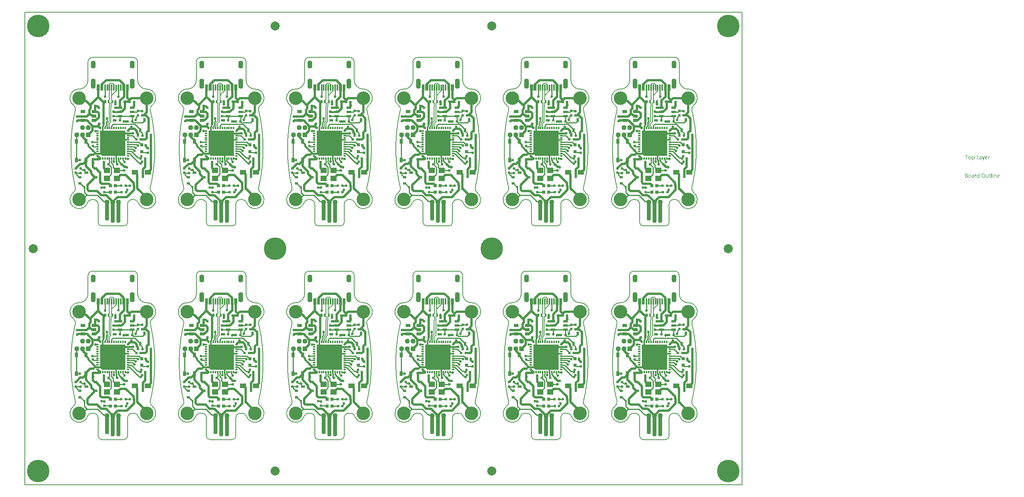
<source format=gtl>
G04*
G04 #@! TF.GenerationSoftware,Altium Limited,Altium Designer,21.5.1 (32)*
G04*
G04 Layer_Physical_Order=1*
G04 Layer_Color=255*
%FSAX25Y25*%
%MOIN*%
G70*
G04*
G04 #@! TF.SameCoordinates,5657485A-31CE-4D9D-A90A-781EB6461645*
G04*
G04*
G04 #@! TF.FilePolarity,Positive*
G04*
G01*
G75*
%ADD10C,0.07874*%
%ADD11R,0.01575X0.02756*%
%ADD12R,0.05315X0.04331*%
%ADD13R,0.03937X0.02362*%
%ADD14R,0.01968X0.02165*%
%ADD15R,0.02165X0.01968*%
%ADD16R,0.05512X0.04724*%
%ADD17R,0.02165X0.01968*%
%ADD18R,0.01968X0.02165*%
%ADD19R,0.03150X0.03150*%
%ADD20R,0.01181X0.05709*%
%ADD21R,0.02559X0.04134*%
%ADD22R,0.20079X0.20079*%
%ADD23R,0.01181X0.02165*%
%ADD24R,0.02165X0.01181*%
%ADD25R,0.02559X0.03150*%
%ADD26R,0.02362X0.03543*%
%ADD27R,0.03543X0.02362*%
%ADD28R,0.03150X0.02362*%
%ADD29R,0.03937X0.02756*%
G04:AMPARAMS|DCode=30|XSize=35.43mil|YSize=169.29mil|CornerRadius=13.82mil|HoleSize=0mil|Usage=FLASHONLY|Rotation=180.000|XOffset=0mil|YOffset=0mil|HoleType=Round|Shape=RoundedRectangle|*
%AMROUNDEDRECTD30*
21,1,0.03543,0.14165,0,0,180.0*
21,1,0.00780,0.16929,0,0,180.0*
1,1,0.02764,-0.00390,0.07083*
1,1,0.02764,0.00390,0.07083*
1,1,0.02764,0.00390,-0.07083*
1,1,0.02764,-0.00390,-0.07083*
%
%ADD30ROUNDEDRECTD30*%
G04:AMPARAMS|DCode=31|XSize=35.43mil|YSize=188.98mil|CornerRadius=13.82mil|HoleSize=0mil|Usage=FLASHONLY|Rotation=180.000|XOffset=0mil|YOffset=0mil|HoleType=Round|Shape=RoundedRectangle|*
%AMROUNDEDRECTD31*
21,1,0.03543,0.16134,0,0,180.0*
21,1,0.00780,0.18898,0,0,180.0*
1,1,0.02764,-0.00390,0.08067*
1,1,0.02764,0.00390,0.08067*
1,1,0.02764,0.00390,-0.08067*
1,1,0.02764,-0.00390,-0.08067*
%
%ADD31ROUNDEDRECTD31*%
%ADD32C,0.01968*%
%ADD33C,0.00984*%
%ADD34C,0.01575*%
%ADD35C,0.00787*%
%ADD36C,0.01378*%
%ADD37C,0.01181*%
%ADD38C,0.00984*%
%ADD39C,0.19685*%
G04:AMPARAMS|DCode=40|XSize=43.31mil|YSize=86.61mil|CornerRadius=19.49mil|HoleSize=0mil|Usage=FLASHONLY|Rotation=180.000|XOffset=0mil|YOffset=0mil|HoleType=Round|Shape=RoundedRectangle|*
%AMROUNDEDRECTD40*
21,1,0.04331,0.04764,0,0,180.0*
21,1,0.00433,0.08661,0,0,180.0*
1,1,0.03898,-0.00217,0.02382*
1,1,0.03898,0.00217,0.02382*
1,1,0.03898,0.00217,-0.02382*
1,1,0.03898,-0.00217,-0.02382*
%
%ADD40ROUNDEDRECTD40*%
G04:AMPARAMS|DCode=41|XSize=43.31mil|YSize=66.93mil|CornerRadius=19.49mil|HoleSize=0mil|Usage=FLASHONLY|Rotation=180.000|XOffset=0mil|YOffset=0mil|HoleType=Round|Shape=RoundedRectangle|*
%AMROUNDEDRECTD41*
21,1,0.04331,0.02795,0,0,180.0*
21,1,0.00433,0.06693,0,0,180.0*
1,1,0.03898,-0.00217,0.01398*
1,1,0.03898,0.00217,0.01398*
1,1,0.03898,0.00217,-0.01398*
1,1,0.03898,-0.00217,-0.01398*
%
%ADD41ROUNDEDRECTD41*%
%ADD42C,0.11811*%
%ADD43C,0.04370*%
%ADD44R,0.04370X0.04370*%
%ADD45C,0.02362*%
G36*
X0540552Y0267127D02*
X0520474D01*
X0518505Y0269096D01*
Y0289174D01*
X0540552D01*
Y0267127D01*
D02*
G37*
G36*
X0446064D02*
X0425985D01*
X0424017Y0269096D01*
Y0289174D01*
X0446064D01*
Y0267127D01*
D02*
G37*
G36*
X0351576D02*
X0331497D01*
X0329528Y0269096D01*
Y0289174D01*
X0351576D01*
Y0267127D01*
D02*
G37*
G36*
X0257087D02*
X0237009D01*
X0235040Y0269096D01*
Y0289174D01*
X0257087D01*
Y0267127D01*
D02*
G37*
G36*
X0162599D02*
X0142520D01*
X0140552Y0269096D01*
Y0289174D01*
X0162599D01*
Y0267127D01*
D02*
G37*
G36*
X0068110D02*
X0048032D01*
X0046063Y0269096D01*
Y0289174D01*
X0068110D01*
Y0267127D01*
D02*
G37*
G36*
X0807931Y0266934D02*
X0807975Y0266928D01*
X0808018Y0266921D01*
X0808129Y0266897D01*
X0808253Y0266860D01*
X0808377Y0266798D01*
X0808439Y0266761D01*
X0808501Y0266711D01*
X0808556Y0266662D01*
X0808612Y0266600D01*
X0808618Y0266594D01*
X0808624Y0266587D01*
X0808637Y0266563D01*
X0808655Y0266538D01*
X0808674Y0266507D01*
X0808699Y0266463D01*
X0808724Y0266414D01*
X0808748Y0266364D01*
X0808773Y0266302D01*
X0808798Y0266234D01*
X0808823Y0266160D01*
X0808841Y0266080D01*
X0808872Y0265900D01*
X0808885Y0265801D01*
Y0265696D01*
Y0265690D01*
Y0265671D01*
Y0265634D01*
X0808878Y0265591D01*
Y0265541D01*
X0808866Y0265479D01*
X0808860Y0265411D01*
X0808847Y0265337D01*
X0808810Y0265176D01*
X0808755Y0265009D01*
X0808717Y0264928D01*
X0808680Y0264848D01*
X0808631Y0264767D01*
X0808575Y0264693D01*
X0808569Y0264687D01*
X0808563Y0264675D01*
X0808544Y0264656D01*
X0808519Y0264637D01*
X0808488Y0264606D01*
X0808451Y0264576D01*
X0808408Y0264538D01*
X0808358Y0264507D01*
X0808303Y0264470D01*
X0808241Y0264433D01*
X0808092Y0264377D01*
X0808012Y0264353D01*
X0807931Y0264334D01*
X0807838Y0264322D01*
X0807739Y0264316D01*
X0807690D01*
X0807659Y0264322D01*
X0807616Y0264328D01*
X0807572Y0264340D01*
X0807461Y0264365D01*
X0807343Y0264415D01*
X0807275Y0264452D01*
X0807213Y0264489D01*
X0807151Y0264538D01*
X0807096Y0264594D01*
X0807034Y0264656D01*
X0806984Y0264730D01*
X0806972D01*
Y0263220D01*
X0806569D01*
Y0266884D01*
X0806972D01*
Y0266439D01*
X0806984D01*
X0806990Y0266445D01*
X0806997Y0266463D01*
X0807015Y0266488D01*
X0807040Y0266519D01*
X0807071Y0266556D01*
X0807108Y0266600D01*
X0807151Y0266643D01*
X0807207Y0266692D01*
X0807263Y0266736D01*
X0807325Y0266779D01*
X0807399Y0266823D01*
X0807473Y0266860D01*
X0807560Y0266897D01*
X0807653Y0266921D01*
X0807746Y0266934D01*
X0807851Y0266940D01*
X0807900D01*
X0807931Y0266934D01*
D02*
G37*
G36*
X0822044Y0266921D02*
X0822119Y0266915D01*
X0822162Y0266903D01*
X0822193Y0266891D01*
Y0266476D01*
X0822187Y0266482D01*
X0822174Y0266488D01*
X0822150Y0266501D01*
X0822119Y0266519D01*
X0822075Y0266532D01*
X0822020Y0266544D01*
X0821958Y0266550D01*
X0821890Y0266556D01*
X0821877D01*
X0821846Y0266550D01*
X0821797Y0266544D01*
X0821741Y0266525D01*
X0821667Y0266494D01*
X0821599Y0266451D01*
X0821525Y0266389D01*
X0821456Y0266309D01*
X0821450Y0266296D01*
X0821432Y0266265D01*
X0821401Y0266210D01*
X0821370Y0266135D01*
X0821339Y0266043D01*
X0821308Y0265925D01*
X0821289Y0265795D01*
X0821283Y0265646D01*
Y0264371D01*
X0820881D01*
Y0266884D01*
X0821283D01*
Y0266364D01*
X0821296D01*
Y0266371D01*
X0821302Y0266377D01*
X0821314Y0266408D01*
X0821333Y0266457D01*
X0821364Y0266519D01*
X0821395Y0266581D01*
X0821444Y0266649D01*
X0821494Y0266717D01*
X0821556Y0266779D01*
X0821562Y0266785D01*
X0821586Y0266804D01*
X0821624Y0266829D01*
X0821673Y0266853D01*
X0821729Y0266878D01*
X0821797Y0266903D01*
X0821871Y0266921D01*
X0821952Y0266928D01*
X0822007D01*
X0822044Y0266921D01*
D02*
G37*
G36*
X0816665Y0263969D02*
X0816659Y0263963D01*
X0816653Y0263938D01*
X0816634Y0263895D01*
X0816610Y0263845D01*
X0816579Y0263789D01*
X0816535Y0263721D01*
X0816492Y0263653D01*
X0816442Y0263579D01*
X0816381Y0263505D01*
X0816319Y0263437D01*
X0816244Y0263369D01*
X0816164Y0263313D01*
X0816084Y0263263D01*
X0815991Y0263220D01*
X0815898Y0263195D01*
X0815793Y0263189D01*
X0815737D01*
X0815700Y0263195D01*
X0815619Y0263208D01*
X0815533Y0263226D01*
Y0263585D01*
X0815539D01*
X0815557Y0263579D01*
X0815582Y0263573D01*
X0815613Y0263567D01*
X0815687Y0263548D01*
X0815768Y0263542D01*
X0815780D01*
X0815817Y0263548D01*
X0815873Y0263560D01*
X0815941Y0263585D01*
X0816015Y0263629D01*
X0816053Y0263659D01*
X0816090Y0263697D01*
X0816127Y0263734D01*
X0816164Y0263783D01*
X0816195Y0263839D01*
X0816226Y0263901D01*
X0816430Y0264371D01*
X0815446Y0266884D01*
X0815892D01*
X0816572Y0264947D01*
Y0264941D01*
X0816579Y0264928D01*
X0816585Y0264910D01*
X0816591Y0264885D01*
X0816597Y0264848D01*
X0816610Y0264811D01*
X0816622Y0264755D01*
X0816641D01*
Y0264767D01*
X0816653Y0264805D01*
X0816665Y0264860D01*
X0816690Y0264941D01*
X0817402Y0266884D01*
X0817817D01*
X0816665Y0263969D01*
D02*
G37*
G36*
X0814257Y0266934D02*
X0814313Y0266928D01*
X0814381Y0266909D01*
X0814456Y0266891D01*
X0814536Y0266860D01*
X0814623Y0266823D01*
X0814703Y0266773D01*
X0814784Y0266711D01*
X0814858Y0266637D01*
X0814926Y0266544D01*
X0814982Y0266439D01*
X0815025Y0266315D01*
X0815050Y0266173D01*
X0815062Y0266005D01*
Y0264371D01*
X0814660D01*
Y0264761D01*
X0814647D01*
Y0264755D01*
X0814635Y0264743D01*
X0814623Y0264718D01*
X0814598Y0264693D01*
X0814536Y0264619D01*
X0814456Y0264538D01*
X0814344Y0264458D01*
X0814214Y0264384D01*
X0814134Y0264359D01*
X0814053Y0264334D01*
X0813966Y0264322D01*
X0813874Y0264316D01*
X0813836D01*
X0813812Y0264322D01*
X0813744Y0264328D01*
X0813663Y0264340D01*
X0813564Y0264365D01*
X0813471Y0264396D01*
X0813372Y0264445D01*
X0813286Y0264507D01*
X0813279Y0264520D01*
X0813255Y0264545D01*
X0813218Y0264588D01*
X0813180Y0264650D01*
X0813143Y0264724D01*
X0813106Y0264811D01*
X0813081Y0264916D01*
X0813075Y0265034D01*
Y0265040D01*
Y0265065D01*
X0813081Y0265102D01*
X0813087Y0265145D01*
X0813100Y0265201D01*
X0813118Y0265263D01*
X0813143Y0265331D01*
X0813180Y0265399D01*
X0813224Y0265473D01*
X0813279Y0265547D01*
X0813348Y0265616D01*
X0813428Y0265677D01*
X0813521Y0265739D01*
X0813632Y0265789D01*
X0813756Y0265826D01*
X0813905Y0265857D01*
X0814660Y0265962D01*
Y0265968D01*
Y0265987D01*
X0814654Y0266024D01*
Y0266061D01*
X0814641Y0266111D01*
X0814635Y0266166D01*
X0814598Y0266284D01*
X0814567Y0266340D01*
X0814536Y0266395D01*
X0814493Y0266451D01*
X0814443Y0266501D01*
X0814381Y0266544D01*
X0814313Y0266575D01*
X0814233Y0266594D01*
X0814140Y0266600D01*
X0814097D01*
X0814065Y0266594D01*
X0814022D01*
X0813979Y0266581D01*
X0813867Y0266563D01*
X0813744Y0266525D01*
X0813608Y0266470D01*
X0813533Y0266432D01*
X0813465Y0266395D01*
X0813391Y0266346D01*
X0813323Y0266290D01*
Y0266705D01*
X0813329D01*
X0813341Y0266717D01*
X0813360Y0266730D01*
X0813391Y0266742D01*
X0813422Y0266761D01*
X0813465Y0266779D01*
X0813515Y0266798D01*
X0813570Y0266823D01*
X0813694Y0266866D01*
X0813843Y0266903D01*
X0814004Y0266928D01*
X0814177Y0266940D01*
X0814214D01*
X0814257Y0266934D01*
D02*
G37*
G36*
X0811367Y0264743D02*
X0812778D01*
Y0264371D01*
X0810952D01*
Y0267887D01*
X0811367D01*
Y0264743D01*
D02*
G37*
G36*
X0803128Y0267516D02*
X0802113D01*
Y0264371D01*
X0801704D01*
Y0267516D01*
X0800689D01*
Y0267887D01*
X0803128D01*
Y0267516D01*
D02*
G37*
G36*
X0819321Y0266934D02*
X0819364Y0266928D01*
X0819407Y0266921D01*
X0819519Y0266903D01*
X0819643Y0266860D01*
X0819767Y0266804D01*
X0819828Y0266767D01*
X0819890Y0266723D01*
X0819946Y0266674D01*
X0820002Y0266618D01*
X0820008Y0266612D01*
X0820014Y0266606D01*
X0820026Y0266587D01*
X0820045Y0266563D01*
X0820064Y0266525D01*
X0820088Y0266488D01*
X0820113Y0266445D01*
X0820138Y0266389D01*
X0820163Y0266327D01*
X0820187Y0266265D01*
X0820212Y0266191D01*
X0820231Y0266111D01*
X0820249Y0266024D01*
X0820262Y0265937D01*
X0820274Y0265838D01*
Y0265733D01*
Y0265523D01*
X0818498D01*
Y0265516D01*
Y0265504D01*
Y0265486D01*
X0818504Y0265455D01*
X0818510Y0265417D01*
Y0265380D01*
X0818528Y0265281D01*
X0818559Y0265182D01*
X0818597Y0265071D01*
X0818652Y0264966D01*
X0818720Y0264873D01*
X0818733Y0264860D01*
X0818758Y0264836D01*
X0818807Y0264805D01*
X0818875Y0264761D01*
X0818962Y0264718D01*
X0819061Y0264687D01*
X0819178Y0264662D01*
X0819315Y0264650D01*
X0819358D01*
X0819389Y0264656D01*
X0819426D01*
X0819469Y0264662D01*
X0819575Y0264687D01*
X0819692Y0264718D01*
X0819822Y0264767D01*
X0819958Y0264836D01*
X0820026Y0264879D01*
X0820095Y0264928D01*
Y0264551D01*
X0820088D01*
X0820082Y0264538D01*
X0820064Y0264532D01*
X0820033Y0264514D01*
X0820002Y0264495D01*
X0819965Y0264476D01*
X0819915Y0264458D01*
X0819866Y0264433D01*
X0819804Y0264408D01*
X0819736Y0264390D01*
X0819587Y0264353D01*
X0819414Y0264328D01*
X0819222Y0264316D01*
X0819172D01*
X0819135Y0264322D01*
X0819092Y0264328D01*
X0819036Y0264334D01*
X0818919Y0264359D01*
X0818782Y0264396D01*
X0818646Y0264458D01*
X0818578Y0264501D01*
X0818510Y0264545D01*
X0818448Y0264594D01*
X0818386Y0264656D01*
X0818380Y0264662D01*
X0818374Y0264675D01*
X0818361Y0264693D01*
X0818337Y0264718D01*
X0818318Y0264755D01*
X0818293Y0264798D01*
X0818262Y0264848D01*
X0818238Y0264904D01*
X0818207Y0264966D01*
X0818182Y0265040D01*
X0818151Y0265120D01*
X0818132Y0265207D01*
X0818114Y0265300D01*
X0818095Y0265399D01*
X0818089Y0265504D01*
X0818083Y0265616D01*
Y0265622D01*
Y0265640D01*
Y0265671D01*
X0818089Y0265715D01*
X0818095Y0265764D01*
X0818101Y0265820D01*
X0818108Y0265888D01*
X0818126Y0265956D01*
X0818163Y0266105D01*
X0818219Y0266265D01*
X0818256Y0266346D01*
X0818306Y0266420D01*
X0818355Y0266501D01*
X0818411Y0266569D01*
X0818417Y0266575D01*
X0818429Y0266587D01*
X0818448Y0266606D01*
X0818473Y0266624D01*
X0818504Y0266655D01*
X0818541Y0266686D01*
X0818590Y0266717D01*
X0818640Y0266754D01*
X0818758Y0266823D01*
X0818900Y0266884D01*
X0818980Y0266903D01*
X0819061Y0266921D01*
X0819147Y0266934D01*
X0819240Y0266940D01*
X0819290D01*
X0819321Y0266934D01*
D02*
G37*
G36*
X0804830D02*
X0804873Y0266928D01*
X0804929Y0266921D01*
X0805053Y0266897D01*
X0805195Y0266853D01*
X0805338Y0266792D01*
X0805412Y0266754D01*
X0805480Y0266711D01*
X0805548Y0266655D01*
X0805610Y0266594D01*
X0805616Y0266587D01*
X0805622Y0266575D01*
X0805641Y0266556D01*
X0805659Y0266532D01*
X0805684Y0266494D01*
X0805709Y0266451D01*
X0805740Y0266402D01*
X0805771Y0266346D01*
X0805796Y0266278D01*
X0805827Y0266210D01*
X0805851Y0266129D01*
X0805876Y0266043D01*
X0805895Y0265950D01*
X0805913Y0265851D01*
X0805919Y0265745D01*
X0805926Y0265634D01*
Y0265628D01*
Y0265609D01*
Y0265578D01*
X0805919Y0265535D01*
X0805913Y0265486D01*
X0805907Y0265424D01*
X0805895Y0265362D01*
X0805882Y0265287D01*
X0805845Y0265139D01*
X0805783Y0264978D01*
X0805746Y0264897D01*
X0805697Y0264817D01*
X0805647Y0264743D01*
X0805585Y0264675D01*
X0805579Y0264668D01*
X0805567Y0264662D01*
X0805548Y0264644D01*
X0805523Y0264619D01*
X0805486Y0264594D01*
X0805449Y0264563D01*
X0805400Y0264526D01*
X0805344Y0264495D01*
X0805282Y0264464D01*
X0805214Y0264427D01*
X0805140Y0264396D01*
X0805059Y0264371D01*
X0804972Y0264347D01*
X0804880Y0264334D01*
X0804781Y0264322D01*
X0804675Y0264316D01*
X0804620D01*
X0804583Y0264322D01*
X0804539Y0264328D01*
X0804483Y0264334D01*
X0804422Y0264347D01*
X0804353Y0264359D01*
X0804211Y0264402D01*
X0804062Y0264464D01*
X0803988Y0264501D01*
X0803920Y0264551D01*
X0803852Y0264600D01*
X0803784Y0264662D01*
X0803778Y0264668D01*
X0803772Y0264681D01*
X0803753Y0264699D01*
X0803734Y0264724D01*
X0803710Y0264761D01*
X0803679Y0264805D01*
X0803648Y0264854D01*
X0803623Y0264910D01*
X0803592Y0264978D01*
X0803561Y0265046D01*
X0803530Y0265120D01*
X0803505Y0265207D01*
X0803468Y0265393D01*
X0803462Y0265492D01*
X0803456Y0265597D01*
Y0265603D01*
Y0265628D01*
Y0265659D01*
X0803462Y0265702D01*
X0803468Y0265752D01*
X0803475Y0265813D01*
X0803487Y0265882D01*
X0803499Y0265956D01*
X0803536Y0266117D01*
X0803598Y0266278D01*
X0803642Y0266358D01*
X0803685Y0266439D01*
X0803734Y0266513D01*
X0803796Y0266581D01*
X0803802Y0266587D01*
X0803815Y0266600D01*
X0803833Y0266612D01*
X0803858Y0266637D01*
X0803895Y0266662D01*
X0803939Y0266692D01*
X0803988Y0266730D01*
X0804044Y0266761D01*
X0804106Y0266792D01*
X0804180Y0266829D01*
X0804254Y0266860D01*
X0804341Y0266884D01*
X0804428Y0266909D01*
X0804527Y0266928D01*
X0804632Y0266934D01*
X0804737Y0266940D01*
X0804793D01*
X0804830Y0266934D01*
D02*
G37*
G36*
X0824898Y0251948D02*
X0824923D01*
X0824979Y0251924D01*
X0825010Y0251905D01*
X0825040Y0251880D01*
X0825047Y0251874D01*
X0825053Y0251868D01*
X0825084Y0251831D01*
X0825109Y0251769D01*
X0825115Y0251732D01*
X0825121Y0251695D01*
Y0251689D01*
Y0251676D01*
X0825115Y0251658D01*
X0825109Y0251633D01*
X0825090Y0251571D01*
X0825065Y0251540D01*
X0825040Y0251509D01*
X0825034D01*
X0825028Y0251497D01*
X0824991Y0251472D01*
X0824935Y0251447D01*
X0824898Y0251441D01*
X0824861Y0251435D01*
X0824842D01*
X0824824Y0251441D01*
X0824799D01*
X0824737Y0251466D01*
X0824706Y0251478D01*
X0824675Y0251503D01*
Y0251509D01*
X0824663Y0251515D01*
X0824650Y0251534D01*
X0824638Y0251552D01*
X0824613Y0251614D01*
X0824607Y0251651D01*
X0824601Y0251695D01*
Y0251701D01*
Y0251713D01*
X0824607Y0251732D01*
X0824613Y0251763D01*
X0824632Y0251818D01*
X0824650Y0251850D01*
X0824675Y0251880D01*
X0824681Y0251887D01*
X0824688Y0251893D01*
X0824725Y0251918D01*
X0824787Y0251942D01*
X0824824Y0251955D01*
X0824879D01*
X0824898Y0251948D01*
D02*
G37*
G36*
X0812908Y0248284D02*
X0812506D01*
Y0248705D01*
X0812493D01*
Y0248699D01*
X0812481Y0248686D01*
X0812462Y0248662D01*
X0812444Y0248631D01*
X0812413Y0248594D01*
X0812376Y0248556D01*
X0812332Y0248513D01*
X0812283Y0248470D01*
X0812227Y0248420D01*
X0812159Y0248377D01*
X0812091Y0248340D01*
X0812010Y0248303D01*
X0811930Y0248272D01*
X0811837Y0248247D01*
X0811738Y0248235D01*
X0811633Y0248228D01*
X0811590D01*
X0811552Y0248235D01*
X0811515Y0248241D01*
X0811466Y0248247D01*
X0811360Y0248272D01*
X0811237Y0248309D01*
X0811113Y0248371D01*
X0811045Y0248408D01*
X0810989Y0248451D01*
X0810927Y0248507D01*
X0810872Y0248563D01*
Y0248569D01*
X0810859Y0248581D01*
X0810847Y0248600D01*
X0810828Y0248624D01*
X0810810Y0248656D01*
X0810785Y0248699D01*
X0810760Y0248748D01*
X0810735Y0248804D01*
X0810704Y0248866D01*
X0810680Y0248934D01*
X0810655Y0249008D01*
X0810636Y0249089D01*
X0810618Y0249175D01*
X0810605Y0249274D01*
X0810599Y0249374D01*
X0810593Y0249479D01*
Y0249485D01*
Y0249503D01*
Y0249541D01*
X0810599Y0249584D01*
X0810605Y0249634D01*
X0810612Y0249695D01*
X0810618Y0249763D01*
X0810630Y0249838D01*
X0810667Y0249999D01*
X0810723Y0250166D01*
X0810760Y0250246D01*
X0810803Y0250327D01*
X0810847Y0250401D01*
X0810903Y0250475D01*
X0810909Y0250482D01*
X0810915Y0250494D01*
X0810933Y0250512D01*
X0810958Y0250537D01*
X0810989Y0250562D01*
X0811032Y0250593D01*
X0811076Y0250630D01*
X0811125Y0250667D01*
X0811249Y0250735D01*
X0811392Y0250797D01*
X0811472Y0250816D01*
X0811559Y0250834D01*
X0811645Y0250847D01*
X0811744Y0250853D01*
X0811794D01*
X0811831Y0250847D01*
X0811868Y0250840D01*
X0811918Y0250834D01*
X0812029Y0250803D01*
X0812153Y0250754D01*
X0812215Y0250723D01*
X0812277Y0250680D01*
X0812339Y0250636D01*
X0812394Y0250581D01*
X0812444Y0250519D01*
X0812493Y0250444D01*
X0812506D01*
Y0252004D01*
X0812908D01*
Y0248284D01*
D02*
G37*
G36*
X0827176Y0250847D02*
X0827250Y0250840D01*
X0827343Y0250822D01*
X0827442Y0250791D01*
X0827547Y0250742D01*
X0827653Y0250673D01*
X0827696Y0250636D01*
X0827739Y0250587D01*
X0827752Y0250574D01*
X0827776Y0250537D01*
X0827807Y0250475D01*
X0827851Y0250389D01*
X0827888Y0250283D01*
X0827925Y0250153D01*
X0827950Y0249999D01*
X0827956Y0249819D01*
Y0248284D01*
X0827554D01*
Y0249714D01*
Y0249720D01*
Y0249751D01*
X0827547Y0249788D01*
Y0249838D01*
X0827535Y0249900D01*
X0827523Y0249968D01*
X0827504Y0250042D01*
X0827479Y0250116D01*
X0827448Y0250191D01*
X0827411Y0250259D01*
X0827362Y0250327D01*
X0827306Y0250389D01*
X0827244Y0250438D01*
X0827164Y0250475D01*
X0827077Y0250506D01*
X0826972Y0250512D01*
X0826959D01*
X0826922Y0250506D01*
X0826867Y0250500D01*
X0826798Y0250482D01*
X0826718Y0250457D01*
X0826631Y0250413D01*
X0826551Y0250358D01*
X0826470Y0250283D01*
X0826464Y0250271D01*
X0826439Y0250246D01*
X0826408Y0250197D01*
X0826371Y0250129D01*
X0826334Y0250048D01*
X0826303Y0249949D01*
X0826278Y0249838D01*
X0826272Y0249714D01*
Y0248284D01*
X0825870D01*
Y0250797D01*
X0826272D01*
Y0250376D01*
X0826285D01*
X0826291Y0250382D01*
X0826297Y0250395D01*
X0826316Y0250420D01*
X0826340Y0250451D01*
X0826365Y0250488D01*
X0826402Y0250525D01*
X0826446Y0250568D01*
X0826495Y0250618D01*
X0826551Y0250661D01*
X0826613Y0250704D01*
X0826681Y0250742D01*
X0826755Y0250779D01*
X0826829Y0250810D01*
X0826916Y0250834D01*
X0827009Y0250847D01*
X0827108Y0250853D01*
X0827145D01*
X0827176Y0250847D01*
D02*
G37*
G36*
X0810178Y0250834D02*
X0810252Y0250828D01*
X0810296Y0250816D01*
X0810327Y0250803D01*
Y0250389D01*
X0810321Y0250395D01*
X0810308Y0250401D01*
X0810283Y0250413D01*
X0810252Y0250432D01*
X0810209Y0250444D01*
X0810153Y0250457D01*
X0810092Y0250463D01*
X0810023Y0250469D01*
X0810011D01*
X0809980Y0250463D01*
X0809931Y0250457D01*
X0809875Y0250438D01*
X0809801Y0250407D01*
X0809733Y0250364D01*
X0809658Y0250302D01*
X0809590Y0250221D01*
X0809584Y0250209D01*
X0809565Y0250178D01*
X0809534Y0250122D01*
X0809503Y0250048D01*
X0809473Y0249955D01*
X0809442Y0249838D01*
X0809423Y0249708D01*
X0809417Y0249559D01*
Y0248284D01*
X0809015D01*
Y0250797D01*
X0809417D01*
Y0250277D01*
X0809429D01*
Y0250283D01*
X0809435Y0250290D01*
X0809448Y0250321D01*
X0809466Y0250370D01*
X0809497Y0250432D01*
X0809528Y0250494D01*
X0809578Y0250562D01*
X0809627Y0250630D01*
X0809689Y0250692D01*
X0809695Y0250698D01*
X0809720Y0250717D01*
X0809757Y0250742D01*
X0809807Y0250766D01*
X0809863Y0250791D01*
X0809931Y0250816D01*
X0810005Y0250834D01*
X0810085Y0250840D01*
X0810141D01*
X0810178Y0250834D01*
D02*
G37*
G36*
X0820918Y0248284D02*
X0820516D01*
Y0248680D01*
X0820503D01*
Y0248674D01*
X0820491Y0248662D01*
X0820478Y0248637D01*
X0820454Y0248612D01*
X0820398Y0248538D01*
X0820311Y0248457D01*
X0820262Y0248414D01*
X0820206Y0248371D01*
X0820144Y0248334D01*
X0820070Y0248296D01*
X0819996Y0248272D01*
X0819915Y0248247D01*
X0819822Y0248235D01*
X0819729Y0248228D01*
X0819692D01*
X0819649Y0248235D01*
X0819587Y0248247D01*
X0819519Y0248259D01*
X0819445Y0248284D01*
X0819364Y0248315D01*
X0819284Y0248364D01*
X0819197Y0248420D01*
X0819117Y0248488D01*
X0819042Y0248575D01*
X0818974Y0248680D01*
X0818912Y0248798D01*
X0818869Y0248940D01*
X0818844Y0249107D01*
X0818832Y0249194D01*
Y0249293D01*
Y0250797D01*
X0819228D01*
Y0249355D01*
Y0249349D01*
Y0249324D01*
X0819234Y0249281D01*
X0819240Y0249231D01*
X0819247Y0249169D01*
X0819259Y0249107D01*
X0819277Y0249033D01*
X0819302Y0248959D01*
X0819339Y0248885D01*
X0819377Y0248816D01*
X0819426Y0248748D01*
X0819488Y0248686D01*
X0819556Y0248637D01*
X0819637Y0248600D01*
X0819736Y0248569D01*
X0819841Y0248563D01*
X0819853D01*
X0819890Y0248569D01*
X0819946Y0248575D01*
X0820008Y0248587D01*
X0820088Y0248618D01*
X0820169Y0248656D01*
X0820249Y0248705D01*
X0820324Y0248779D01*
X0820330Y0248792D01*
X0820355Y0248816D01*
X0820385Y0248866D01*
X0820423Y0248934D01*
X0820454Y0249014D01*
X0820485Y0249113D01*
X0820509Y0249225D01*
X0820516Y0249349D01*
Y0250797D01*
X0820918D01*
Y0248284D01*
D02*
G37*
G36*
X0825053D02*
X0824650D01*
Y0250797D01*
X0825053D01*
Y0248284D01*
D02*
G37*
G36*
X0823833D02*
X0823431D01*
Y0252004D01*
X0823833D01*
Y0248284D01*
D02*
G37*
G36*
X0807455Y0250847D02*
X0807510Y0250840D01*
X0807578Y0250822D01*
X0807653Y0250803D01*
X0807733Y0250772D01*
X0807820Y0250735D01*
X0807900Y0250686D01*
X0807981Y0250624D01*
X0808055Y0250550D01*
X0808123Y0250457D01*
X0808179Y0250352D01*
X0808222Y0250228D01*
X0808247Y0250085D01*
X0808259Y0249918D01*
Y0248284D01*
X0807857D01*
Y0248674D01*
X0807845D01*
Y0248668D01*
X0807832Y0248656D01*
X0807820Y0248631D01*
X0807795Y0248606D01*
X0807733Y0248532D01*
X0807653Y0248451D01*
X0807541Y0248371D01*
X0807411Y0248296D01*
X0807331Y0248272D01*
X0807250Y0248247D01*
X0807164Y0248235D01*
X0807071Y0248228D01*
X0807034D01*
X0807009Y0248235D01*
X0806941Y0248241D01*
X0806860Y0248253D01*
X0806761Y0248278D01*
X0806668Y0248309D01*
X0806569Y0248358D01*
X0806483Y0248420D01*
X0806477Y0248433D01*
X0806452Y0248457D01*
X0806415Y0248501D01*
X0806378Y0248563D01*
X0806340Y0248637D01*
X0806303Y0248724D01*
X0806279Y0248829D01*
X0806272Y0248946D01*
Y0248953D01*
Y0248977D01*
X0806279Y0249014D01*
X0806285Y0249058D01*
X0806297Y0249113D01*
X0806316Y0249175D01*
X0806340Y0249243D01*
X0806378Y0249312D01*
X0806421Y0249386D01*
X0806477Y0249460D01*
X0806545Y0249528D01*
X0806625Y0249590D01*
X0806718Y0249652D01*
X0806829Y0249702D01*
X0806953Y0249739D01*
X0807102Y0249770D01*
X0807857Y0249875D01*
Y0249881D01*
Y0249900D01*
X0807851Y0249937D01*
Y0249974D01*
X0807838Y0250023D01*
X0807832Y0250079D01*
X0807795Y0250197D01*
X0807764Y0250253D01*
X0807733Y0250308D01*
X0807690Y0250364D01*
X0807640Y0250413D01*
X0807578Y0250457D01*
X0807510Y0250488D01*
X0807430Y0250506D01*
X0807337Y0250512D01*
X0807294D01*
X0807263Y0250506D01*
X0807219D01*
X0807176Y0250494D01*
X0807065Y0250475D01*
X0806941Y0250438D01*
X0806805Y0250382D01*
X0806730Y0250345D01*
X0806662Y0250308D01*
X0806588Y0250259D01*
X0806520Y0250203D01*
Y0250618D01*
X0806526D01*
X0806538Y0250630D01*
X0806557Y0250642D01*
X0806588Y0250655D01*
X0806619Y0250673D01*
X0806662Y0250692D01*
X0806712Y0250711D01*
X0806767Y0250735D01*
X0806891Y0250779D01*
X0807040Y0250816D01*
X0807201Y0250840D01*
X0807374Y0250853D01*
X0807411D01*
X0807455Y0250847D01*
D02*
G37*
G36*
X0801766Y0251794D02*
X0801809D01*
X0801853Y0251788D01*
X0801952Y0251775D01*
X0802069Y0251744D01*
X0802193Y0251707D01*
X0802311Y0251651D01*
X0802416Y0251577D01*
X0802422D01*
X0802428Y0251565D01*
X0802459Y0251540D01*
X0802503Y0251490D01*
X0802552Y0251422D01*
X0802596Y0251336D01*
X0802639Y0251237D01*
X0802670Y0251125D01*
X0802682Y0251063D01*
Y0250995D01*
Y0250989D01*
Y0250983D01*
Y0250946D01*
X0802676Y0250890D01*
X0802664Y0250822D01*
X0802645Y0250735D01*
X0802614Y0250649D01*
X0802577Y0250562D01*
X0802521Y0250475D01*
X0802515Y0250463D01*
X0802490Y0250438D01*
X0802453Y0250401D01*
X0802404Y0250352D01*
X0802342Y0250302D01*
X0802267Y0250246D01*
X0802175Y0250203D01*
X0802075Y0250160D01*
Y0250153D01*
X0802094D01*
X0802113Y0250147D01*
X0802131Y0250141D01*
X0802199Y0250129D01*
X0802280Y0250104D01*
X0802366Y0250067D01*
X0802459Y0250023D01*
X0802552Y0249961D01*
X0802639Y0249881D01*
X0802651Y0249869D01*
X0802676Y0249838D01*
X0802707Y0249794D01*
X0802750Y0249726D01*
X0802787Y0249640D01*
X0802824Y0249541D01*
X0802849Y0249423D01*
X0802855Y0249293D01*
Y0249287D01*
Y0249274D01*
Y0249250D01*
X0802849Y0249219D01*
X0802843Y0249182D01*
X0802837Y0249138D01*
X0802812Y0249033D01*
X0802775Y0248915D01*
X0802719Y0248792D01*
X0802682Y0248736D01*
X0802639Y0248674D01*
X0802583Y0248618D01*
X0802527Y0248563D01*
X0802521D01*
X0802515Y0248550D01*
X0802496Y0248538D01*
X0802472Y0248519D01*
X0802441Y0248501D01*
X0802397Y0248476D01*
X0802305Y0248426D01*
X0802187Y0248371D01*
X0802051Y0248327D01*
X0801890Y0248296D01*
X0801809Y0248290D01*
X0801717Y0248284D01*
X0800689D01*
Y0251800D01*
X0801735D01*
X0801766Y0251794D01*
D02*
G37*
G36*
X0822261Y0250797D02*
X0822899D01*
Y0250451D01*
X0822261D01*
Y0249033D01*
Y0249021D01*
Y0248990D01*
X0822267Y0248946D01*
X0822274Y0248891D01*
X0822298Y0248773D01*
X0822317Y0248717D01*
X0822348Y0248674D01*
X0822354Y0248668D01*
X0822366Y0248656D01*
X0822385Y0248643D01*
X0822416Y0248624D01*
X0822453Y0248600D01*
X0822503Y0248587D01*
X0822564Y0248575D01*
X0822633Y0248569D01*
X0822657D01*
X0822688Y0248575D01*
X0822725Y0248581D01*
X0822812Y0248606D01*
X0822855Y0248624D01*
X0822899Y0248649D01*
Y0248303D01*
X0822892D01*
X0822874Y0248290D01*
X0822843Y0248284D01*
X0822800Y0248272D01*
X0822744Y0248259D01*
X0822682Y0248247D01*
X0822608Y0248241D01*
X0822521Y0248235D01*
X0822490D01*
X0822459Y0248241D01*
X0822416Y0248247D01*
X0822366Y0248259D01*
X0822311Y0248272D01*
X0822255Y0248296D01*
X0822193Y0248327D01*
X0822131Y0248364D01*
X0822069Y0248414D01*
X0822013Y0248470D01*
X0821964Y0248544D01*
X0821921Y0248624D01*
X0821890Y0248724D01*
X0821865Y0248835D01*
X0821859Y0248965D01*
Y0250451D01*
X0821432D01*
Y0250797D01*
X0821859D01*
Y0251410D01*
X0822261Y0251540D01*
Y0250797D01*
D02*
G37*
G36*
X0829788Y0250847D02*
X0829832Y0250840D01*
X0829875Y0250834D01*
X0829986Y0250816D01*
X0830110Y0250772D01*
X0830234Y0250717D01*
X0830296Y0250680D01*
X0830358Y0250636D01*
X0830413Y0250587D01*
X0830469Y0250531D01*
X0830475Y0250525D01*
X0830481Y0250519D01*
X0830494Y0250500D01*
X0830512Y0250475D01*
X0830531Y0250438D01*
X0830556Y0250401D01*
X0830581Y0250358D01*
X0830605Y0250302D01*
X0830630Y0250240D01*
X0830655Y0250178D01*
X0830680Y0250104D01*
X0830698Y0250023D01*
X0830717Y0249937D01*
X0830729Y0249850D01*
X0830741Y0249751D01*
Y0249646D01*
Y0249435D01*
X0828965D01*
Y0249429D01*
Y0249417D01*
Y0249398D01*
X0828971Y0249367D01*
X0828977Y0249330D01*
Y0249293D01*
X0828996Y0249194D01*
X0829027Y0249095D01*
X0829064Y0248984D01*
X0829120Y0248878D01*
X0829188Y0248785D01*
X0829200Y0248773D01*
X0829225Y0248748D01*
X0829274Y0248717D01*
X0829342Y0248674D01*
X0829429Y0248631D01*
X0829528Y0248600D01*
X0829646Y0248575D01*
X0829782Y0248563D01*
X0829825D01*
X0829856Y0248569D01*
X0829893D01*
X0829937Y0248575D01*
X0830042Y0248600D01*
X0830159Y0248631D01*
X0830289Y0248680D01*
X0830426Y0248748D01*
X0830494Y0248792D01*
X0830562Y0248841D01*
Y0248464D01*
X0830556D01*
X0830550Y0248451D01*
X0830531Y0248445D01*
X0830500Y0248426D01*
X0830469Y0248408D01*
X0830432Y0248389D01*
X0830382Y0248371D01*
X0830333Y0248346D01*
X0830271Y0248321D01*
X0830203Y0248303D01*
X0830054Y0248266D01*
X0829881Y0248241D01*
X0829689Y0248228D01*
X0829640D01*
X0829602Y0248235D01*
X0829559Y0248241D01*
X0829503Y0248247D01*
X0829386Y0248272D01*
X0829250Y0248309D01*
X0829113Y0248371D01*
X0829045Y0248414D01*
X0828977Y0248457D01*
X0828915Y0248507D01*
X0828854Y0248569D01*
X0828847Y0248575D01*
X0828841Y0248587D01*
X0828829Y0248606D01*
X0828804Y0248631D01*
X0828785Y0248668D01*
X0828761Y0248711D01*
X0828730Y0248761D01*
X0828705Y0248816D01*
X0828674Y0248878D01*
X0828649Y0248953D01*
X0828618Y0249033D01*
X0828600Y0249120D01*
X0828581Y0249213D01*
X0828563Y0249312D01*
X0828556Y0249417D01*
X0828550Y0249528D01*
Y0249534D01*
Y0249553D01*
Y0249584D01*
X0828556Y0249627D01*
X0828563Y0249677D01*
X0828569Y0249732D01*
X0828575Y0249801D01*
X0828594Y0249869D01*
X0828631Y0250017D01*
X0828686Y0250178D01*
X0828724Y0250259D01*
X0828773Y0250333D01*
X0828823Y0250413D01*
X0828878Y0250482D01*
X0828884Y0250488D01*
X0828897Y0250500D01*
X0828915Y0250519D01*
X0828940Y0250537D01*
X0828971Y0250568D01*
X0829008Y0250599D01*
X0829058Y0250630D01*
X0829107Y0250667D01*
X0829225Y0250735D01*
X0829367Y0250797D01*
X0829448Y0250816D01*
X0829528Y0250834D01*
X0829615Y0250847D01*
X0829708Y0250853D01*
X0829757D01*
X0829788Y0250847D01*
D02*
G37*
G36*
X0816746Y0251856D02*
X0816808Y0251850D01*
X0816882Y0251837D01*
X0816963Y0251818D01*
X0817049Y0251800D01*
X0817136Y0251775D01*
X0817235Y0251744D01*
X0817328Y0251701D01*
X0817427Y0251651D01*
X0817526Y0251596D01*
X0817619Y0251528D01*
X0817712Y0251453D01*
X0817798Y0251367D01*
X0817804Y0251361D01*
X0817817Y0251342D01*
X0817841Y0251317D01*
X0817866Y0251280D01*
X0817903Y0251231D01*
X0817941Y0251169D01*
X0817978Y0251100D01*
X0818021Y0251026D01*
X0818064Y0250933D01*
X0818101Y0250840D01*
X0818139Y0250735D01*
X0818176Y0250618D01*
X0818200Y0250500D01*
X0818225Y0250370D01*
X0818238Y0250228D01*
X0818244Y0250085D01*
Y0250073D01*
Y0250048D01*
Y0250005D01*
X0818238Y0249943D01*
X0818231Y0249869D01*
X0818219Y0249788D01*
X0818207Y0249695D01*
X0818188Y0249590D01*
X0818163Y0249485D01*
X0818132Y0249374D01*
X0818095Y0249262D01*
X0818052Y0249151D01*
X0817996Y0249033D01*
X0817934Y0248928D01*
X0817866Y0248823D01*
X0817786Y0248724D01*
X0817780Y0248717D01*
X0817767Y0248705D01*
X0817736Y0248680D01*
X0817705Y0248649D01*
X0817656Y0248606D01*
X0817600Y0248569D01*
X0817538Y0248519D01*
X0817464Y0248476D01*
X0817383Y0248433D01*
X0817290Y0248383D01*
X0817192Y0248346D01*
X0817080Y0248309D01*
X0816963Y0248272D01*
X0816839Y0248247D01*
X0816709Y0248235D01*
X0816566Y0248228D01*
X0816535D01*
X0816492Y0248235D01*
X0816442D01*
X0816381Y0248241D01*
X0816306Y0248253D01*
X0816226Y0248272D01*
X0816133Y0248290D01*
X0816040Y0248315D01*
X0815941Y0248346D01*
X0815842Y0248389D01*
X0815743Y0248433D01*
X0815644Y0248488D01*
X0815545Y0248556D01*
X0815452Y0248631D01*
X0815365Y0248717D01*
X0815359Y0248724D01*
X0815347Y0248742D01*
X0815322Y0248767D01*
X0815297Y0248804D01*
X0815260Y0248853D01*
X0815223Y0248915D01*
X0815186Y0248984D01*
X0815143Y0249064D01*
X0815099Y0249151D01*
X0815062Y0249243D01*
X0815025Y0249349D01*
X0814988Y0249466D01*
X0814963Y0249584D01*
X0814938Y0249714D01*
X0814926Y0249856D01*
X0814920Y0249999D01*
Y0250011D01*
Y0250036D01*
X0814926Y0250079D01*
Y0250141D01*
X0814932Y0250209D01*
X0814944Y0250296D01*
X0814957Y0250389D01*
X0814975Y0250488D01*
X0815000Y0250593D01*
X0815031Y0250704D01*
X0815068Y0250816D01*
X0815112Y0250927D01*
X0815167Y0251039D01*
X0815229Y0251150D01*
X0815297Y0251255D01*
X0815378Y0251354D01*
X0815384Y0251361D01*
X0815396Y0251379D01*
X0815427Y0251404D01*
X0815464Y0251435D01*
X0815508Y0251472D01*
X0815563Y0251515D01*
X0815632Y0251559D01*
X0815706Y0251608D01*
X0815793Y0251658D01*
X0815885Y0251701D01*
X0815985Y0251744D01*
X0816096Y0251781D01*
X0816220Y0251812D01*
X0816350Y0251843D01*
X0816486Y0251856D01*
X0816628Y0251862D01*
X0816696D01*
X0816746Y0251856D01*
D02*
G37*
G36*
X0804719Y0250847D02*
X0804762Y0250840D01*
X0804818Y0250834D01*
X0804941Y0250810D01*
X0805084Y0250766D01*
X0805226Y0250704D01*
X0805301Y0250667D01*
X0805369Y0250624D01*
X0805437Y0250568D01*
X0805499Y0250506D01*
X0805505Y0250500D01*
X0805511Y0250488D01*
X0805529Y0250469D01*
X0805548Y0250444D01*
X0805573Y0250407D01*
X0805598Y0250364D01*
X0805629Y0250314D01*
X0805659Y0250259D01*
X0805684Y0250191D01*
X0805715Y0250122D01*
X0805740Y0250042D01*
X0805765Y0249955D01*
X0805783Y0249863D01*
X0805802Y0249763D01*
X0805808Y0249658D01*
X0805814Y0249547D01*
Y0249541D01*
Y0249522D01*
Y0249491D01*
X0805808Y0249448D01*
X0805802Y0249398D01*
X0805796Y0249336D01*
X0805783Y0249274D01*
X0805771Y0249200D01*
X0805734Y0249052D01*
X0805672Y0248891D01*
X0805635Y0248810D01*
X0805585Y0248730D01*
X0805536Y0248656D01*
X0805474Y0248587D01*
X0805468Y0248581D01*
X0805455Y0248575D01*
X0805437Y0248556D01*
X0805412Y0248532D01*
X0805375Y0248507D01*
X0805338Y0248476D01*
X0805288Y0248439D01*
X0805232Y0248408D01*
X0805171Y0248377D01*
X0805102Y0248340D01*
X0805028Y0248309D01*
X0804948Y0248284D01*
X0804861Y0248259D01*
X0804768Y0248247D01*
X0804669Y0248235D01*
X0804564Y0248228D01*
X0804508D01*
X0804471Y0248235D01*
X0804428Y0248241D01*
X0804372Y0248247D01*
X0804310Y0248259D01*
X0804242Y0248272D01*
X0804100Y0248315D01*
X0803951Y0248377D01*
X0803877Y0248414D01*
X0803809Y0248464D01*
X0803741Y0248513D01*
X0803673Y0248575D01*
X0803666Y0248581D01*
X0803660Y0248594D01*
X0803642Y0248612D01*
X0803623Y0248637D01*
X0803598Y0248674D01*
X0803567Y0248717D01*
X0803536Y0248767D01*
X0803512Y0248823D01*
X0803481Y0248891D01*
X0803450Y0248959D01*
X0803419Y0249033D01*
X0803394Y0249120D01*
X0803357Y0249305D01*
X0803351Y0249404D01*
X0803345Y0249510D01*
Y0249516D01*
Y0249541D01*
Y0249572D01*
X0803351Y0249615D01*
X0803357Y0249664D01*
X0803363Y0249726D01*
X0803375Y0249794D01*
X0803388Y0249869D01*
X0803425Y0250030D01*
X0803487Y0250191D01*
X0803530Y0250271D01*
X0803574Y0250352D01*
X0803623Y0250426D01*
X0803685Y0250494D01*
X0803691Y0250500D01*
X0803703Y0250512D01*
X0803722Y0250525D01*
X0803747Y0250550D01*
X0803784Y0250574D01*
X0803827Y0250605D01*
X0803877Y0250642D01*
X0803932Y0250673D01*
X0803994Y0250704D01*
X0804069Y0250742D01*
X0804143Y0250772D01*
X0804230Y0250797D01*
X0804316Y0250822D01*
X0804415Y0250840D01*
X0804521Y0250847D01*
X0804626Y0250853D01*
X0804681D01*
X0804719Y0250847D01*
D02*
G37*
G36*
X0540552Y0080708D02*
X0520474D01*
X0518505Y0082677D01*
Y0102756D01*
X0540552D01*
Y0080708D01*
D02*
G37*
G36*
X0446064D02*
X0425985D01*
X0424017Y0082677D01*
Y0102756D01*
X0446064D01*
Y0080708D01*
D02*
G37*
G36*
X0351576D02*
X0331497D01*
X0329528Y0082677D01*
Y0102756D01*
X0351576D01*
Y0080708D01*
D02*
G37*
G36*
X0257087D02*
X0237009D01*
X0235040Y0082677D01*
Y0102756D01*
X0257087D01*
Y0080708D01*
D02*
G37*
G36*
X0162599D02*
X0142520D01*
X0140552Y0082677D01*
Y0102756D01*
X0162599D01*
Y0080708D01*
D02*
G37*
G36*
X0068110D02*
X0048032D01*
X0046063Y0082677D01*
Y0102756D01*
X0068110D01*
Y0080708D01*
D02*
G37*
%LPC*%
G36*
X0807752Y0266600D02*
X0807721D01*
X0807696Y0266594D01*
X0807628Y0266587D01*
X0807547Y0266569D01*
X0807461Y0266538D01*
X0807362Y0266494D01*
X0807269Y0266432D01*
X0807182Y0266352D01*
X0807176Y0266340D01*
X0807151Y0266309D01*
X0807114Y0266259D01*
X0807077Y0266185D01*
X0807040Y0266098D01*
X0807003Y0265993D01*
X0806978Y0265875D01*
X0806972Y0265745D01*
Y0265393D01*
Y0265386D01*
Y0265380D01*
X0806978Y0265343D01*
X0806984Y0265281D01*
X0806997Y0265213D01*
X0807021Y0265126D01*
X0807059Y0265040D01*
X0807108Y0264953D01*
X0807176Y0264866D01*
X0807189Y0264860D01*
X0807213Y0264836D01*
X0807257Y0264798D01*
X0807318Y0264761D01*
X0807393Y0264718D01*
X0807479Y0264687D01*
X0807578Y0264662D01*
X0807690Y0264650D01*
X0807727D01*
X0807752Y0264656D01*
X0807814Y0264662D01*
X0807900Y0264687D01*
X0807987Y0264718D01*
X0808086Y0264767D01*
X0808179Y0264836D01*
X0808222Y0264879D01*
X0808259Y0264928D01*
Y0264934D01*
X0808265Y0264941D01*
X0808278Y0264959D01*
X0808290Y0264978D01*
X0808309Y0265009D01*
X0808327Y0265046D01*
X0808365Y0265133D01*
X0808402Y0265244D01*
X0808439Y0265374D01*
X0808464Y0265529D01*
X0808470Y0265708D01*
Y0265715D01*
Y0265727D01*
Y0265745D01*
Y0265776D01*
X0808464Y0265813D01*
X0808457Y0265851D01*
X0808445Y0265944D01*
X0808420Y0266049D01*
X0808389Y0266160D01*
X0808340Y0266265D01*
X0808278Y0266358D01*
X0808272Y0266371D01*
X0808241Y0266395D01*
X0808197Y0266432D01*
X0808142Y0266482D01*
X0808067Y0266525D01*
X0807975Y0266563D01*
X0807869Y0266587D01*
X0807752Y0266600D01*
D02*
G37*
G36*
X0814660Y0265640D02*
X0814053Y0265553D01*
X0814041D01*
X0814010Y0265547D01*
X0813960Y0265535D01*
X0813898Y0265523D01*
X0813830Y0265504D01*
X0813756Y0265479D01*
X0813694Y0265455D01*
X0813632Y0265417D01*
X0813626Y0265411D01*
X0813608Y0265399D01*
X0813589Y0265374D01*
X0813564Y0265337D01*
X0813533Y0265287D01*
X0813515Y0265226D01*
X0813496Y0265151D01*
X0813490Y0265065D01*
Y0265058D01*
Y0265034D01*
X0813496Y0265003D01*
X0813508Y0264959D01*
X0813521Y0264910D01*
X0813546Y0264860D01*
X0813577Y0264811D01*
X0813620Y0264761D01*
X0813626Y0264755D01*
X0813645Y0264743D01*
X0813676Y0264724D01*
X0813713Y0264705D01*
X0813762Y0264687D01*
X0813824Y0264668D01*
X0813892Y0264656D01*
X0813973Y0264650D01*
X0813985D01*
X0814022Y0264656D01*
X0814078Y0264662D01*
X0814146Y0264675D01*
X0814220Y0264699D01*
X0814307Y0264737D01*
X0814387Y0264792D01*
X0814462Y0264860D01*
X0814468Y0264873D01*
X0814493Y0264897D01*
X0814524Y0264941D01*
X0814561Y0265003D01*
X0814598Y0265083D01*
X0814629Y0265170D01*
X0814654Y0265275D01*
X0814660Y0265386D01*
Y0265640D01*
D02*
G37*
G36*
X0819234Y0266600D02*
X0819185D01*
X0819135Y0266587D01*
X0819067Y0266575D01*
X0818993Y0266550D01*
X0818906Y0266513D01*
X0818826Y0266463D01*
X0818745Y0266395D01*
X0818739Y0266389D01*
X0818714Y0266358D01*
X0818683Y0266315D01*
X0818640Y0266253D01*
X0818597Y0266179D01*
X0818559Y0266086D01*
X0818528Y0265981D01*
X0818504Y0265863D01*
X0819859D01*
Y0265869D01*
Y0265882D01*
Y0265894D01*
Y0265919D01*
X0819853Y0265987D01*
X0819841Y0266061D01*
X0819816Y0266154D01*
X0819791Y0266241D01*
X0819748Y0266327D01*
X0819692Y0266408D01*
X0819686Y0266414D01*
X0819661Y0266439D01*
X0819624Y0266470D01*
X0819575Y0266507D01*
X0819507Y0266538D01*
X0819426Y0266569D01*
X0819339Y0266594D01*
X0819234Y0266600D01*
D02*
G37*
G36*
X0804706D02*
X0804669D01*
X0804644Y0266594D01*
X0804570Y0266587D01*
X0804483Y0266569D01*
X0804384Y0266538D01*
X0804279Y0266488D01*
X0804180Y0266420D01*
X0804131Y0266383D01*
X0804087Y0266334D01*
X0804075Y0266321D01*
X0804050Y0266284D01*
X0804019Y0266228D01*
X0803976Y0266148D01*
X0803932Y0266043D01*
X0803902Y0265919D01*
X0803877Y0265776D01*
X0803864Y0265609D01*
Y0265603D01*
Y0265591D01*
Y0265566D01*
X0803871Y0265535D01*
Y0265498D01*
X0803877Y0265455D01*
X0803895Y0265355D01*
X0803920Y0265244D01*
X0803963Y0265126D01*
X0804019Y0265009D01*
X0804093Y0264904D01*
X0804106Y0264891D01*
X0804137Y0264866D01*
X0804186Y0264823D01*
X0804254Y0264780D01*
X0804341Y0264730D01*
X0804446Y0264687D01*
X0804570Y0264662D01*
X0804706Y0264650D01*
X0804743D01*
X0804768Y0264656D01*
X0804842Y0264662D01*
X0804929Y0264681D01*
X0805022Y0264712D01*
X0805127Y0264755D01*
X0805220Y0264817D01*
X0805307Y0264897D01*
X0805313Y0264910D01*
X0805338Y0264947D01*
X0805375Y0265003D01*
X0805412Y0265083D01*
X0805449Y0265188D01*
X0805486Y0265312D01*
X0805511Y0265455D01*
X0805517Y0265622D01*
Y0265628D01*
Y0265640D01*
Y0265665D01*
Y0265702D01*
X0805511Y0265739D01*
X0805505Y0265783D01*
X0805492Y0265888D01*
X0805468Y0266005D01*
X0805431Y0266123D01*
X0805375Y0266241D01*
X0805307Y0266346D01*
X0805294Y0266358D01*
X0805270Y0266383D01*
X0805220Y0266426D01*
X0805152Y0266476D01*
X0805065Y0266519D01*
X0804966Y0266563D01*
X0804842Y0266587D01*
X0804706Y0266600D01*
D02*
G37*
G36*
X0811794Y0250512D02*
X0811757D01*
X0811732Y0250506D01*
X0811664Y0250500D01*
X0811583Y0250482D01*
X0811491Y0250444D01*
X0811392Y0250395D01*
X0811299Y0250333D01*
X0811255Y0250290D01*
X0811212Y0250240D01*
X0811206Y0250228D01*
X0811181Y0250191D01*
X0811144Y0250129D01*
X0811107Y0250048D01*
X0811070Y0249943D01*
X0811032Y0249813D01*
X0811008Y0249664D01*
X0811001Y0249497D01*
Y0249491D01*
Y0249479D01*
Y0249454D01*
X0811008Y0249423D01*
Y0249392D01*
X0811014Y0249349D01*
X0811026Y0249250D01*
X0811051Y0249138D01*
X0811088Y0249027D01*
X0811138Y0248915D01*
X0811206Y0248810D01*
X0811218Y0248798D01*
X0811243Y0248773D01*
X0811286Y0248730D01*
X0811348Y0248686D01*
X0811429Y0248643D01*
X0811522Y0248600D01*
X0811627Y0248575D01*
X0811751Y0248563D01*
X0811781D01*
X0811806Y0248569D01*
X0811868Y0248575D01*
X0811942Y0248594D01*
X0812029Y0248624D01*
X0812122Y0248662D01*
X0812209Y0248724D01*
X0812295Y0248804D01*
X0812301Y0248816D01*
X0812326Y0248847D01*
X0812363Y0248903D01*
X0812400Y0248971D01*
X0812438Y0249058D01*
X0812475Y0249163D01*
X0812500Y0249287D01*
X0812506Y0249417D01*
Y0249788D01*
Y0249794D01*
Y0249801D01*
Y0249838D01*
X0812493Y0249893D01*
X0812481Y0249968D01*
X0812456Y0250048D01*
X0812419Y0250135D01*
X0812370Y0250221D01*
X0812301Y0250302D01*
X0812295Y0250308D01*
X0812264Y0250333D01*
X0812221Y0250370D01*
X0812165Y0250407D01*
X0812091Y0250444D01*
X0812004Y0250482D01*
X0811905Y0250506D01*
X0811794Y0250512D01*
D02*
G37*
G36*
X0807857Y0249553D02*
X0807250Y0249466D01*
X0807238D01*
X0807207Y0249460D01*
X0807158Y0249448D01*
X0807096Y0249435D01*
X0807028Y0249417D01*
X0806953Y0249392D01*
X0806891Y0249367D01*
X0806829Y0249330D01*
X0806823Y0249324D01*
X0806805Y0249312D01*
X0806786Y0249287D01*
X0806761Y0249250D01*
X0806730Y0249200D01*
X0806712Y0249138D01*
X0806693Y0249064D01*
X0806687Y0248977D01*
Y0248971D01*
Y0248946D01*
X0806693Y0248915D01*
X0806706Y0248872D01*
X0806718Y0248823D01*
X0806743Y0248773D01*
X0806774Y0248724D01*
X0806817Y0248674D01*
X0806823Y0248668D01*
X0806842Y0248656D01*
X0806873Y0248637D01*
X0806910Y0248618D01*
X0806959Y0248600D01*
X0807021Y0248581D01*
X0807089Y0248569D01*
X0807170Y0248563D01*
X0807182D01*
X0807219Y0248569D01*
X0807275Y0248575D01*
X0807343Y0248587D01*
X0807417Y0248612D01*
X0807504Y0248649D01*
X0807585Y0248705D01*
X0807659Y0248773D01*
X0807665Y0248785D01*
X0807690Y0248810D01*
X0807721Y0248853D01*
X0807758Y0248915D01*
X0807795Y0248996D01*
X0807826Y0249083D01*
X0807851Y0249188D01*
X0807857Y0249299D01*
Y0249553D01*
D02*
G37*
G36*
X0801574Y0251429D02*
X0801104D01*
Y0250290D01*
X0801580D01*
X0801642Y0250296D01*
X0801717Y0250308D01*
X0801803Y0250327D01*
X0801896Y0250358D01*
X0801976Y0250395D01*
X0802057Y0250451D01*
X0802063Y0250457D01*
X0802088Y0250482D01*
X0802119Y0250519D01*
X0802156Y0250574D01*
X0802187Y0250636D01*
X0802218Y0250717D01*
X0802243Y0250810D01*
X0802249Y0250915D01*
Y0250921D01*
Y0250940D01*
X0802243Y0250964D01*
X0802236Y0250995D01*
X0802212Y0251076D01*
X0802193Y0251125D01*
X0802162Y0251175D01*
X0802131Y0251218D01*
X0802082Y0251268D01*
X0802032Y0251311D01*
X0801964Y0251348D01*
X0801890Y0251379D01*
X0801797Y0251404D01*
X0801692Y0251422D01*
X0801574Y0251429D01*
D02*
G37*
G36*
Y0249918D02*
X0801104D01*
Y0248656D01*
X0801723D01*
X0801785Y0248662D01*
X0801871Y0248674D01*
X0801958Y0248699D01*
X0802051Y0248724D01*
X0802144Y0248767D01*
X0802224Y0248823D01*
X0802230Y0248829D01*
X0802255Y0248853D01*
X0802286Y0248891D01*
X0802323Y0248946D01*
X0802360Y0249014D01*
X0802391Y0249095D01*
X0802416Y0249194D01*
X0802422Y0249299D01*
Y0249305D01*
Y0249324D01*
X0802416Y0249355D01*
X0802410Y0249398D01*
X0802397Y0249442D01*
X0802379Y0249497D01*
X0802354Y0249553D01*
X0802317Y0249609D01*
X0802274Y0249664D01*
X0802218Y0249720D01*
X0802150Y0249776D01*
X0802063Y0249819D01*
X0801970Y0249863D01*
X0801853Y0249893D01*
X0801723Y0249912D01*
X0801574Y0249918D01*
D02*
G37*
G36*
X0829702Y0250512D02*
X0829652D01*
X0829602Y0250500D01*
X0829534Y0250488D01*
X0829460Y0250463D01*
X0829373Y0250426D01*
X0829293Y0250376D01*
X0829212Y0250308D01*
X0829206Y0250302D01*
X0829181Y0250271D01*
X0829151Y0250228D01*
X0829107Y0250166D01*
X0829064Y0250092D01*
X0829027Y0249999D01*
X0828996Y0249893D01*
X0828971Y0249776D01*
X0830327D01*
Y0249782D01*
Y0249794D01*
Y0249807D01*
Y0249832D01*
X0830320Y0249900D01*
X0830308Y0249974D01*
X0830283Y0250067D01*
X0830259Y0250153D01*
X0830215Y0250240D01*
X0830159Y0250321D01*
X0830153Y0250327D01*
X0830129Y0250352D01*
X0830091Y0250382D01*
X0830042Y0250420D01*
X0829974Y0250451D01*
X0829893Y0250482D01*
X0829807Y0250506D01*
X0829702Y0250512D01*
D02*
G37*
G36*
X0816597Y0251484D02*
X0816542D01*
X0816504Y0251478D01*
X0816455Y0251472D01*
X0816405Y0251466D01*
X0816343Y0251453D01*
X0816275Y0251435D01*
X0816133Y0251385D01*
X0816059Y0251354D01*
X0815978Y0251317D01*
X0815904Y0251268D01*
X0815830Y0251212D01*
X0815762Y0251150D01*
X0815693Y0251082D01*
X0815687Y0251076D01*
X0815681Y0251063D01*
X0815663Y0251039D01*
X0815638Y0251008D01*
X0815613Y0250971D01*
X0815588Y0250921D01*
X0815557Y0250865D01*
X0815526Y0250803D01*
X0815489Y0250729D01*
X0815458Y0250655D01*
X0815434Y0250568D01*
X0815409Y0250475D01*
X0815384Y0250376D01*
X0815365Y0250265D01*
X0815359Y0250153D01*
X0815353Y0250036D01*
Y0250030D01*
Y0250005D01*
Y0249974D01*
X0815359Y0249931D01*
X0815365Y0249875D01*
X0815372Y0249807D01*
X0815384Y0249739D01*
X0815396Y0249664D01*
X0815434Y0249497D01*
X0815495Y0249318D01*
X0815533Y0249231D01*
X0815576Y0249151D01*
X0815632Y0249064D01*
X0815687Y0248990D01*
X0815693Y0248984D01*
X0815706Y0248971D01*
X0815724Y0248953D01*
X0815749Y0248928D01*
X0815780Y0248897D01*
X0815823Y0248866D01*
X0815873Y0248829D01*
X0815923Y0248792D01*
X0815985Y0248755D01*
X0816053Y0248717D01*
X0816201Y0248656D01*
X0816288Y0248631D01*
X0816374Y0248612D01*
X0816467Y0248600D01*
X0816566Y0248594D01*
X0816622D01*
X0816665Y0248600D01*
X0816709Y0248606D01*
X0816771Y0248612D01*
X0816833Y0248624D01*
X0816901Y0248643D01*
X0817043Y0248686D01*
X0817123Y0248717D01*
X0817198Y0248755D01*
X0817272Y0248798D01*
X0817346Y0248847D01*
X0817414Y0248903D01*
X0817482Y0248971D01*
X0817489Y0248977D01*
X0817495Y0248990D01*
X0817513Y0249008D01*
X0817532Y0249039D01*
X0817563Y0249083D01*
X0817588Y0249126D01*
X0817619Y0249182D01*
X0817650Y0249243D01*
X0817680Y0249318D01*
X0817712Y0249398D01*
X0817742Y0249485D01*
X0817767Y0249578D01*
X0817786Y0249677D01*
X0817804Y0249788D01*
X0817811Y0249906D01*
X0817817Y0250030D01*
Y0250036D01*
Y0250061D01*
Y0250098D01*
X0817811Y0250141D01*
X0817804Y0250203D01*
X0817798Y0250271D01*
X0817792Y0250345D01*
X0817773Y0250426D01*
X0817736Y0250593D01*
X0817680Y0250772D01*
X0817643Y0250859D01*
X0817600Y0250946D01*
X0817544Y0251026D01*
X0817489Y0251100D01*
X0817482Y0251107D01*
X0817476Y0251119D01*
X0817458Y0251138D01*
X0817427Y0251162D01*
X0817396Y0251187D01*
X0817359Y0251224D01*
X0817309Y0251255D01*
X0817260Y0251292D01*
X0817198Y0251329D01*
X0817130Y0251361D01*
X0817055Y0251398D01*
X0816975Y0251422D01*
X0816888Y0251447D01*
X0816801Y0251466D01*
X0816702Y0251478D01*
X0816597Y0251484D01*
D02*
G37*
G36*
X0804595Y0250512D02*
X0804558D01*
X0804533Y0250506D01*
X0804459Y0250500D01*
X0804372Y0250482D01*
X0804273Y0250451D01*
X0804168Y0250401D01*
X0804069Y0250333D01*
X0804019Y0250296D01*
X0803976Y0250246D01*
X0803963Y0250234D01*
X0803939Y0250197D01*
X0803908Y0250141D01*
X0803864Y0250061D01*
X0803821Y0249955D01*
X0803790Y0249832D01*
X0803765Y0249689D01*
X0803753Y0249522D01*
Y0249516D01*
Y0249503D01*
Y0249479D01*
X0803759Y0249448D01*
Y0249411D01*
X0803765Y0249367D01*
X0803784Y0249268D01*
X0803809Y0249157D01*
X0803852Y0249039D01*
X0803908Y0248922D01*
X0803982Y0248816D01*
X0803994Y0248804D01*
X0804025Y0248779D01*
X0804075Y0248736D01*
X0804143Y0248693D01*
X0804230Y0248643D01*
X0804335Y0248600D01*
X0804459Y0248575D01*
X0804595Y0248563D01*
X0804632D01*
X0804657Y0248569D01*
X0804731Y0248575D01*
X0804818Y0248594D01*
X0804910Y0248624D01*
X0805016Y0248668D01*
X0805109Y0248730D01*
X0805195Y0248810D01*
X0805202Y0248823D01*
X0805226Y0248860D01*
X0805263Y0248915D01*
X0805301Y0248996D01*
X0805338Y0249101D01*
X0805375Y0249225D01*
X0805400Y0249367D01*
X0805406Y0249534D01*
Y0249541D01*
Y0249553D01*
Y0249578D01*
Y0249615D01*
X0805400Y0249652D01*
X0805393Y0249695D01*
X0805381Y0249801D01*
X0805356Y0249918D01*
X0805319Y0250036D01*
X0805263Y0250153D01*
X0805195Y0250259D01*
X0805183Y0250271D01*
X0805158Y0250296D01*
X0805109Y0250339D01*
X0805040Y0250389D01*
X0804954Y0250432D01*
X0804855Y0250475D01*
X0804731Y0250500D01*
X0804595Y0250512D01*
D02*
G37*
%LPD*%
D10*
X-0012303Y0186221D02*
D03*
X0594095D02*
D03*
X0198721Y-0007874D02*
D03*
X0387795D02*
D03*
Y0380709D02*
D03*
X0198721D02*
D03*
D11*
X0069784Y0132775D02*
D03*
X0067028D02*
D03*
X0059421Y0128197D02*
D03*
X0056665D02*
D03*
X0050405Y0128137D02*
D03*
X0053161D02*
D03*
X0034941Y0053051D02*
D03*
X0032185D02*
D03*
X0075492Y0052559D02*
D03*
X0078248D02*
D03*
X0164272Y0132775D02*
D03*
X0161516D02*
D03*
X0153910Y0128197D02*
D03*
X0151154D02*
D03*
X0144893Y0128137D02*
D03*
X0147649D02*
D03*
X0129429Y0053051D02*
D03*
X0126674D02*
D03*
X0169981Y0052559D02*
D03*
X0172737D02*
D03*
X0258760Y0132775D02*
D03*
X0256005D02*
D03*
X0248398Y0128197D02*
D03*
X0245642D02*
D03*
X0239382Y0128137D02*
D03*
X0242138D02*
D03*
X0223918Y0053051D02*
D03*
X0221162D02*
D03*
X0264469Y0052559D02*
D03*
X0267225D02*
D03*
X0353249Y0132775D02*
D03*
X0350493D02*
D03*
X0342886Y0128197D02*
D03*
X0340131D02*
D03*
X0333870Y0128137D02*
D03*
X0336626D02*
D03*
X0318406Y0053051D02*
D03*
X0315650D02*
D03*
X0358958Y0052559D02*
D03*
X0361713D02*
D03*
X0447737Y0132775D02*
D03*
X0444981D02*
D03*
X0437375Y0128197D02*
D03*
X0434619D02*
D03*
X0428359Y0128137D02*
D03*
X0431114D02*
D03*
X0412895Y0053051D02*
D03*
X0410139D02*
D03*
X0453446Y0052559D02*
D03*
X0456202D02*
D03*
X0542226Y0132775D02*
D03*
X0539470D02*
D03*
X0531863Y0128197D02*
D03*
X0529107D02*
D03*
X0522847Y0128137D02*
D03*
X0525603D02*
D03*
X0507383Y0053051D02*
D03*
X0504627D02*
D03*
X0547934Y0052559D02*
D03*
X0550690D02*
D03*
X0069784Y0319194D02*
D03*
X0067028D02*
D03*
X0059421Y0314616D02*
D03*
X0056665D02*
D03*
X0050405Y0314556D02*
D03*
X0053161D02*
D03*
X0034941Y0239470D02*
D03*
X0032185D02*
D03*
X0075492Y0238978D02*
D03*
X0078248D02*
D03*
X0164272Y0319194D02*
D03*
X0161516D02*
D03*
X0153910Y0314616D02*
D03*
X0151154D02*
D03*
X0144893Y0314556D02*
D03*
X0147649D02*
D03*
X0129429Y0239470D02*
D03*
X0126674D02*
D03*
X0169981Y0238978D02*
D03*
X0172737D02*
D03*
X0258760Y0319194D02*
D03*
X0256005D02*
D03*
X0248398Y0314616D02*
D03*
X0245642D02*
D03*
X0239382Y0314556D02*
D03*
X0242138D02*
D03*
X0223918Y0239470D02*
D03*
X0221162D02*
D03*
X0264469Y0238978D02*
D03*
X0267225D02*
D03*
X0353249Y0319194D02*
D03*
X0350493D02*
D03*
X0342886Y0314616D02*
D03*
X0340131D02*
D03*
X0333870Y0314556D02*
D03*
X0336626D02*
D03*
X0318406Y0239470D02*
D03*
X0315650D02*
D03*
X0358958Y0238978D02*
D03*
X0361713D02*
D03*
X0447737Y0319194D02*
D03*
X0444981D02*
D03*
X0437375Y0314616D02*
D03*
X0434619D02*
D03*
X0428359Y0314556D02*
D03*
X0431114D02*
D03*
X0412895Y0239470D02*
D03*
X0410139D02*
D03*
X0453446Y0238978D02*
D03*
X0456202D02*
D03*
X0542226Y0319194D02*
D03*
X0539470D02*
D03*
X0531863Y0314616D02*
D03*
X0529107D02*
D03*
X0522847Y0314556D02*
D03*
X0525603D02*
D03*
X0507383Y0239470D02*
D03*
X0504627D02*
D03*
X0547934Y0238978D02*
D03*
X0550690D02*
D03*
D12*
X0076280Y0066535D02*
D03*
X0087500D02*
D03*
X0076280D02*
D03*
X0087500D02*
D03*
X0170768D02*
D03*
X0181989D02*
D03*
X0170768D02*
D03*
X0181989D02*
D03*
X0265257D02*
D03*
X0276477D02*
D03*
X0265257D02*
D03*
X0276477D02*
D03*
X0359745D02*
D03*
X0370965D02*
D03*
X0359745D02*
D03*
X0370965D02*
D03*
X0454233D02*
D03*
X0465454D02*
D03*
X0454233D02*
D03*
X0465454D02*
D03*
X0548722D02*
D03*
X0559942D02*
D03*
X0548722D02*
D03*
X0559942D02*
D03*
X0076280Y0252954D02*
D03*
X0087500D02*
D03*
X0076280D02*
D03*
X0087500D02*
D03*
X0170768D02*
D03*
X0181989D02*
D03*
X0170768D02*
D03*
X0181989D02*
D03*
X0265257D02*
D03*
X0276477D02*
D03*
X0265257D02*
D03*
X0276477D02*
D03*
X0359745D02*
D03*
X0370965D02*
D03*
X0359745D02*
D03*
X0370965D02*
D03*
X0454233D02*
D03*
X0465454D02*
D03*
X0454233D02*
D03*
X0465454D02*
D03*
X0548722D02*
D03*
X0559942D02*
D03*
X0548722D02*
D03*
X0559942D02*
D03*
D13*
X0074016Y0122933D02*
D03*
Y0119193D02*
D03*
Y0115453D02*
D03*
X0063189D02*
D03*
Y0119193D02*
D03*
Y0122933D02*
D03*
X0168504D02*
D03*
Y0119193D02*
D03*
Y0115453D02*
D03*
X0157678D02*
D03*
Y0119193D02*
D03*
Y0122933D02*
D03*
X0262993D02*
D03*
Y0119193D02*
D03*
Y0115453D02*
D03*
X0252166D02*
D03*
Y0119193D02*
D03*
Y0122933D02*
D03*
X0357481D02*
D03*
Y0119193D02*
D03*
Y0115453D02*
D03*
X0346654D02*
D03*
Y0119193D02*
D03*
Y0122933D02*
D03*
X0451969D02*
D03*
Y0119193D02*
D03*
Y0115453D02*
D03*
X0441143D02*
D03*
Y0119193D02*
D03*
Y0122933D02*
D03*
X0546458D02*
D03*
Y0119193D02*
D03*
Y0115453D02*
D03*
X0535631D02*
D03*
Y0119193D02*
D03*
Y0122933D02*
D03*
X0074016Y0309351D02*
D03*
Y0305611D02*
D03*
Y0301871D02*
D03*
X0063189D02*
D03*
Y0305611D02*
D03*
Y0309351D02*
D03*
X0168504D02*
D03*
Y0305611D02*
D03*
Y0301871D02*
D03*
X0157678D02*
D03*
Y0305611D02*
D03*
Y0309351D02*
D03*
X0262993D02*
D03*
Y0305611D02*
D03*
Y0301871D02*
D03*
X0252166D02*
D03*
Y0305611D02*
D03*
Y0309351D02*
D03*
X0357481D02*
D03*
Y0305611D02*
D03*
Y0301871D02*
D03*
X0346654D02*
D03*
Y0305611D02*
D03*
Y0309351D02*
D03*
X0451969D02*
D03*
Y0305611D02*
D03*
Y0301871D02*
D03*
X0441143D02*
D03*
Y0305611D02*
D03*
Y0309351D02*
D03*
X0546458D02*
D03*
Y0305611D02*
D03*
Y0301871D02*
D03*
X0535631D02*
D03*
Y0305611D02*
D03*
Y0309351D02*
D03*
D14*
X0060840Y0073573D02*
D03*
X0064777D02*
D03*
X0049311Y0073523D02*
D03*
X0053248D02*
D03*
X0049114Y0108858D02*
D03*
X0045177D02*
D03*
X0041732Y0124409D02*
D03*
X0037795D02*
D03*
X0155329Y0073573D02*
D03*
X0159265D02*
D03*
X0143800Y0073523D02*
D03*
X0147737D02*
D03*
X0143603Y0108858D02*
D03*
X0139666D02*
D03*
X0136221Y0124409D02*
D03*
X0132284D02*
D03*
X0249817Y0073573D02*
D03*
X0253754D02*
D03*
X0238288Y0073523D02*
D03*
X0242225D02*
D03*
X0238091Y0108858D02*
D03*
X0234154D02*
D03*
X0230709Y0124409D02*
D03*
X0226772D02*
D03*
X0344305Y0073573D02*
D03*
X0348242D02*
D03*
X0332776Y0073523D02*
D03*
X0336713D02*
D03*
X0332579Y0108858D02*
D03*
X0328643D02*
D03*
X0325198Y0124409D02*
D03*
X0321261D02*
D03*
X0438794Y0073573D02*
D03*
X0442731D02*
D03*
X0427265Y0073523D02*
D03*
X0431202D02*
D03*
X0427068Y0108858D02*
D03*
X0423131D02*
D03*
X0419686Y0124409D02*
D03*
X0415749D02*
D03*
X0533282Y0073573D02*
D03*
X0537219D02*
D03*
X0521753Y0073523D02*
D03*
X0525690D02*
D03*
X0521556Y0108858D02*
D03*
X0517619D02*
D03*
X0514174Y0124409D02*
D03*
X0510237D02*
D03*
X0060840Y0259992D02*
D03*
X0064777D02*
D03*
X0049311Y0259942D02*
D03*
X0053248D02*
D03*
X0049114Y0295277D02*
D03*
X0045177D02*
D03*
X0041732Y0310828D02*
D03*
X0037795D02*
D03*
X0155329Y0259992D02*
D03*
X0159265D02*
D03*
X0143800Y0259942D02*
D03*
X0147737D02*
D03*
X0143603Y0295277D02*
D03*
X0139666D02*
D03*
X0136221Y0310828D02*
D03*
X0132284D02*
D03*
X0249817Y0259992D02*
D03*
X0253754D02*
D03*
X0238288Y0259942D02*
D03*
X0242225D02*
D03*
X0238091Y0295277D02*
D03*
X0234154D02*
D03*
X0230709Y0310828D02*
D03*
X0226772D02*
D03*
X0344305Y0259992D02*
D03*
X0348242D02*
D03*
X0332776Y0259942D02*
D03*
X0336713D02*
D03*
X0332579Y0295277D02*
D03*
X0328643D02*
D03*
X0325198Y0310828D02*
D03*
X0321261D02*
D03*
X0438794Y0259992D02*
D03*
X0442731D02*
D03*
X0427265Y0259942D02*
D03*
X0431202D02*
D03*
X0427068Y0295277D02*
D03*
X0423131D02*
D03*
X0419686Y0310828D02*
D03*
X0415749D02*
D03*
X0533282Y0259992D02*
D03*
X0537219D02*
D03*
X0521753Y0259942D02*
D03*
X0525690D02*
D03*
X0521556Y0295277D02*
D03*
X0517619D02*
D03*
X0514174Y0310828D02*
D03*
X0510237D02*
D03*
D15*
X0057677Y0119390D02*
D03*
Y0115453D02*
D03*
X0049508Y0049114D02*
D03*
Y0053051D02*
D03*
X0082612Y0116060D02*
D03*
Y0119997D02*
D03*
X0078922Y0116099D02*
D03*
Y0120036D02*
D03*
X0087500Y0083563D02*
D03*
Y0087500D02*
D03*
X0039732Y0085557D02*
D03*
Y0089494D02*
D03*
X0029036Y0069882D02*
D03*
Y0065945D02*
D03*
X0152166Y0119390D02*
D03*
Y0115453D02*
D03*
X0143997Y0049114D02*
D03*
Y0053051D02*
D03*
X0177101Y0116060D02*
D03*
Y0119997D02*
D03*
X0173410Y0116099D02*
D03*
Y0120036D02*
D03*
X0181989Y0083563D02*
D03*
Y0087500D02*
D03*
X0134221Y0085557D02*
D03*
Y0089494D02*
D03*
X0123524Y0069882D02*
D03*
Y0065945D02*
D03*
X0246654Y0119390D02*
D03*
Y0115453D02*
D03*
X0238485Y0049114D02*
D03*
Y0053051D02*
D03*
X0271589Y0116060D02*
D03*
Y0119997D02*
D03*
X0267898Y0116099D02*
D03*
Y0120036D02*
D03*
X0276477Y0083563D02*
D03*
Y0087500D02*
D03*
X0228709Y0085557D02*
D03*
Y0089494D02*
D03*
X0218012Y0069882D02*
D03*
Y0065945D02*
D03*
X0341143Y0119390D02*
D03*
Y0115453D02*
D03*
X0332973Y0049114D02*
D03*
Y0053051D02*
D03*
X0366078Y0116060D02*
D03*
Y0119997D02*
D03*
X0362387Y0116099D02*
D03*
Y0120036D02*
D03*
X0370965Y0083563D02*
D03*
Y0087500D02*
D03*
X0323198Y0085557D02*
D03*
Y0089494D02*
D03*
X0312501Y0069882D02*
D03*
Y0065945D02*
D03*
X0435631Y0119390D02*
D03*
Y0115453D02*
D03*
X0427462Y0049114D02*
D03*
Y0053051D02*
D03*
X0460566Y0116060D02*
D03*
Y0119997D02*
D03*
X0456875Y0116099D02*
D03*
Y0120036D02*
D03*
X0465454Y0083563D02*
D03*
Y0087500D02*
D03*
X0417686Y0085557D02*
D03*
Y0089494D02*
D03*
X0406989Y0069882D02*
D03*
Y0065945D02*
D03*
X0530119Y0119390D02*
D03*
Y0115453D02*
D03*
X0521950Y0049114D02*
D03*
Y0053051D02*
D03*
X0555054Y0116060D02*
D03*
Y0119997D02*
D03*
X0551364Y0116099D02*
D03*
Y0120036D02*
D03*
X0559942Y0083563D02*
D03*
Y0087500D02*
D03*
X0512174Y0085557D02*
D03*
Y0089494D02*
D03*
X0501478Y0069882D02*
D03*
Y0065945D02*
D03*
X0057677Y0305808D02*
D03*
Y0301871D02*
D03*
X0049508Y0235533D02*
D03*
Y0239470D02*
D03*
X0082612Y0302479D02*
D03*
Y0306416D02*
D03*
X0078922Y0302517D02*
D03*
Y0306454D02*
D03*
X0087500Y0269981D02*
D03*
Y0273918D02*
D03*
X0039732Y0271975D02*
D03*
Y0275912D02*
D03*
X0029036Y0256300D02*
D03*
Y0252363D02*
D03*
X0152166Y0305808D02*
D03*
Y0301871D02*
D03*
X0143997Y0235533D02*
D03*
Y0239470D02*
D03*
X0177101Y0302479D02*
D03*
Y0306416D02*
D03*
X0173410Y0302517D02*
D03*
Y0306454D02*
D03*
X0181989Y0269981D02*
D03*
Y0273918D02*
D03*
X0134221Y0271975D02*
D03*
Y0275912D02*
D03*
X0123524Y0256300D02*
D03*
Y0252363D02*
D03*
X0246654Y0305808D02*
D03*
Y0301871D02*
D03*
X0238485Y0235533D02*
D03*
Y0239470D02*
D03*
X0271589Y0302479D02*
D03*
Y0306416D02*
D03*
X0267898Y0302517D02*
D03*
Y0306454D02*
D03*
X0276477Y0269981D02*
D03*
Y0273918D02*
D03*
X0228709Y0271975D02*
D03*
Y0275912D02*
D03*
X0218012Y0256300D02*
D03*
Y0252363D02*
D03*
X0341143Y0305808D02*
D03*
Y0301871D02*
D03*
X0332973Y0235533D02*
D03*
Y0239470D02*
D03*
X0366078Y0302479D02*
D03*
Y0306416D02*
D03*
X0362387Y0302517D02*
D03*
Y0306454D02*
D03*
X0370965Y0269981D02*
D03*
Y0273918D02*
D03*
X0323198Y0271975D02*
D03*
Y0275912D02*
D03*
X0312501Y0256300D02*
D03*
Y0252363D02*
D03*
X0435631Y0305808D02*
D03*
Y0301871D02*
D03*
X0427462Y0235533D02*
D03*
Y0239470D02*
D03*
X0460566Y0302479D02*
D03*
Y0306416D02*
D03*
X0456875Y0302517D02*
D03*
Y0306454D02*
D03*
X0465454Y0269981D02*
D03*
Y0273918D02*
D03*
X0417686Y0271975D02*
D03*
Y0275912D02*
D03*
X0406989Y0256300D02*
D03*
Y0252363D02*
D03*
X0530119Y0305808D02*
D03*
Y0301871D02*
D03*
X0521950Y0235533D02*
D03*
Y0239470D02*
D03*
X0555054Y0302479D02*
D03*
Y0306416D02*
D03*
X0551364Y0302517D02*
D03*
Y0306454D02*
D03*
X0559942Y0269981D02*
D03*
Y0273918D02*
D03*
X0512174Y0271975D02*
D03*
Y0275912D02*
D03*
X0501478Y0256300D02*
D03*
Y0252363D02*
D03*
D16*
X0051870Y0068012D02*
D03*
X0060532D02*
D03*
Y0061319D02*
D03*
X0051870D02*
D03*
X0146359Y0068012D02*
D03*
X0155020D02*
D03*
Y0061319D02*
D03*
X0146359D02*
D03*
X0240847Y0068012D02*
D03*
X0249509D02*
D03*
Y0061319D02*
D03*
X0240847D02*
D03*
X0335335Y0068012D02*
D03*
X0343997D02*
D03*
Y0061319D02*
D03*
X0335335D02*
D03*
X0429824Y0068012D02*
D03*
X0438485D02*
D03*
Y0061319D02*
D03*
X0429824D02*
D03*
X0524312Y0068012D02*
D03*
X0532974D02*
D03*
Y0061319D02*
D03*
X0524312D02*
D03*
X0051870Y0254430D02*
D03*
X0060532D02*
D03*
Y0247737D02*
D03*
X0051870D02*
D03*
X0146359Y0254430D02*
D03*
X0155020D02*
D03*
Y0247737D02*
D03*
X0146359D02*
D03*
X0240847Y0254430D02*
D03*
X0249509D02*
D03*
Y0247737D02*
D03*
X0240847D02*
D03*
X0335335Y0254430D02*
D03*
X0343997D02*
D03*
Y0247737D02*
D03*
X0335335D02*
D03*
X0429824Y0254430D02*
D03*
X0438485D02*
D03*
Y0247737D02*
D03*
X0429824D02*
D03*
X0524312Y0254430D02*
D03*
X0532974D02*
D03*
Y0247737D02*
D03*
X0524312D02*
D03*
D17*
X0067028Y0064075D02*
D03*
Y0068012D02*
D03*
X0074803Y0100590D02*
D03*
Y0104527D02*
D03*
X0039666Y0081693D02*
D03*
Y0077756D02*
D03*
X0024803Y0069980D02*
D03*
Y0066043D02*
D03*
X0025886Y0111319D02*
D03*
Y0115256D02*
D03*
X0161516Y0064075D02*
D03*
Y0068012D02*
D03*
X0169292Y0100590D02*
D03*
Y0104527D02*
D03*
X0134154Y0081693D02*
D03*
Y0077756D02*
D03*
X0119292Y0069980D02*
D03*
Y0066043D02*
D03*
X0120374Y0111319D02*
D03*
Y0115256D02*
D03*
X0256005Y0064075D02*
D03*
Y0068012D02*
D03*
X0263780Y0100590D02*
D03*
Y0104527D02*
D03*
X0228642Y0081693D02*
D03*
Y0077756D02*
D03*
X0213780Y0069980D02*
D03*
Y0066043D02*
D03*
X0214863Y0111319D02*
D03*
Y0115256D02*
D03*
X0350493Y0064075D02*
D03*
Y0068012D02*
D03*
X0358268Y0100590D02*
D03*
Y0104527D02*
D03*
X0323131Y0081693D02*
D03*
Y0077756D02*
D03*
X0308268Y0069980D02*
D03*
Y0066043D02*
D03*
X0309351Y0111319D02*
D03*
Y0115256D02*
D03*
X0444981Y0064075D02*
D03*
Y0068012D02*
D03*
X0452757Y0100590D02*
D03*
Y0104527D02*
D03*
X0417619Y0081693D02*
D03*
Y0077756D02*
D03*
X0402757Y0069980D02*
D03*
Y0066043D02*
D03*
X0403840Y0111319D02*
D03*
Y0115256D02*
D03*
X0539470Y0064075D02*
D03*
Y0068012D02*
D03*
X0547245Y0100590D02*
D03*
Y0104527D02*
D03*
X0512108Y0081693D02*
D03*
Y0077756D02*
D03*
X0497245Y0069980D02*
D03*
Y0066043D02*
D03*
X0498328Y0111319D02*
D03*
Y0115256D02*
D03*
X0067028Y0250493D02*
D03*
Y0254430D02*
D03*
X0074803Y0287009D02*
D03*
Y0290946D02*
D03*
X0039666Y0268111D02*
D03*
Y0264174D02*
D03*
X0024803Y0256399D02*
D03*
Y0252462D02*
D03*
X0025886Y0297737D02*
D03*
Y0301674D02*
D03*
X0161516Y0250493D02*
D03*
Y0254430D02*
D03*
X0169292Y0287009D02*
D03*
Y0290946D02*
D03*
X0134154Y0268111D02*
D03*
Y0264174D02*
D03*
X0119292Y0256399D02*
D03*
Y0252462D02*
D03*
X0120374Y0297737D02*
D03*
Y0301674D02*
D03*
X0256005Y0250493D02*
D03*
Y0254430D02*
D03*
X0263780Y0287009D02*
D03*
Y0290946D02*
D03*
X0228642Y0268111D02*
D03*
Y0264174D02*
D03*
X0213780Y0256399D02*
D03*
Y0252462D02*
D03*
X0214863Y0297737D02*
D03*
Y0301674D02*
D03*
X0350493Y0250493D02*
D03*
Y0254430D02*
D03*
X0358268Y0287009D02*
D03*
Y0290946D02*
D03*
X0323131Y0268111D02*
D03*
Y0264174D02*
D03*
X0308268Y0256399D02*
D03*
Y0252462D02*
D03*
X0309351Y0297737D02*
D03*
Y0301674D02*
D03*
X0444981Y0250493D02*
D03*
Y0254430D02*
D03*
X0452757Y0287009D02*
D03*
Y0290946D02*
D03*
X0417619Y0268111D02*
D03*
Y0264174D02*
D03*
X0402757Y0256399D02*
D03*
Y0252462D02*
D03*
X0403840Y0297737D02*
D03*
Y0301674D02*
D03*
X0539470Y0250493D02*
D03*
Y0254430D02*
D03*
X0547245Y0287009D02*
D03*
Y0290946D02*
D03*
X0512108Y0268111D02*
D03*
Y0264174D02*
D03*
X0497245Y0256399D02*
D03*
Y0252462D02*
D03*
X0498328Y0297737D02*
D03*
Y0301674D02*
D03*
D18*
X0078937Y0098523D02*
D03*
X0082874D02*
D03*
X0069981Y0110827D02*
D03*
X0073918D02*
D03*
X0067225Y0128051D02*
D03*
X0063288D02*
D03*
X0071555Y0127953D02*
D03*
X0075492D02*
D03*
X0081423Y0095095D02*
D03*
X0077486D02*
D03*
X0059369Y0111712D02*
D03*
X0063306D02*
D03*
X0085236Y0078583D02*
D03*
X0081299D02*
D03*
X0085236Y0074212D02*
D03*
X0081299D02*
D03*
X0064567Y0049016D02*
D03*
X0068504D02*
D03*
X0064272Y0054921D02*
D03*
X0068209D02*
D03*
X0173426Y0098523D02*
D03*
X0177363D02*
D03*
X0164469Y0110827D02*
D03*
X0168406D02*
D03*
X0161713Y0128051D02*
D03*
X0157776D02*
D03*
X0166044Y0127953D02*
D03*
X0169981D02*
D03*
X0175911Y0095095D02*
D03*
X0171974D02*
D03*
X0153858Y0111712D02*
D03*
X0157795D02*
D03*
X0179725Y0078583D02*
D03*
X0175788D02*
D03*
X0179725Y0074212D02*
D03*
X0175788D02*
D03*
X0159055Y0049016D02*
D03*
X0162993D02*
D03*
X0158760Y0054921D02*
D03*
X0162697D02*
D03*
X0267914Y0098523D02*
D03*
X0271851D02*
D03*
X0258957Y0110827D02*
D03*
X0262894D02*
D03*
X0256201Y0128051D02*
D03*
X0252264D02*
D03*
X0260532Y0127953D02*
D03*
X0264469D02*
D03*
X0270399Y0095095D02*
D03*
X0266462D02*
D03*
X0248346Y0111712D02*
D03*
X0252283D02*
D03*
X0274213Y0078583D02*
D03*
X0270276D02*
D03*
X0274213Y0074212D02*
D03*
X0270276D02*
D03*
X0253544Y0049016D02*
D03*
X0257481D02*
D03*
X0253249Y0054921D02*
D03*
X0257186D02*
D03*
X0362402Y0098523D02*
D03*
X0366339D02*
D03*
X0353446Y0110827D02*
D03*
X0357383D02*
D03*
X0350690Y0128051D02*
D03*
X0346753D02*
D03*
X0355020Y0127953D02*
D03*
X0358958D02*
D03*
X0364888Y0095095D02*
D03*
X0360951D02*
D03*
X0342835Y0111712D02*
D03*
X0346772D02*
D03*
X0368702Y0078583D02*
D03*
X0364765D02*
D03*
X0368702Y0074212D02*
D03*
X0364765D02*
D03*
X0348032Y0049016D02*
D03*
X0351969D02*
D03*
X0347737Y0054921D02*
D03*
X0351674D02*
D03*
X0456891Y0098523D02*
D03*
X0460828D02*
D03*
X0447934Y0110827D02*
D03*
X0451871D02*
D03*
X0445178Y0128051D02*
D03*
X0441241D02*
D03*
X0449509Y0127953D02*
D03*
X0453446D02*
D03*
X0459376Y0095095D02*
D03*
X0455439D02*
D03*
X0437323Y0111712D02*
D03*
X0441260D02*
D03*
X0463190Y0078583D02*
D03*
X0459253D02*
D03*
X0463190Y0074212D02*
D03*
X0459253D02*
D03*
X0442521Y0049016D02*
D03*
X0446458D02*
D03*
X0442225Y0054921D02*
D03*
X0446162D02*
D03*
X0551379Y0098523D02*
D03*
X0555316D02*
D03*
X0542422Y0110827D02*
D03*
X0546359D02*
D03*
X0539667Y0128051D02*
D03*
X0535730D02*
D03*
X0543997Y0127953D02*
D03*
X0547934D02*
D03*
X0553864Y0095095D02*
D03*
X0549927D02*
D03*
X0531811Y0111712D02*
D03*
X0535748D02*
D03*
X0557678Y0078583D02*
D03*
X0553741D02*
D03*
X0557678Y0074212D02*
D03*
X0553741D02*
D03*
X0537009Y0049016D02*
D03*
X0540946D02*
D03*
X0536714Y0054921D02*
D03*
X0540651D02*
D03*
X0078937Y0284942D02*
D03*
X0082874D02*
D03*
X0069981Y0297245D02*
D03*
X0073918D02*
D03*
X0067225Y0314470D02*
D03*
X0063288D02*
D03*
X0071555Y0314371D02*
D03*
X0075492D02*
D03*
X0081423Y0281513D02*
D03*
X0077486D02*
D03*
X0059369Y0298131D02*
D03*
X0063306D02*
D03*
X0085236Y0265002D02*
D03*
X0081299D02*
D03*
X0085236Y0260631D02*
D03*
X0081299D02*
D03*
X0064567Y0235434D02*
D03*
X0068504D02*
D03*
X0064272Y0241340D02*
D03*
X0068209D02*
D03*
X0173426Y0284942D02*
D03*
X0177363D02*
D03*
X0164469Y0297245D02*
D03*
X0168406D02*
D03*
X0161713Y0314470D02*
D03*
X0157776D02*
D03*
X0166044Y0314371D02*
D03*
X0169981D02*
D03*
X0175911Y0281513D02*
D03*
X0171974D02*
D03*
X0153858Y0298131D02*
D03*
X0157795D02*
D03*
X0179725Y0265002D02*
D03*
X0175788D02*
D03*
X0179725Y0260631D02*
D03*
X0175788D02*
D03*
X0159055Y0235434D02*
D03*
X0162993D02*
D03*
X0158760Y0241340D02*
D03*
X0162697D02*
D03*
X0267914Y0284942D02*
D03*
X0271851D02*
D03*
X0258957Y0297245D02*
D03*
X0262894D02*
D03*
X0256201Y0314470D02*
D03*
X0252264D02*
D03*
X0260532Y0314371D02*
D03*
X0264469D02*
D03*
X0270399Y0281513D02*
D03*
X0266462D02*
D03*
X0248346Y0298131D02*
D03*
X0252283D02*
D03*
X0274213Y0265002D02*
D03*
X0270276D02*
D03*
X0274213Y0260631D02*
D03*
X0270276D02*
D03*
X0253544Y0235434D02*
D03*
X0257481D02*
D03*
X0253249Y0241340D02*
D03*
X0257186D02*
D03*
X0362402Y0284942D02*
D03*
X0366339D02*
D03*
X0353446Y0297245D02*
D03*
X0357383D02*
D03*
X0350690Y0314470D02*
D03*
X0346753D02*
D03*
X0355020Y0314371D02*
D03*
X0358958D02*
D03*
X0364888Y0281513D02*
D03*
X0360951D02*
D03*
X0342835Y0298131D02*
D03*
X0346772D02*
D03*
X0368702Y0265002D02*
D03*
X0364765D02*
D03*
X0368702Y0260631D02*
D03*
X0364765D02*
D03*
X0348032Y0235434D02*
D03*
X0351969D02*
D03*
X0347737Y0241340D02*
D03*
X0351674D02*
D03*
X0456891Y0284942D02*
D03*
X0460828D02*
D03*
X0447934Y0297245D02*
D03*
X0451871D02*
D03*
X0445178Y0314470D02*
D03*
X0441241D02*
D03*
X0449509Y0314371D02*
D03*
X0453446D02*
D03*
X0459376Y0281513D02*
D03*
X0455439D02*
D03*
X0437323Y0298131D02*
D03*
X0441260D02*
D03*
X0463190Y0265002D02*
D03*
X0459253D02*
D03*
X0463190Y0260631D02*
D03*
X0459253D02*
D03*
X0442521Y0235434D02*
D03*
X0446458D02*
D03*
X0442225Y0241340D02*
D03*
X0446162D02*
D03*
X0551379Y0284942D02*
D03*
X0555316D02*
D03*
X0542422Y0297245D02*
D03*
X0546359D02*
D03*
X0539667Y0314470D02*
D03*
X0535730D02*
D03*
X0543997Y0314371D02*
D03*
X0547934D02*
D03*
X0553864Y0281513D02*
D03*
X0549927D02*
D03*
X0531811Y0298131D02*
D03*
X0535748D02*
D03*
X0557678Y0265002D02*
D03*
X0553741D02*
D03*
X0557678Y0260631D02*
D03*
X0553741D02*
D03*
X0537009Y0235434D02*
D03*
X0540946D02*
D03*
X0536714Y0241340D02*
D03*
X0540651D02*
D03*
D19*
X0082284Y0084449D02*
D03*
Y0090354D02*
D03*
X0176772Y0084449D02*
D03*
Y0090354D02*
D03*
X0271260Y0084449D02*
D03*
Y0090354D02*
D03*
X0365749Y0084449D02*
D03*
Y0090354D02*
D03*
X0460237Y0084449D02*
D03*
Y0090354D02*
D03*
X0554726Y0084449D02*
D03*
Y0090354D02*
D03*
X0082284Y0270867D02*
D03*
Y0276773D02*
D03*
X0176772Y0270867D02*
D03*
Y0276773D02*
D03*
X0271260Y0270867D02*
D03*
Y0276773D02*
D03*
X0365749Y0270867D02*
D03*
Y0276773D02*
D03*
X0460237Y0270867D02*
D03*
Y0276773D02*
D03*
X0554726Y0270867D02*
D03*
Y0276773D02*
D03*
D20*
X0043701Y0140354D02*
D03*
X0044882D02*
D03*
X0066142D02*
D03*
X0069292D02*
D03*
X0048032D02*
D03*
X0054134D02*
D03*
X0056103D02*
D03*
X0060040Y0140332D02*
D03*
X0063977Y0140354D02*
D03*
X0058071D02*
D03*
X0052166D02*
D03*
X0046851D02*
D03*
X0050197D02*
D03*
X0062008D02*
D03*
X0067323D02*
D03*
X0070473D02*
D03*
X0138189D02*
D03*
X0139371D02*
D03*
X0160630D02*
D03*
X0163780D02*
D03*
X0142520D02*
D03*
X0148622D02*
D03*
X0150591D02*
D03*
X0154528Y0140332D02*
D03*
X0158465Y0140354D02*
D03*
X0152559D02*
D03*
X0146654D02*
D03*
X0141339D02*
D03*
X0144685D02*
D03*
X0156497D02*
D03*
X0161811D02*
D03*
X0164961D02*
D03*
X0232678D02*
D03*
X0233859D02*
D03*
X0255119D02*
D03*
X0258268D02*
D03*
X0237009D02*
D03*
X0243111D02*
D03*
X0245079D02*
D03*
X0249016Y0140332D02*
D03*
X0252953Y0140354D02*
D03*
X0247048D02*
D03*
X0241142D02*
D03*
X0235827D02*
D03*
X0239174D02*
D03*
X0250985D02*
D03*
X0256300D02*
D03*
X0259449D02*
D03*
X0327166D02*
D03*
X0328347D02*
D03*
X0349607D02*
D03*
X0352757D02*
D03*
X0331497D02*
D03*
X0337599D02*
D03*
X0339568D02*
D03*
X0343505Y0140332D02*
D03*
X0347442Y0140354D02*
D03*
X0341536D02*
D03*
X0335631D02*
D03*
X0330316D02*
D03*
X0333662D02*
D03*
X0345473D02*
D03*
X0350788D02*
D03*
X0353938D02*
D03*
X0421655D02*
D03*
X0422836D02*
D03*
X0444096D02*
D03*
X0447245D02*
D03*
X0425985D02*
D03*
X0432088D02*
D03*
X0434056D02*
D03*
X0437993Y0140332D02*
D03*
X0441930Y0140354D02*
D03*
X0436025D02*
D03*
X0430119D02*
D03*
X0424804D02*
D03*
X0428151D02*
D03*
X0439962D02*
D03*
X0445277D02*
D03*
X0448426D02*
D03*
X0516143D02*
D03*
X0517324D02*
D03*
X0538584D02*
D03*
X0541734D02*
D03*
X0520474D02*
D03*
X0526576D02*
D03*
X0528545D02*
D03*
X0532481Y0140332D02*
D03*
X0536418Y0140354D02*
D03*
X0530513D02*
D03*
X0524608D02*
D03*
X0519292D02*
D03*
X0522639D02*
D03*
X0534450D02*
D03*
X0539765D02*
D03*
X0542915D02*
D03*
X0043701Y0326773D02*
D03*
X0044882D02*
D03*
X0066142D02*
D03*
X0069292D02*
D03*
X0048032D02*
D03*
X0054134D02*
D03*
X0056103D02*
D03*
X0060040Y0326750D02*
D03*
X0063977Y0326773D02*
D03*
X0058071D02*
D03*
X0052166D02*
D03*
X0046851D02*
D03*
X0050197D02*
D03*
X0062008D02*
D03*
X0067323D02*
D03*
X0070473D02*
D03*
X0138189D02*
D03*
X0139371D02*
D03*
X0160630D02*
D03*
X0163780D02*
D03*
X0142520D02*
D03*
X0148622D02*
D03*
X0150591D02*
D03*
X0154528Y0326750D02*
D03*
X0158465Y0326773D02*
D03*
X0152559D02*
D03*
X0146654D02*
D03*
X0141339D02*
D03*
X0144685D02*
D03*
X0156497D02*
D03*
X0161811D02*
D03*
X0164961D02*
D03*
X0232678D02*
D03*
X0233859D02*
D03*
X0255119D02*
D03*
X0258268D02*
D03*
X0237009D02*
D03*
X0243111D02*
D03*
X0245079D02*
D03*
X0249016Y0326750D02*
D03*
X0252953Y0326773D02*
D03*
X0247048D02*
D03*
X0241142D02*
D03*
X0235827D02*
D03*
X0239174D02*
D03*
X0250985D02*
D03*
X0256300D02*
D03*
X0259449D02*
D03*
X0327166D02*
D03*
X0328347D02*
D03*
X0349607D02*
D03*
X0352757D02*
D03*
X0331497D02*
D03*
X0337599D02*
D03*
X0339568D02*
D03*
X0343505Y0326750D02*
D03*
X0347442Y0326773D02*
D03*
X0341536D02*
D03*
X0335631D02*
D03*
X0330316D02*
D03*
X0333662D02*
D03*
X0345473D02*
D03*
X0350788D02*
D03*
X0353938D02*
D03*
X0421655D02*
D03*
X0422836D02*
D03*
X0444096D02*
D03*
X0447245D02*
D03*
X0425985D02*
D03*
X0432088D02*
D03*
X0434056D02*
D03*
X0437993Y0326750D02*
D03*
X0441930Y0326773D02*
D03*
X0436025D02*
D03*
X0430119D02*
D03*
X0424804D02*
D03*
X0428151D02*
D03*
X0439962D02*
D03*
X0445277D02*
D03*
X0448426D02*
D03*
X0516143D02*
D03*
X0517324D02*
D03*
X0538584D02*
D03*
X0541734D02*
D03*
X0520474D02*
D03*
X0526576D02*
D03*
X0528545D02*
D03*
X0532481Y0326750D02*
D03*
X0536418Y0326773D02*
D03*
X0530513D02*
D03*
X0524608D02*
D03*
X0519292D02*
D03*
X0522639D02*
D03*
X0534450D02*
D03*
X0539765D02*
D03*
X0542915D02*
D03*
D21*
X0025197Y0077264D02*
D03*
Y0093602D02*
D03*
X0033662Y0077264D02*
D03*
Y0093602D02*
D03*
X0119685Y0077264D02*
D03*
Y0093602D02*
D03*
X0128150Y0077264D02*
D03*
Y0093602D02*
D03*
X0214174Y0077264D02*
D03*
Y0093602D02*
D03*
X0222638Y0077264D02*
D03*
Y0093602D02*
D03*
X0308662Y0077264D02*
D03*
Y0093602D02*
D03*
X0317127Y0077264D02*
D03*
Y0093602D02*
D03*
X0403151Y0077264D02*
D03*
Y0093602D02*
D03*
X0411615Y0077264D02*
D03*
Y0093602D02*
D03*
X0497639Y0077264D02*
D03*
Y0093602D02*
D03*
X0506104Y0077264D02*
D03*
Y0093602D02*
D03*
X0025197Y0263682D02*
D03*
Y0280021D02*
D03*
X0033662Y0263682D02*
D03*
Y0280021D02*
D03*
X0119685Y0263682D02*
D03*
Y0280021D02*
D03*
X0128150Y0263682D02*
D03*
Y0280021D02*
D03*
X0214174Y0263682D02*
D03*
Y0280021D02*
D03*
X0222638Y0263682D02*
D03*
Y0280021D02*
D03*
X0308662Y0263682D02*
D03*
Y0280021D02*
D03*
X0317127Y0263682D02*
D03*
Y0280021D02*
D03*
X0403151Y0263682D02*
D03*
Y0280021D02*
D03*
X0411615Y0263682D02*
D03*
Y0280021D02*
D03*
X0497639Y0263682D02*
D03*
Y0280021D02*
D03*
X0506104Y0263682D02*
D03*
Y0280021D02*
D03*
D22*
X0057087Y0091732D02*
D03*
X0151575D02*
D03*
X0246064D02*
D03*
X0340552D02*
D03*
X0435040D02*
D03*
X0529529D02*
D03*
X0057087Y0278151D02*
D03*
X0151575D02*
D03*
X0246064D02*
D03*
X0340552D02*
D03*
X0435040D02*
D03*
X0529529D02*
D03*
D23*
X0046260Y0078445D02*
D03*
X0048229D02*
D03*
X0050197D02*
D03*
X0052166D02*
D03*
X0054134D02*
D03*
X0056103D02*
D03*
X0058071D02*
D03*
X0060040D02*
D03*
X0062008D02*
D03*
X0063977D02*
D03*
X0065945D02*
D03*
X0067914D02*
D03*
Y0105019D02*
D03*
X0065945D02*
D03*
X0063977D02*
D03*
X0062008D02*
D03*
X0060040D02*
D03*
X0058071D02*
D03*
X0056103D02*
D03*
X0054134D02*
D03*
X0052166D02*
D03*
X0050197D02*
D03*
X0048229D02*
D03*
X0046260D02*
D03*
X0140748Y0078445D02*
D03*
X0142717D02*
D03*
X0144685D02*
D03*
X0146654D02*
D03*
X0148622D02*
D03*
X0150591D02*
D03*
X0152559D02*
D03*
X0154528D02*
D03*
X0156496D02*
D03*
X0158465D02*
D03*
X0160433D02*
D03*
X0162402D02*
D03*
Y0105019D02*
D03*
X0160433D02*
D03*
X0158465D02*
D03*
X0156496D02*
D03*
X0154528D02*
D03*
X0152559D02*
D03*
X0150591D02*
D03*
X0148622D02*
D03*
X0146654D02*
D03*
X0144685D02*
D03*
X0142717D02*
D03*
X0140748D02*
D03*
X0235237Y0078445D02*
D03*
X0237205D02*
D03*
X0239174D02*
D03*
X0241142D02*
D03*
X0243111D02*
D03*
X0245079D02*
D03*
X0247048D02*
D03*
X0249016D02*
D03*
X0250985D02*
D03*
X0252953D02*
D03*
X0254922D02*
D03*
X0256890D02*
D03*
Y0105019D02*
D03*
X0254922D02*
D03*
X0252953D02*
D03*
X0250985D02*
D03*
X0249016D02*
D03*
X0247048D02*
D03*
X0245079D02*
D03*
X0243111D02*
D03*
X0241142D02*
D03*
X0239174D02*
D03*
X0237205D02*
D03*
X0235237D02*
D03*
X0329725Y0078445D02*
D03*
X0331694D02*
D03*
X0333662D02*
D03*
X0335631D02*
D03*
X0337599D02*
D03*
X0339568D02*
D03*
X0341536D02*
D03*
X0343505D02*
D03*
X0345473D02*
D03*
X0347442D02*
D03*
X0349410D02*
D03*
X0351379D02*
D03*
Y0105019D02*
D03*
X0349410D02*
D03*
X0347442D02*
D03*
X0345473D02*
D03*
X0343505D02*
D03*
X0341536D02*
D03*
X0339568D02*
D03*
X0337599D02*
D03*
X0335631D02*
D03*
X0333662D02*
D03*
X0331694D02*
D03*
X0329725D02*
D03*
X0424214Y0078445D02*
D03*
X0426182D02*
D03*
X0428151D02*
D03*
X0430119D02*
D03*
X0432088D02*
D03*
X0434056D02*
D03*
X0436025D02*
D03*
X0437993D02*
D03*
X0439962D02*
D03*
X0441930D02*
D03*
X0443899D02*
D03*
X0445867D02*
D03*
Y0105019D02*
D03*
X0443899D02*
D03*
X0441930D02*
D03*
X0439962D02*
D03*
X0437993D02*
D03*
X0436025D02*
D03*
X0434056D02*
D03*
X0432088D02*
D03*
X0430119D02*
D03*
X0428151D02*
D03*
X0426182D02*
D03*
X0424214D02*
D03*
X0518702Y0078445D02*
D03*
X0520671D02*
D03*
X0522639D02*
D03*
X0524608D02*
D03*
X0526576D02*
D03*
X0528545D02*
D03*
X0530513D02*
D03*
X0532481D02*
D03*
X0534450D02*
D03*
X0536418D02*
D03*
X0538387D02*
D03*
X0540355D02*
D03*
Y0105019D02*
D03*
X0538387D02*
D03*
X0536418D02*
D03*
X0534450D02*
D03*
X0532481D02*
D03*
X0530513D02*
D03*
X0528545D02*
D03*
X0526576D02*
D03*
X0524608D02*
D03*
X0522639D02*
D03*
X0520671D02*
D03*
X0518702D02*
D03*
X0046260Y0264863D02*
D03*
X0048229D02*
D03*
X0050197D02*
D03*
X0052166D02*
D03*
X0054134D02*
D03*
X0056103D02*
D03*
X0058071D02*
D03*
X0060040D02*
D03*
X0062008D02*
D03*
X0063977D02*
D03*
X0065945D02*
D03*
X0067914D02*
D03*
Y0291438D02*
D03*
X0065945D02*
D03*
X0063977D02*
D03*
X0062008D02*
D03*
X0060040D02*
D03*
X0058071D02*
D03*
X0056103D02*
D03*
X0054134D02*
D03*
X0052166D02*
D03*
X0050197D02*
D03*
X0048229D02*
D03*
X0046260D02*
D03*
X0140748Y0264863D02*
D03*
X0142717D02*
D03*
X0144685D02*
D03*
X0146654D02*
D03*
X0148622D02*
D03*
X0150591D02*
D03*
X0152559D02*
D03*
X0154528D02*
D03*
X0156496D02*
D03*
X0158465D02*
D03*
X0160433D02*
D03*
X0162402D02*
D03*
Y0291438D02*
D03*
X0160433D02*
D03*
X0158465D02*
D03*
X0156496D02*
D03*
X0154528D02*
D03*
X0152559D02*
D03*
X0150591D02*
D03*
X0148622D02*
D03*
X0146654D02*
D03*
X0144685D02*
D03*
X0142717D02*
D03*
X0140748D02*
D03*
X0235237Y0264863D02*
D03*
X0237205D02*
D03*
X0239174D02*
D03*
X0241142D02*
D03*
X0243111D02*
D03*
X0245079D02*
D03*
X0247048D02*
D03*
X0249016D02*
D03*
X0250985D02*
D03*
X0252953D02*
D03*
X0254922D02*
D03*
X0256890D02*
D03*
Y0291438D02*
D03*
X0254922D02*
D03*
X0252953D02*
D03*
X0250985D02*
D03*
X0249016D02*
D03*
X0247048D02*
D03*
X0245079D02*
D03*
X0243111D02*
D03*
X0241142D02*
D03*
X0239174D02*
D03*
X0237205D02*
D03*
X0235237D02*
D03*
X0329725Y0264863D02*
D03*
X0331694D02*
D03*
X0333662D02*
D03*
X0335631D02*
D03*
X0337599D02*
D03*
X0339568D02*
D03*
X0341536D02*
D03*
X0343505D02*
D03*
X0345473D02*
D03*
X0347442D02*
D03*
X0349410D02*
D03*
X0351379D02*
D03*
Y0291438D02*
D03*
X0349410D02*
D03*
X0347442D02*
D03*
X0345473D02*
D03*
X0343505D02*
D03*
X0341536D02*
D03*
X0339568D02*
D03*
X0337599D02*
D03*
X0335631D02*
D03*
X0333662D02*
D03*
X0331694D02*
D03*
X0329725D02*
D03*
X0424214Y0264863D02*
D03*
X0426182D02*
D03*
X0428151D02*
D03*
X0430119D02*
D03*
X0432088D02*
D03*
X0434056D02*
D03*
X0436025D02*
D03*
X0437993D02*
D03*
X0439962D02*
D03*
X0441930D02*
D03*
X0443899D02*
D03*
X0445867D02*
D03*
Y0291438D02*
D03*
X0443899D02*
D03*
X0441930D02*
D03*
X0439962D02*
D03*
X0437993D02*
D03*
X0436025D02*
D03*
X0434056D02*
D03*
X0432088D02*
D03*
X0430119D02*
D03*
X0428151D02*
D03*
X0426182D02*
D03*
X0424214D02*
D03*
X0518702Y0264863D02*
D03*
X0520671D02*
D03*
X0522639D02*
D03*
X0524608D02*
D03*
X0526576D02*
D03*
X0528545D02*
D03*
X0530513D02*
D03*
X0532481D02*
D03*
X0534450D02*
D03*
X0536418D02*
D03*
X0538387D02*
D03*
X0540355D02*
D03*
Y0291438D02*
D03*
X0538387D02*
D03*
X0536418D02*
D03*
X0534450D02*
D03*
X0532481D02*
D03*
X0530513D02*
D03*
X0528545D02*
D03*
X0526576D02*
D03*
X0524608D02*
D03*
X0522639D02*
D03*
X0520671D02*
D03*
X0518702D02*
D03*
D24*
X0070374Y0080905D02*
D03*
Y0082874D02*
D03*
Y0084842D02*
D03*
Y0086811D02*
D03*
Y0088779D02*
D03*
Y0090748D02*
D03*
Y0092716D02*
D03*
Y0094685D02*
D03*
Y0096653D02*
D03*
Y0098622D02*
D03*
Y0100590D02*
D03*
Y0102559D02*
D03*
X0043799D02*
D03*
Y0100590D02*
D03*
Y0098622D02*
D03*
Y0096653D02*
D03*
Y0094685D02*
D03*
Y0092716D02*
D03*
Y0090748D02*
D03*
Y0088779D02*
D03*
Y0086811D02*
D03*
Y0084842D02*
D03*
Y0082874D02*
D03*
Y0080905D02*
D03*
X0164863D02*
D03*
Y0082874D02*
D03*
Y0084842D02*
D03*
Y0086811D02*
D03*
Y0088779D02*
D03*
Y0090748D02*
D03*
Y0092716D02*
D03*
Y0094685D02*
D03*
Y0096653D02*
D03*
Y0098622D02*
D03*
Y0100590D02*
D03*
Y0102559D02*
D03*
X0138288D02*
D03*
Y0100590D02*
D03*
Y0098622D02*
D03*
Y0096653D02*
D03*
Y0094685D02*
D03*
Y0092716D02*
D03*
Y0090748D02*
D03*
Y0088779D02*
D03*
Y0086811D02*
D03*
Y0084842D02*
D03*
Y0082874D02*
D03*
Y0080905D02*
D03*
X0259351D02*
D03*
Y0082874D02*
D03*
Y0084842D02*
D03*
Y0086811D02*
D03*
Y0088779D02*
D03*
Y0090748D02*
D03*
Y0092716D02*
D03*
Y0094685D02*
D03*
Y0096653D02*
D03*
Y0098622D02*
D03*
Y0100590D02*
D03*
Y0102559D02*
D03*
X0232776D02*
D03*
Y0100590D02*
D03*
Y0098622D02*
D03*
Y0096653D02*
D03*
Y0094685D02*
D03*
Y0092716D02*
D03*
Y0090748D02*
D03*
Y0088779D02*
D03*
Y0086811D02*
D03*
Y0084842D02*
D03*
Y0082874D02*
D03*
Y0080905D02*
D03*
X0353839D02*
D03*
Y0082874D02*
D03*
Y0084842D02*
D03*
Y0086811D02*
D03*
Y0088779D02*
D03*
Y0090748D02*
D03*
Y0092716D02*
D03*
Y0094685D02*
D03*
Y0096653D02*
D03*
Y0098622D02*
D03*
Y0100590D02*
D03*
Y0102559D02*
D03*
X0327265D02*
D03*
Y0100590D02*
D03*
Y0098622D02*
D03*
Y0096653D02*
D03*
Y0094685D02*
D03*
Y0092716D02*
D03*
Y0090748D02*
D03*
Y0088779D02*
D03*
Y0086811D02*
D03*
Y0084842D02*
D03*
Y0082874D02*
D03*
Y0080905D02*
D03*
X0448328D02*
D03*
Y0082874D02*
D03*
Y0084842D02*
D03*
Y0086811D02*
D03*
Y0088779D02*
D03*
Y0090748D02*
D03*
Y0092716D02*
D03*
Y0094685D02*
D03*
Y0096653D02*
D03*
Y0098622D02*
D03*
Y0100590D02*
D03*
Y0102559D02*
D03*
X0421753D02*
D03*
Y0100590D02*
D03*
Y0098622D02*
D03*
Y0096653D02*
D03*
Y0094685D02*
D03*
Y0092716D02*
D03*
Y0090748D02*
D03*
Y0088779D02*
D03*
Y0086811D02*
D03*
Y0084842D02*
D03*
Y0082874D02*
D03*
Y0080905D02*
D03*
X0542816D02*
D03*
Y0082874D02*
D03*
Y0084842D02*
D03*
Y0086811D02*
D03*
Y0088779D02*
D03*
Y0090748D02*
D03*
Y0092716D02*
D03*
Y0094685D02*
D03*
Y0096653D02*
D03*
Y0098622D02*
D03*
Y0100590D02*
D03*
Y0102559D02*
D03*
X0516241D02*
D03*
Y0100590D02*
D03*
Y0098622D02*
D03*
Y0096653D02*
D03*
Y0094685D02*
D03*
Y0092716D02*
D03*
Y0090748D02*
D03*
Y0088779D02*
D03*
Y0086811D02*
D03*
Y0084842D02*
D03*
Y0082874D02*
D03*
Y0080905D02*
D03*
X0070374Y0267324D02*
D03*
Y0269292D02*
D03*
Y0271261D02*
D03*
Y0273230D02*
D03*
Y0275198D02*
D03*
Y0277167D02*
D03*
Y0279135D02*
D03*
Y0281103D02*
D03*
Y0283072D02*
D03*
Y0285040D02*
D03*
Y0287009D02*
D03*
Y0288978D02*
D03*
X0043799D02*
D03*
Y0287009D02*
D03*
Y0285040D02*
D03*
Y0283072D02*
D03*
Y0281103D02*
D03*
Y0279135D02*
D03*
Y0277167D02*
D03*
Y0275198D02*
D03*
Y0273230D02*
D03*
Y0271261D02*
D03*
Y0269292D02*
D03*
Y0267324D02*
D03*
X0164863D02*
D03*
Y0269292D02*
D03*
Y0271261D02*
D03*
Y0273230D02*
D03*
Y0275198D02*
D03*
Y0277167D02*
D03*
Y0279135D02*
D03*
Y0281103D02*
D03*
Y0283072D02*
D03*
Y0285040D02*
D03*
Y0287009D02*
D03*
Y0288978D02*
D03*
X0138288D02*
D03*
Y0287009D02*
D03*
Y0285040D02*
D03*
Y0283072D02*
D03*
Y0281103D02*
D03*
Y0279135D02*
D03*
Y0277167D02*
D03*
Y0275198D02*
D03*
Y0273230D02*
D03*
Y0271261D02*
D03*
Y0269292D02*
D03*
Y0267324D02*
D03*
X0259351D02*
D03*
Y0269292D02*
D03*
Y0271261D02*
D03*
Y0273230D02*
D03*
Y0275198D02*
D03*
Y0277167D02*
D03*
Y0279135D02*
D03*
Y0281103D02*
D03*
Y0283072D02*
D03*
Y0285040D02*
D03*
Y0287009D02*
D03*
Y0288978D02*
D03*
X0232776D02*
D03*
Y0287009D02*
D03*
Y0285040D02*
D03*
Y0283072D02*
D03*
Y0281103D02*
D03*
Y0279135D02*
D03*
Y0277167D02*
D03*
Y0275198D02*
D03*
Y0273230D02*
D03*
Y0271261D02*
D03*
Y0269292D02*
D03*
Y0267324D02*
D03*
X0353839D02*
D03*
Y0269292D02*
D03*
Y0271261D02*
D03*
Y0273230D02*
D03*
Y0275198D02*
D03*
Y0277167D02*
D03*
Y0279135D02*
D03*
Y0281103D02*
D03*
Y0283072D02*
D03*
Y0285040D02*
D03*
Y0287009D02*
D03*
Y0288978D02*
D03*
X0327265D02*
D03*
Y0287009D02*
D03*
Y0285040D02*
D03*
Y0283072D02*
D03*
Y0281103D02*
D03*
Y0279135D02*
D03*
Y0277167D02*
D03*
Y0275198D02*
D03*
Y0273230D02*
D03*
Y0271261D02*
D03*
Y0269292D02*
D03*
Y0267324D02*
D03*
X0448328D02*
D03*
Y0269292D02*
D03*
Y0271261D02*
D03*
Y0273230D02*
D03*
Y0275198D02*
D03*
Y0277167D02*
D03*
Y0279135D02*
D03*
Y0281103D02*
D03*
Y0283072D02*
D03*
Y0285040D02*
D03*
Y0287009D02*
D03*
Y0288978D02*
D03*
X0421753D02*
D03*
Y0287009D02*
D03*
Y0285040D02*
D03*
Y0283072D02*
D03*
Y0281103D02*
D03*
Y0279135D02*
D03*
Y0277167D02*
D03*
Y0275198D02*
D03*
Y0273230D02*
D03*
Y0271261D02*
D03*
Y0269292D02*
D03*
Y0267324D02*
D03*
X0542816D02*
D03*
Y0269292D02*
D03*
Y0271261D02*
D03*
Y0273230D02*
D03*
Y0275198D02*
D03*
Y0277167D02*
D03*
Y0279135D02*
D03*
Y0281103D02*
D03*
Y0283072D02*
D03*
Y0285040D02*
D03*
Y0287009D02*
D03*
Y0288978D02*
D03*
X0516241D02*
D03*
Y0287009D02*
D03*
Y0285040D02*
D03*
Y0283072D02*
D03*
Y0281103D02*
D03*
Y0279135D02*
D03*
Y0277167D02*
D03*
Y0275198D02*
D03*
Y0273230D02*
D03*
Y0271261D02*
D03*
Y0269292D02*
D03*
Y0267324D02*
D03*
D25*
X0054922Y0054921D02*
D03*
Y0049016D02*
D03*
X0059252D02*
D03*
Y0054921D02*
D03*
X0149410D02*
D03*
Y0049016D02*
D03*
X0153741D02*
D03*
Y0054921D02*
D03*
X0243898D02*
D03*
Y0049016D02*
D03*
X0248229D02*
D03*
Y0054921D02*
D03*
X0338387D02*
D03*
Y0049016D02*
D03*
X0342717D02*
D03*
Y0054921D02*
D03*
X0432875D02*
D03*
Y0049016D02*
D03*
X0437206D02*
D03*
Y0054921D02*
D03*
X0527363D02*
D03*
Y0049016D02*
D03*
X0531694D02*
D03*
Y0054921D02*
D03*
X0054922Y0241340D02*
D03*
Y0235434D02*
D03*
X0059252D02*
D03*
Y0241340D02*
D03*
X0149410D02*
D03*
Y0235434D02*
D03*
X0153741D02*
D03*
Y0241340D02*
D03*
X0243898D02*
D03*
Y0235434D02*
D03*
X0248229D02*
D03*
Y0241340D02*
D03*
X0338387D02*
D03*
Y0235434D02*
D03*
X0342717D02*
D03*
Y0241340D02*
D03*
X0432875D02*
D03*
Y0235434D02*
D03*
X0437206D02*
D03*
Y0241340D02*
D03*
X0527363D02*
D03*
Y0235434D02*
D03*
X0531694D02*
D03*
Y0241340D02*
D03*
D26*
X0080906Y0103149D02*
D03*
X0088386D02*
D03*
X0084646Y0112205D02*
D03*
X0175394Y0103149D02*
D03*
X0182874D02*
D03*
X0179134Y0112205D02*
D03*
X0269882Y0103149D02*
D03*
X0277363D02*
D03*
X0273623Y0112205D02*
D03*
X0364371Y0103149D02*
D03*
X0371851D02*
D03*
X0368111Y0112205D02*
D03*
X0458859Y0103149D02*
D03*
X0466340D02*
D03*
X0462599Y0112205D02*
D03*
X0553348Y0103149D02*
D03*
X0560828D02*
D03*
X0557088Y0112205D02*
D03*
X0080906Y0289568D02*
D03*
X0088386D02*
D03*
X0084646Y0298623D02*
D03*
X0175394Y0289568D02*
D03*
X0182874D02*
D03*
X0179134Y0298623D02*
D03*
X0269882Y0289568D02*
D03*
X0277363D02*
D03*
X0273623Y0298623D02*
D03*
X0364371Y0289568D02*
D03*
X0371851D02*
D03*
X0368111Y0298623D02*
D03*
X0458859Y0289568D02*
D03*
X0466340D02*
D03*
X0462599Y0298623D02*
D03*
X0553348Y0289568D02*
D03*
X0560828D02*
D03*
X0557088Y0298623D02*
D03*
D27*
X0033957Y0066043D02*
D03*
X0041831Y0069783D02*
D03*
Y0062303D02*
D03*
X0128445Y0066043D02*
D03*
X0136319Y0069783D02*
D03*
Y0062303D02*
D03*
X0222934Y0066043D02*
D03*
X0230808Y0069783D02*
D03*
Y0062303D02*
D03*
X0317422Y0066043D02*
D03*
X0325296Y0069783D02*
D03*
Y0062303D02*
D03*
X0411910Y0066043D02*
D03*
X0419784Y0069783D02*
D03*
Y0062303D02*
D03*
X0506399Y0066043D02*
D03*
X0514273Y0069783D02*
D03*
Y0062303D02*
D03*
X0033957Y0252462D02*
D03*
X0041831Y0256202D02*
D03*
Y0248722D02*
D03*
X0128445Y0252462D02*
D03*
X0136319Y0256202D02*
D03*
Y0248722D02*
D03*
X0222934Y0252462D02*
D03*
X0230808Y0256202D02*
D03*
Y0248722D02*
D03*
X0317422Y0252462D02*
D03*
X0325296Y0256202D02*
D03*
Y0248722D02*
D03*
X0411910Y0252462D02*
D03*
X0419784Y0256202D02*
D03*
Y0248722D02*
D03*
X0506399Y0252462D02*
D03*
X0514273Y0256202D02*
D03*
Y0248722D02*
D03*
D28*
X0028347Y0056693D02*
D03*
Y0062205D02*
D03*
X0122835Y0056693D02*
D03*
Y0062205D02*
D03*
X0217323Y0056693D02*
D03*
Y0062205D02*
D03*
X0311812Y0056693D02*
D03*
Y0062205D02*
D03*
X0406300Y0056693D02*
D03*
Y0062205D02*
D03*
X0500789Y0056693D02*
D03*
Y0062205D02*
D03*
X0028347Y0243111D02*
D03*
Y0248623D02*
D03*
X0122835Y0243111D02*
D03*
Y0248623D02*
D03*
X0217323Y0243111D02*
D03*
Y0248623D02*
D03*
X0311812Y0243111D02*
D03*
Y0248623D02*
D03*
X0406300Y0243111D02*
D03*
Y0248623D02*
D03*
X0500789Y0243111D02*
D03*
Y0248623D02*
D03*
D29*
X0040551Y0111909D02*
D03*
Y0115649D02*
D03*
Y0119390D02*
D03*
X0031103D02*
D03*
Y0111909D02*
D03*
X0135040D02*
D03*
Y0115649D02*
D03*
Y0119390D02*
D03*
X0125591D02*
D03*
Y0111909D02*
D03*
X0229528D02*
D03*
Y0115649D02*
D03*
Y0119390D02*
D03*
X0220079D02*
D03*
Y0111909D02*
D03*
X0324017D02*
D03*
Y0115649D02*
D03*
Y0119390D02*
D03*
X0314568D02*
D03*
Y0111909D02*
D03*
X0418505D02*
D03*
Y0115649D02*
D03*
Y0119390D02*
D03*
X0409056D02*
D03*
Y0111909D02*
D03*
X0512993D02*
D03*
Y0115649D02*
D03*
Y0119390D02*
D03*
X0503545D02*
D03*
Y0111909D02*
D03*
X0040551Y0298328D02*
D03*
Y0302068D02*
D03*
Y0305808D02*
D03*
X0031103D02*
D03*
Y0298328D02*
D03*
X0135040D02*
D03*
Y0302068D02*
D03*
Y0305808D02*
D03*
X0125591D02*
D03*
Y0298328D02*
D03*
X0229528D02*
D03*
Y0302068D02*
D03*
Y0305808D02*
D03*
X0220079D02*
D03*
Y0298328D02*
D03*
X0324017D02*
D03*
Y0302068D02*
D03*
Y0305808D02*
D03*
X0314568D02*
D03*
Y0298328D02*
D03*
X0418505D02*
D03*
Y0302068D02*
D03*
Y0305808D02*
D03*
X0409056D02*
D03*
Y0298328D02*
D03*
X0512993D02*
D03*
Y0302068D02*
D03*
Y0305808D02*
D03*
X0503545D02*
D03*
Y0298328D02*
D03*
D30*
X0052087Y0032874D02*
D03*
X0146575D02*
D03*
X0241064D02*
D03*
X0335552D02*
D03*
X0430040D02*
D03*
X0524529D02*
D03*
X0052087Y0219292D02*
D03*
X0146575D02*
D03*
X0241064D02*
D03*
X0335552D02*
D03*
X0430040D02*
D03*
X0524529D02*
D03*
D31*
X0062087Y0031890D02*
D03*
X0057087D02*
D03*
X0156575D02*
D03*
X0151575D02*
D03*
X0251064D02*
D03*
X0246064D02*
D03*
X0345552D02*
D03*
X0340552D02*
D03*
X0440040D02*
D03*
X0435040D02*
D03*
X0534529D02*
D03*
X0529529D02*
D03*
X0062087Y0218308D02*
D03*
X0057087D02*
D03*
X0156575D02*
D03*
X0151575D02*
D03*
X0251064D02*
D03*
X0246064D02*
D03*
X0345552D02*
D03*
X0340552D02*
D03*
X0440040D02*
D03*
X0435040D02*
D03*
X0534529D02*
D03*
X0529529D02*
D03*
D32*
X0034552Y0111773D02*
X0039808Y0106518D01*
X0031163Y0111969D02*
X0031359Y0111773D01*
X0034552D01*
X0025984Y0111319D02*
X0026555Y0111890D01*
X0025886Y0111319D02*
X0025984D01*
X0031083Y0111890D02*
X0031103Y0111909D01*
X0026555Y0111890D02*
X0031083D01*
X0034941Y0053445D02*
Y0055413D01*
X0041043Y0061516D01*
X0034941Y0051350D02*
Y0053051D01*
X0036094Y0050197D02*
X0043447D01*
X0034941Y0051350D02*
X0036094Y0050197D01*
X0049311Y0070177D02*
Y0073523D01*
Y0075433D01*
Y0070177D02*
X0051477Y0068012D01*
X0051870D01*
X0066044Y0143766D02*
Y0143820D01*
Y0143766D02*
X0066792Y0143017D01*
X0069703Y0131486D02*
Y0140354D01*
X0063288Y0123031D02*
Y0129045D01*
X0066831Y0132589D01*
Y0137205D01*
Y0139224D02*
Y0140354D01*
Y0137205D02*
Y0139224D01*
X0047327Y0141059D02*
Y0143017D01*
X0051259Y0146949D01*
X0062915D02*
X0066044Y0143820D01*
X0051259Y0146949D02*
X0062915D01*
X0071555Y0128051D02*
Y0129633D01*
X0073393Y0131299D02*
X0086614D01*
X0071555Y0129461D02*
X0073393Y0131299D01*
X0070965Y0128051D02*
X0071260Y0128346D01*
X0069703Y0131486D02*
X0071555Y0129633D01*
X0075492Y0125613D02*
Y0127953D01*
Y0124409D02*
Y0125613D01*
X0075000Y0123523D02*
Y0123917D01*
Y0123130D02*
Y0123523D01*
Y0123917D02*
X0075492Y0124409D01*
X0075515Y0125115D02*
X0075591Y0125039D01*
X0075515Y0125115D02*
Y0125590D01*
Y0124964D02*
X0075591Y0125039D01*
X0075515Y0124039D02*
Y0124964D01*
X0075000Y0123523D02*
X0075515Y0124039D01*
X0074803Y0122933D02*
X0075000Y0123130D01*
X0074016Y0122933D02*
X0074803D01*
X0075492Y0125613D02*
X0075515Y0125590D01*
X0067717Y0128051D02*
X0070965D01*
X0073229Y0104527D02*
X0074410D01*
X0072047D02*
X0073229D01*
Y0106187D01*
X0073242Y0106201D01*
X0077983Y0101298D02*
Y0102643D01*
Y0101298D02*
X0078059Y0101222D01*
X0074803Y0104527D02*
X0076099D01*
X0077983Y0102643D01*
X0085877Y0089024D02*
Y0090242D01*
X0087402Y0087500D02*
X0087500D01*
X0085877Y0089024D02*
X0087402Y0087500D01*
X0085802Y0090317D02*
X0085877Y0090242D01*
X0047239Y0056622D02*
X0053515D01*
X0046086Y0057775D02*
X0047239Y0056622D01*
X0054922Y0054921D02*
Y0055216D01*
X0053515Y0056622D02*
X0054922Y0055216D01*
X0075334Y0055178D02*
X0075409Y0055102D01*
X0068465Y0064075D02*
X0075334Y0057205D01*
X0033662Y0071868D02*
Y0076181D01*
X0075334Y0055178D02*
Y0057205D01*
X0033662Y0071868D02*
X0038463Y0067066D01*
X0046990Y0046653D02*
X0051162D01*
X0043447Y0050197D02*
X0046990Y0046653D01*
X0051162D02*
X0057087Y0040729D01*
X0067028Y0064075D02*
X0068465D01*
X0041536Y0120740D02*
X0041732Y0120936D01*
Y0124311D01*
X0041536Y0119783D02*
Y0120740D01*
X0049114Y0126748D02*
X0050503Y0128137D01*
X0049114Y0108858D02*
Y0126748D01*
X0044685Y0108267D02*
X0045177Y0108760D01*
Y0108858D01*
X0044685Y0106518D02*
Y0108267D01*
X0037813Y0122086D02*
Y0123717D01*
X0036614Y0120887D02*
X0037813Y0122086D01*
X0037795Y0123734D02*
Y0124409D01*
Y0123734D02*
X0037813Y0123717D01*
X0036614Y0117302D02*
Y0120887D01*
X0037795Y0124409D02*
Y0125669D01*
X0039808Y0106518D02*
X0044685D01*
X0038463Y0116043D02*
X0039567D01*
X0037106Y0117400D02*
X0038463Y0116043D01*
X0033528Y0128677D02*
X0037166Y0125039D01*
X0032845Y0128677D02*
X0033528D01*
X0027559Y0131299D02*
X0030223D01*
X0039567Y0116043D02*
X0040158Y0115453D01*
X0030223Y0131299D02*
X0032845Y0128677D01*
X0037795Y0125669D02*
X0044303Y0132177D01*
X0040551Y0112303D02*
X0042799D01*
X0045130Y0114634D01*
Y0117982D01*
X0041397Y0119135D02*
X0043977D01*
X0045130Y0117982D01*
X0041142Y0119390D02*
X0041397Y0119135D01*
X0040551Y0119390D02*
X0041142D01*
X0041536Y0119783D01*
X0041732Y0124311D02*
X0043633D01*
X0045024Y0122921D01*
X0045130D01*
X0028790Y0073967D02*
X0031152D01*
X0033366Y0076181D02*
Y0076968D01*
X0031152Y0073967D02*
X0033366Y0076181D01*
Y0076968D02*
X0033662Y0077264D01*
X0024902Y0070079D02*
X0028790Y0073967D01*
X0024902Y0069980D02*
Y0070079D01*
X0024803Y0069980D02*
X0024902D01*
X0059352Y0125891D02*
Y0128168D01*
X0059323Y0128197D02*
X0059352Y0128168D01*
Y0125891D02*
X0059382Y0125862D01*
X0090222Y0068765D02*
Y0099016D01*
X0081423Y0095095D02*
X0085439D01*
X0087746Y0102362D02*
X0088189D01*
X0086593Y0096248D02*
Y0101209D01*
X0085439Y0095095D02*
X0086593Y0096248D01*
X0088386Y0102559D02*
Y0113505D01*
X0088189Y0102362D02*
X0088386Y0102559D01*
X0086593Y0101209D02*
X0087746Y0102362D01*
X0083170Y0069115D02*
X0085236Y0071182D01*
X0083170Y0062401D02*
Y0069115D01*
X0085236Y0071182D02*
Y0074212D01*
X0075591Y0051191D02*
Y0054777D01*
X0087992Y0066535D02*
X0090222Y0068765D01*
X0087500Y0066535D02*
X0087992D01*
X0035532Y0099016D02*
X0039260Y0102744D01*
Y0107066D01*
X0067212Y0071040D02*
X0069082D01*
X0064777Y0073475D02*
X0067212Y0071040D01*
X0069082D02*
X0069158Y0070964D01*
X0085236Y0074508D02*
Y0078485D01*
X0078248Y0100766D02*
X0078937Y0100077D01*
Y0098523D02*
Y0100077D01*
X0066792Y0110777D02*
X0069981D01*
Y0110827D01*
X0066743Y0110728D02*
X0066792Y0110777D01*
X0064777Y0073475D02*
Y0073573D01*
X0059323Y0122933D02*
X0063189D01*
X0041043Y0061516D02*
Y0062106D01*
X0041240Y0062303D01*
X0041831D01*
X0038463Y0065080D02*
X0041240Y0062303D01*
X0038463Y0065080D02*
Y0067066D01*
X0030532Y0099016D02*
X0030991Y0098556D01*
Y0097060D02*
Y0098556D01*
Y0097060D02*
X0033662Y0094390D01*
Y0093602D02*
Y0094390D01*
X0085839Y0116052D02*
X0088386Y0113505D01*
X0082621Y0116052D02*
X0085839D01*
X0083876Y0116060D02*
X0086614Y0118799D01*
Y0131299D01*
X0078434Y0052843D02*
Y0064873D01*
X0076772Y0066535D02*
X0078434Y0064873D01*
X0076280Y0066535D02*
X0076772D01*
X0086614Y0042716D02*
Y0044390D01*
X0078445Y0052559D02*
X0086614Y0044390D01*
X0063681Y0064075D02*
X0066293D01*
X0061338Y0044980D02*
X0069380D01*
X0057087Y0040729D02*
X0061338Y0044980D01*
X0069380D02*
X0075591Y0051191D01*
X0057087Y0040551D02*
Y0040729D01*
X0041831Y0069783D02*
X0042421D01*
X0046086Y0057775D02*
Y0066119D01*
X0042421Y0069783D02*
X0046086Y0066119D01*
X0060532Y0061319D02*
X0060925D01*
X0063681Y0064075D01*
X0046808Y0129701D02*
X0048274Y0128235D01*
X0050099D01*
X0046780Y0129701D02*
X0046808D01*
X0045461Y0131019D02*
X0046780Y0129701D01*
X0045461Y0131019D02*
X0045461D01*
X0044303Y0132177D02*
X0045461Y0131019D01*
X0044303Y0132177D02*
Y0139650D01*
X0063091Y0119291D02*
X0063189Y0119390D01*
X0064883D02*
X0067717Y0122223D01*
Y0128051D01*
X0063189Y0119390D02*
X0064883D01*
X0037313Y0081702D02*
X0039808D01*
X0033662Y0078051D02*
X0037313Y0081702D01*
X0045285Y0077765D02*
X0045866Y0078346D01*
X0039906Y0077765D02*
X0045285D01*
X0044170Y0080279D02*
X0045866Y0078583D01*
X0044170Y0080279D02*
Y0080405D01*
X0039808Y0071216D02*
X0041240Y0069783D01*
X0041831D01*
X0039808Y0071216D02*
Y0077765D01*
X0070374Y0102854D02*
X0072047Y0104527D01*
X0044291Y0106833D02*
X0046006Y0105118D01*
X0034224Y0115256D02*
X0036614Y0117646D01*
X0026378Y0115256D02*
X0034224D01*
X0066929Y0137205D02*
Y0139224D01*
X0129040Y0111773D02*
X0134296Y0106518D01*
X0125651Y0111969D02*
X0125847Y0111773D01*
X0129040D01*
X0120473Y0111319D02*
X0121044Y0111890D01*
X0120374Y0111319D02*
X0120473D01*
X0125571Y0111890D02*
X0125591Y0111909D01*
X0121044Y0111890D02*
X0125571D01*
X0129429Y0053445D02*
Y0055413D01*
X0135532Y0061516D01*
X0129429Y0051350D02*
Y0053051D01*
X0130583Y0050197D02*
X0137935D01*
X0129429Y0051350D02*
X0130583Y0050197D01*
X0143800Y0070177D02*
Y0073523D01*
Y0075433D01*
Y0070177D02*
X0145965Y0068012D01*
X0146359D01*
X0160532Y0143766D02*
Y0143820D01*
Y0143766D02*
X0161280Y0143017D01*
X0164191Y0131486D02*
Y0140354D01*
X0157776Y0123031D02*
Y0129045D01*
X0161319Y0132589D01*
Y0137205D01*
Y0139224D02*
Y0140354D01*
Y0137205D02*
Y0139224D01*
X0141816Y0141059D02*
Y0143017D01*
X0145747Y0146949D01*
X0157403D02*
X0160532Y0143820D01*
X0145747Y0146949D02*
X0157403D01*
X0166044Y0128051D02*
Y0129633D01*
X0167881Y0131299D02*
X0181103D01*
X0166044Y0129461D02*
X0167881Y0131299D01*
X0165453Y0128051D02*
X0165748Y0128346D01*
X0164191Y0131486D02*
X0166044Y0129633D01*
X0169981Y0125613D02*
Y0127953D01*
Y0124409D02*
Y0125613D01*
X0169489Y0123523D02*
Y0123917D01*
Y0123130D02*
Y0123523D01*
Y0123917D02*
X0169981Y0124409D01*
X0170004Y0125115D02*
X0170079Y0125039D01*
X0170004Y0125115D02*
Y0125590D01*
Y0124964D02*
X0170079Y0125039D01*
X0170004Y0124039D02*
Y0124964D01*
X0169489Y0123523D02*
X0170004Y0124039D01*
X0169292Y0122933D02*
X0169489Y0123130D01*
X0168504Y0122933D02*
X0169292D01*
X0169981Y0125613D02*
X0170004Y0125590D01*
X0162205Y0128051D02*
X0165453D01*
X0167717Y0104527D02*
X0168898D01*
X0166536D02*
X0167717D01*
Y0106187D01*
X0167730Y0106201D01*
X0172472Y0101298D02*
Y0102643D01*
Y0101298D02*
X0172547Y0101222D01*
X0169292Y0104527D02*
X0170588D01*
X0172472Y0102643D01*
X0180366Y0089024D02*
Y0090242D01*
X0181890Y0087500D02*
X0181989D01*
X0180366Y0089024D02*
X0181890Y0087500D01*
X0180290Y0090317D02*
X0180366Y0090242D01*
X0141727Y0056622D02*
X0148004D01*
X0140574Y0057775D02*
X0141727Y0056622D01*
X0149410Y0054921D02*
Y0055216D01*
X0148004Y0056622D02*
X0149410Y0055216D01*
X0169822Y0055178D02*
X0169898Y0055102D01*
X0162953Y0064075D02*
X0169822Y0057205D01*
X0128150Y0071868D02*
Y0076181D01*
X0169822Y0055178D02*
Y0057205D01*
X0128150Y0071868D02*
X0132952Y0067066D01*
X0141479Y0046653D02*
X0145651D01*
X0137935Y0050197D02*
X0141479Y0046653D01*
X0145651D02*
X0151575Y0040729D01*
X0161516Y0064075D02*
X0162953D01*
X0136024Y0120740D02*
X0136221Y0120936D01*
Y0124311D01*
X0136024Y0119783D02*
Y0120740D01*
X0143603Y0126748D02*
X0144992Y0128137D01*
X0143603Y0108858D02*
Y0126748D01*
X0139174Y0108267D02*
X0139666Y0108760D01*
Y0108858D01*
X0139174Y0106518D02*
Y0108267D01*
X0132302Y0122086D02*
Y0123717D01*
X0131103Y0120887D02*
X0132302Y0122086D01*
X0132284Y0123734D02*
Y0124409D01*
Y0123734D02*
X0132302Y0123717D01*
X0131103Y0117302D02*
Y0120887D01*
X0132284Y0124409D02*
Y0125669D01*
X0134296Y0106518D02*
X0139174D01*
X0132952Y0116043D02*
X0134055D01*
X0131595Y0117400D02*
X0132952Y0116043D01*
X0128016Y0128677D02*
X0131654Y0125039D01*
X0127333Y0128677D02*
X0128016D01*
X0122048Y0131299D02*
X0124711D01*
X0134055Y0116043D02*
X0134646Y0115453D01*
X0124711Y0131299D02*
X0127333Y0128677D01*
X0132284Y0125669D02*
X0138792Y0132177D01*
X0135040Y0112303D02*
X0137288D01*
X0139618Y0114634D01*
Y0117982D01*
X0135885Y0119135D02*
X0138465D01*
X0139618Y0117982D01*
X0135630Y0119390D02*
X0135885Y0119135D01*
X0135040Y0119390D02*
X0135630D01*
X0136024Y0119783D01*
X0136221Y0124311D02*
X0138121D01*
X0139512Y0122921D01*
X0139618D01*
X0123279Y0073967D02*
X0125641D01*
X0127855Y0076181D02*
Y0076968D01*
X0125641Y0073967D02*
X0127855Y0076181D01*
Y0076968D02*
X0128150Y0077264D01*
X0119390Y0070079D02*
X0123279Y0073967D01*
X0119390Y0069980D02*
Y0070079D01*
X0119292Y0069980D02*
X0119390D01*
X0153841Y0125891D02*
Y0128168D01*
X0153811Y0128197D02*
X0153841Y0128168D01*
Y0125891D02*
X0153870Y0125862D01*
X0184710Y0068765D02*
Y0099016D01*
X0175911Y0095095D02*
X0179928D01*
X0182234Y0102362D02*
X0182677D01*
X0181081Y0096248D02*
Y0101209D01*
X0179928Y0095095D02*
X0181081Y0096248D01*
X0182874Y0102559D02*
Y0113505D01*
X0182677Y0102362D02*
X0182874Y0102559D01*
X0181081Y0101209D02*
X0182234Y0102362D01*
X0177658Y0069115D02*
X0179725Y0071182D01*
X0177658Y0062401D02*
Y0069115D01*
X0179725Y0071182D02*
Y0074212D01*
X0170079Y0051191D02*
Y0054777D01*
X0182481Y0066535D02*
X0184710Y0068765D01*
X0181989Y0066535D02*
X0182481D01*
X0130020Y0099016D02*
X0133748Y0102744D01*
Y0107066D01*
X0161701Y0071040D02*
X0163571D01*
X0159265Y0073475D02*
X0161701Y0071040D01*
X0163571D02*
X0163646Y0070964D01*
X0179725Y0074508D02*
Y0078485D01*
X0172737Y0100766D02*
X0173426Y0100077D01*
Y0098523D02*
Y0100077D01*
X0161280Y0110777D02*
X0164469D01*
Y0110827D01*
X0161231Y0110728D02*
X0161280Y0110777D01*
X0159265Y0073475D02*
Y0073573D01*
X0153811Y0122933D02*
X0157678D01*
X0135532Y0061516D02*
Y0062106D01*
X0135729Y0062303D01*
X0136319D01*
X0132952Y0065080D02*
X0135729Y0062303D01*
X0132952Y0065080D02*
Y0067066D01*
X0125020Y0099016D02*
X0125480Y0098556D01*
Y0097060D02*
Y0098556D01*
Y0097060D02*
X0128150Y0094390D01*
Y0093602D02*
Y0094390D01*
X0180328Y0116052D02*
X0182874Y0113505D01*
X0177109Y0116052D02*
X0180328D01*
X0178364Y0116060D02*
X0181103Y0118799D01*
Y0131299D01*
X0172922Y0052843D02*
Y0064873D01*
X0171260Y0066535D02*
X0172922Y0064873D01*
X0170768Y0066535D02*
X0171260D01*
X0181103Y0042716D02*
Y0044390D01*
X0172933Y0052559D02*
X0181103Y0044390D01*
X0158170Y0064075D02*
X0160781D01*
X0155826Y0044980D02*
X0163868D01*
X0151575Y0040729D02*
X0155826Y0044980D01*
X0163868D02*
X0170079Y0051191D01*
X0151575Y0040551D02*
Y0040729D01*
X0136319Y0069783D02*
X0136910D01*
X0140574Y0057775D02*
Y0066119D01*
X0136910Y0069783D02*
X0140574Y0066119D01*
X0155020Y0061319D02*
X0155414D01*
X0158170Y0064075D01*
X0141297Y0129701D02*
X0142762Y0128235D01*
X0144587D01*
X0141268Y0129701D02*
X0141297D01*
X0139950Y0131019D02*
X0141268Y0129701D01*
X0139950Y0131019D02*
X0139950D01*
X0138792Y0132177D02*
X0139950Y0131019D01*
X0138792Y0132177D02*
Y0139650D01*
X0157579Y0119291D02*
X0157678Y0119390D01*
X0159372D02*
X0162205Y0122223D01*
Y0128051D01*
X0157678Y0119390D02*
X0159372D01*
X0131801Y0081702D02*
X0134296D01*
X0128150Y0078051D02*
X0131801Y0081702D01*
X0139773Y0077765D02*
X0140355Y0078346D01*
X0134395Y0077765D02*
X0139773D01*
X0138659Y0080279D02*
X0140355Y0078583D01*
X0138659Y0080279D02*
Y0080405D01*
X0134296Y0071216D02*
X0135729Y0069783D01*
X0136319D01*
X0134296Y0071216D02*
Y0077765D01*
X0164863Y0102854D02*
X0166536Y0104527D01*
X0138780Y0106833D02*
X0140495Y0105118D01*
X0128713Y0115256D02*
X0131103Y0117646D01*
X0120867Y0115256D02*
X0128713D01*
X0161418Y0137205D02*
Y0139224D01*
X0223529Y0111773D02*
X0228784Y0106518D01*
X0220139Y0111969D02*
X0220335Y0111773D01*
X0223529D01*
X0214961Y0111319D02*
X0215532Y0111890D01*
X0214863Y0111319D02*
X0214961D01*
X0220060Y0111890D02*
X0220079Y0111909D01*
X0215532Y0111890D02*
X0220060D01*
X0223918Y0053445D02*
Y0055413D01*
X0230020Y0061516D01*
X0223918Y0051350D02*
Y0053051D01*
X0225071Y0050197D02*
X0232424D01*
X0223918Y0051350D02*
X0225071Y0050197D01*
X0238288Y0070177D02*
Y0073523D01*
Y0075433D01*
Y0070177D02*
X0240453Y0068012D01*
X0240847D01*
X0255020Y0143766D02*
Y0143820D01*
Y0143766D02*
X0255768Y0143017D01*
X0258679Y0131486D02*
Y0140354D01*
X0252264Y0123031D02*
Y0129045D01*
X0255808Y0132589D01*
Y0137205D01*
Y0139224D02*
Y0140354D01*
Y0137205D02*
Y0139224D01*
X0236304Y0141059D02*
Y0143017D01*
X0240235Y0146949D01*
X0251892D02*
X0255020Y0143820D01*
X0240235Y0146949D02*
X0251892D01*
X0260532Y0128051D02*
Y0129633D01*
X0262370Y0131299D02*
X0275591D01*
X0260532Y0129461D02*
X0262370Y0131299D01*
X0259942Y0128051D02*
X0260237Y0128346D01*
X0258679Y0131486D02*
X0260532Y0129633D01*
X0264469Y0125613D02*
Y0127953D01*
Y0124409D02*
Y0125613D01*
X0263977Y0123523D02*
Y0123917D01*
Y0123130D02*
Y0123523D01*
Y0123917D02*
X0264469Y0124409D01*
X0264492Y0125115D02*
X0264567Y0125039D01*
X0264492Y0125115D02*
Y0125590D01*
Y0124964D02*
X0264567Y0125039D01*
X0264492Y0124039D02*
Y0124964D01*
X0263977Y0123523D02*
X0264492Y0124039D01*
X0263780Y0122933D02*
X0263977Y0123130D01*
X0262993Y0122933D02*
X0263780D01*
X0264469Y0125613D02*
X0264492Y0125590D01*
X0256694Y0128051D02*
X0259942D01*
X0262205Y0104527D02*
X0263386D01*
X0261024D02*
X0262205D01*
Y0106187D01*
X0262219Y0106201D01*
X0266960Y0101298D02*
Y0102643D01*
Y0101298D02*
X0267035Y0101222D01*
X0263780Y0104527D02*
X0265076D01*
X0266960Y0102643D01*
X0274854Y0089024D02*
Y0090242D01*
X0276378Y0087500D02*
X0276477D01*
X0274854Y0089024D02*
X0276378Y0087500D01*
X0274779Y0090317D02*
X0274854Y0090242D01*
X0236216Y0056622D02*
X0242492D01*
X0235063Y0057775D02*
X0236216Y0056622D01*
X0243898Y0054921D02*
Y0055216D01*
X0242492Y0056622D02*
X0243898Y0055216D01*
X0264311Y0055178D02*
X0264386Y0055102D01*
X0257442Y0064075D02*
X0264311Y0057205D01*
X0222638Y0071868D02*
Y0076181D01*
X0264311Y0055178D02*
Y0057205D01*
X0222638Y0071868D02*
X0227440Y0067066D01*
X0235967Y0046653D02*
X0240139D01*
X0232424Y0050197D02*
X0235967Y0046653D01*
X0240139D02*
X0246064Y0040729D01*
X0256005Y0064075D02*
X0257442D01*
X0230512Y0120740D02*
X0230709Y0120936D01*
Y0124311D01*
X0230512Y0119783D02*
Y0120740D01*
X0238091Y0126748D02*
X0239480Y0128137D01*
X0238091Y0108858D02*
Y0126748D01*
X0233662Y0108267D02*
X0234154Y0108760D01*
Y0108858D01*
X0233662Y0106518D02*
Y0108267D01*
X0226790Y0122086D02*
Y0123717D01*
X0225591Y0120887D02*
X0226790Y0122086D01*
X0226772Y0123734D02*
Y0124409D01*
Y0123734D02*
X0226790Y0123717D01*
X0225591Y0117302D02*
Y0120887D01*
X0226772Y0124409D02*
Y0125669D01*
X0228784Y0106518D02*
X0233662D01*
X0227440Y0116043D02*
X0228544D01*
X0226083Y0117400D02*
X0227440Y0116043D01*
X0222504Y0128677D02*
X0226142Y0125039D01*
X0221821Y0128677D02*
X0222504D01*
X0216536Y0131299D02*
X0219199D01*
X0228544Y0116043D02*
X0229134Y0115453D01*
X0219199Y0131299D02*
X0221821Y0128677D01*
X0226772Y0125669D02*
X0233280Y0132177D01*
X0229528Y0112303D02*
X0231776D01*
X0234107Y0114634D01*
Y0117982D01*
X0230374Y0119135D02*
X0232954D01*
X0234107Y0117982D01*
X0230119Y0119390D02*
X0230374Y0119135D01*
X0229528Y0119390D02*
X0230119D01*
X0230512Y0119783D01*
X0230709Y0124311D02*
X0232610D01*
X0234000Y0122921D01*
X0234107D01*
X0217767Y0073967D02*
X0220129D01*
X0222343Y0076181D02*
Y0076968D01*
X0220129Y0073967D02*
X0222343Y0076181D01*
Y0076968D02*
X0222638Y0077264D01*
X0213879Y0070079D02*
X0217767Y0073967D01*
X0213879Y0069980D02*
Y0070079D01*
X0213780Y0069980D02*
X0213879D01*
X0248329Y0125891D02*
Y0128168D01*
X0248300Y0128197D02*
X0248329Y0128168D01*
Y0125891D02*
X0248358Y0125862D01*
X0279199Y0068765D02*
Y0099016D01*
X0270399Y0095095D02*
X0274416D01*
X0276722Y0102362D02*
X0277166D01*
X0275569Y0096248D02*
Y0101209D01*
X0274416Y0095095D02*
X0275569Y0096248D01*
X0277363Y0102559D02*
Y0113505D01*
X0277166Y0102362D02*
X0277363Y0102559D01*
X0275569Y0101209D02*
X0276722Y0102362D01*
X0272146Y0069115D02*
X0274213Y0071182D01*
X0272146Y0062401D02*
Y0069115D01*
X0274213Y0071182D02*
Y0074212D01*
X0264567Y0051191D02*
Y0054777D01*
X0276969Y0066535D02*
X0279199Y0068765D01*
X0276477Y0066535D02*
X0276969D01*
X0224509Y0099016D02*
X0228237Y0102744D01*
Y0107066D01*
X0256189Y0071040D02*
X0258059D01*
X0253754Y0073475D02*
X0256189Y0071040D01*
X0258059D02*
X0258135Y0070964D01*
X0274213Y0074508D02*
Y0078485D01*
X0267225Y0100766D02*
X0267914Y0100077D01*
Y0098523D02*
Y0100077D01*
X0255768Y0110777D02*
X0258957D01*
Y0110827D01*
X0255719Y0110728D02*
X0255768Y0110777D01*
X0253754Y0073475D02*
Y0073573D01*
X0248300Y0122933D02*
X0252166D01*
X0230020Y0061516D02*
Y0062106D01*
X0230217Y0062303D01*
X0230808D01*
X0227440Y0065080D02*
X0230217Y0062303D01*
X0227440Y0065080D02*
Y0067066D01*
X0219509Y0099016D02*
X0219968Y0098556D01*
Y0097060D02*
Y0098556D01*
Y0097060D02*
X0222638Y0094390D01*
Y0093602D02*
Y0094390D01*
X0274816Y0116052D02*
X0277363Y0113505D01*
X0271598Y0116052D02*
X0274816D01*
X0272852Y0116060D02*
X0275591Y0118799D01*
Y0131299D01*
X0267410Y0052843D02*
Y0064873D01*
X0265749Y0066535D02*
X0267410Y0064873D01*
X0265257Y0066535D02*
X0265749D01*
X0275591Y0042716D02*
Y0044390D01*
X0267422Y0052559D02*
X0275591Y0044390D01*
X0252658Y0064075D02*
X0255269D01*
X0250315Y0044980D02*
X0258356D01*
X0246064Y0040729D02*
X0250315Y0044980D01*
X0258356D02*
X0264567Y0051191D01*
X0246064Y0040551D02*
Y0040729D01*
X0230808Y0069783D02*
X0231398D01*
X0235063Y0057775D02*
Y0066119D01*
X0231398Y0069783D02*
X0235063Y0066119D01*
X0249509Y0061319D02*
X0249902D01*
X0252658Y0064075D01*
X0235785Y0129701D02*
X0237250Y0128235D01*
X0239075D01*
X0235756Y0129701D02*
X0235785D01*
X0234438Y0131019D02*
X0235756Y0129701D01*
X0234438Y0131019D02*
X0234438D01*
X0233280Y0132177D02*
X0234438Y0131019D01*
X0233280Y0132177D02*
Y0139650D01*
X0252067Y0119291D02*
X0252166Y0119390D01*
X0253860D02*
X0256694Y0122223D01*
Y0128051D01*
X0252166Y0119390D02*
X0253860D01*
X0226289Y0081702D02*
X0228784D01*
X0222638Y0078051D02*
X0226289Y0081702D01*
X0234262Y0077765D02*
X0234843Y0078346D01*
X0228883Y0077765D02*
X0234262D01*
X0233147Y0080279D02*
X0234843Y0078583D01*
X0233147Y0080279D02*
Y0080405D01*
X0228784Y0071216D02*
X0230217Y0069783D01*
X0230808D01*
X0228784Y0071216D02*
Y0077765D01*
X0259351Y0102854D02*
X0261024Y0104527D01*
X0233268Y0106833D02*
X0234983Y0105118D01*
X0223201Y0115256D02*
X0225591Y0117646D01*
X0215355Y0115256D02*
X0223201D01*
X0255906Y0137205D02*
Y0139224D01*
X0318017Y0111773D02*
X0323273Y0106518D01*
X0314628Y0111969D02*
X0314824Y0111773D01*
X0318017D01*
X0309450Y0111319D02*
X0310020Y0111890D01*
X0309351Y0111319D02*
X0309450D01*
X0314548Y0111890D02*
X0314568Y0111909D01*
X0310020Y0111890D02*
X0314548D01*
X0318406Y0053445D02*
Y0055413D01*
X0324509Y0061516D01*
X0318406Y0051350D02*
Y0053051D01*
X0319559Y0050197D02*
X0326912D01*
X0318406Y0051350D02*
X0319559Y0050197D01*
X0332776Y0070177D02*
Y0073523D01*
Y0075433D01*
Y0070177D02*
X0334942Y0068012D01*
X0335335D01*
X0349509Y0143766D02*
Y0143820D01*
Y0143766D02*
X0350257Y0143017D01*
X0353168Y0131486D02*
Y0140354D01*
X0346753Y0123031D02*
Y0129045D01*
X0350296Y0132589D01*
Y0137205D01*
Y0139224D02*
Y0140354D01*
Y0137205D02*
Y0139224D01*
X0330792Y0141059D02*
Y0143017D01*
X0334724Y0146949D01*
X0346380D02*
X0349509Y0143820D01*
X0334724Y0146949D02*
X0346380D01*
X0355020Y0128051D02*
Y0129633D01*
X0356858Y0131299D02*
X0370079D01*
X0355020Y0129461D02*
X0356858Y0131299D01*
X0354430Y0128051D02*
X0354725Y0128346D01*
X0353168Y0131486D02*
X0355020Y0129633D01*
X0358958Y0125613D02*
Y0127953D01*
Y0124409D02*
Y0125613D01*
X0358465Y0123523D02*
Y0123917D01*
Y0123130D02*
Y0123523D01*
Y0123917D02*
X0358958Y0124409D01*
X0358981Y0125115D02*
X0359056Y0125039D01*
X0358981Y0125115D02*
Y0125590D01*
Y0124964D02*
X0359056Y0125039D01*
X0358981Y0124039D02*
Y0124964D01*
X0358465Y0123523D02*
X0358981Y0124039D01*
X0358268Y0122933D02*
X0358465Y0123130D01*
X0357481Y0122933D02*
X0358268D01*
X0358958Y0125613D02*
X0358981Y0125590D01*
X0351182Y0128051D02*
X0354430D01*
X0356694Y0104527D02*
X0357875D01*
X0355513D02*
X0356694D01*
Y0106187D01*
X0356707Y0106201D01*
X0361449Y0101298D02*
Y0102643D01*
Y0101298D02*
X0361524Y0101222D01*
X0358268Y0104527D02*
X0359564D01*
X0361449Y0102643D01*
X0369343Y0089024D02*
Y0090242D01*
X0370867Y0087500D02*
X0370965D01*
X0369343Y0089024D02*
X0370867Y0087500D01*
X0369267Y0090317D02*
X0369343Y0090242D01*
X0330704Y0056622D02*
X0336981D01*
X0329551Y0057775D02*
X0330704Y0056622D01*
X0338387Y0054921D02*
Y0055216D01*
X0336981Y0056622D02*
X0338387Y0055216D01*
X0358799Y0055178D02*
X0358874Y0055102D01*
X0351930Y0064075D02*
X0358799Y0057205D01*
X0317127Y0071868D02*
Y0076181D01*
X0358799Y0055178D02*
Y0057205D01*
X0317127Y0071868D02*
X0321929Y0067066D01*
X0330456Y0046653D02*
X0334628D01*
X0326912Y0050197D02*
X0330456Y0046653D01*
X0334628D02*
X0340552Y0040729D01*
X0350493Y0064075D02*
X0351930D01*
X0325001Y0120740D02*
X0325198Y0120936D01*
Y0124311D01*
X0325001Y0119783D02*
Y0120740D01*
X0332579Y0126748D02*
X0333968Y0128137D01*
X0332579Y0108858D02*
Y0126748D01*
X0328150Y0108267D02*
X0328643Y0108760D01*
Y0108858D01*
X0328150Y0106518D02*
Y0108267D01*
X0321278Y0122086D02*
Y0123717D01*
X0320079Y0120887D02*
X0321278Y0122086D01*
X0321261Y0123734D02*
Y0124409D01*
Y0123734D02*
X0321278Y0123717D01*
X0320079Y0117302D02*
Y0120887D01*
X0321261Y0124409D02*
Y0125669D01*
X0323273Y0106518D02*
X0328150D01*
X0321929Y0116043D02*
X0323032D01*
X0320572Y0117400D02*
X0321929Y0116043D01*
X0316993Y0128677D02*
X0320631Y0125039D01*
X0316310Y0128677D02*
X0316993D01*
X0311024Y0131299D02*
X0313688D01*
X0323032Y0116043D02*
X0323623Y0115453D01*
X0313688Y0131299D02*
X0316310Y0128677D01*
X0321261Y0125669D02*
X0327769Y0132177D01*
X0324017Y0112303D02*
X0326265D01*
X0328595Y0114634D01*
Y0117982D01*
X0324862Y0119135D02*
X0327442D01*
X0328595Y0117982D01*
X0324607Y0119390D02*
X0324862Y0119135D01*
X0324017Y0119390D02*
X0324607D01*
X0325001Y0119783D01*
X0325198Y0124311D02*
X0327098D01*
X0328489Y0122921D01*
X0328595D01*
X0312256Y0073967D02*
X0314618D01*
X0316831Y0076181D02*
Y0076968D01*
X0314618Y0073967D02*
X0316831Y0076181D01*
Y0076968D02*
X0317127Y0077264D01*
X0308367Y0070079D02*
X0312256Y0073967D01*
X0308367Y0069980D02*
Y0070079D01*
X0308268Y0069980D02*
X0308367D01*
X0342817Y0125891D02*
Y0128168D01*
X0342788Y0128197D02*
X0342817Y0128168D01*
Y0125891D02*
X0342847Y0125862D01*
X0373687Y0068765D02*
Y0099016D01*
X0364888Y0095095D02*
X0368904D01*
X0371211Y0102362D02*
X0371654D01*
X0370058Y0096248D02*
Y0101209D01*
X0368904Y0095095D02*
X0370058Y0096248D01*
X0371851Y0102559D02*
Y0113505D01*
X0371654Y0102362D02*
X0371851Y0102559D01*
X0370058Y0101209D02*
X0371211Y0102362D01*
X0366635Y0069115D02*
X0368702Y0071182D01*
X0366635Y0062401D02*
Y0069115D01*
X0368702Y0071182D02*
Y0074212D01*
X0359056Y0051191D02*
Y0054777D01*
X0371458Y0066535D02*
X0373687Y0068765D01*
X0370965Y0066535D02*
X0371458D01*
X0318997Y0099016D02*
X0322725Y0102744D01*
Y0107066D01*
X0350677Y0071040D02*
X0352548D01*
X0348242Y0073475D02*
X0350677Y0071040D01*
X0352548D02*
X0352623Y0070964D01*
X0368702Y0074508D02*
Y0078485D01*
X0361713Y0100766D02*
X0362402Y0100077D01*
Y0098523D02*
Y0100077D01*
X0350257Y0110777D02*
X0353446D01*
Y0110827D01*
X0350208Y0110728D02*
X0350257Y0110777D01*
X0348242Y0073475D02*
Y0073573D01*
X0342788Y0122933D02*
X0346654D01*
X0324509Y0061516D02*
Y0062106D01*
X0324706Y0062303D01*
X0325296D01*
X0321929Y0065080D02*
X0324706Y0062303D01*
X0321929Y0065080D02*
Y0067066D01*
X0313997Y0099016D02*
X0314456Y0098556D01*
Y0097060D02*
Y0098556D01*
Y0097060D02*
X0317127Y0094390D01*
Y0093602D02*
Y0094390D01*
X0369304Y0116052D02*
X0371851Y0113505D01*
X0366086Y0116052D02*
X0369304D01*
X0367341Y0116060D02*
X0370079Y0118799D01*
Y0131299D01*
X0361899Y0052843D02*
Y0064873D01*
X0360237Y0066535D02*
X0361899Y0064873D01*
X0359745Y0066535D02*
X0360237D01*
X0370079Y0042716D02*
Y0044390D01*
X0361910Y0052559D02*
X0370079Y0044390D01*
X0347147Y0064075D02*
X0349758D01*
X0344803Y0044980D02*
X0352845D01*
X0340552Y0040729D02*
X0344803Y0044980D01*
X0352845D02*
X0359056Y0051191D01*
X0340552Y0040551D02*
Y0040729D01*
X0325296Y0069783D02*
X0325887D01*
X0329551Y0057775D02*
Y0066119D01*
X0325887Y0069783D02*
X0329551Y0066119D01*
X0343997Y0061319D02*
X0344391D01*
X0347147Y0064075D01*
X0330274Y0129701D02*
X0331739Y0128235D01*
X0333564D01*
X0330245Y0129701D02*
X0330274D01*
X0328926Y0131019D02*
X0330245Y0129701D01*
X0328926Y0131019D02*
X0328926D01*
X0327769Y0132177D02*
X0328926Y0131019D01*
X0327769Y0132177D02*
Y0139650D01*
X0346556Y0119291D02*
X0346654Y0119390D01*
X0348348D02*
X0351182Y0122223D01*
Y0128051D01*
X0346654Y0119390D02*
X0348348D01*
X0320778Y0081702D02*
X0323273D01*
X0317127Y0078051D02*
X0320778Y0081702D01*
X0328750Y0077765D02*
X0329331Y0078346D01*
X0323371Y0077765D02*
X0328750D01*
X0327635Y0080279D02*
X0329331Y0078583D01*
X0327635Y0080279D02*
Y0080405D01*
X0323273Y0071216D02*
X0324706Y0069783D01*
X0325296D01*
X0323273Y0071216D02*
Y0077765D01*
X0353839Y0102854D02*
X0355513Y0104527D01*
X0327757Y0106833D02*
X0329471Y0105118D01*
X0317689Y0115256D02*
X0320079Y0117646D01*
X0309843Y0115256D02*
X0317689D01*
X0350395Y0137205D02*
Y0139224D01*
X0412505Y0111773D02*
X0417761Y0106518D01*
X0409116Y0111969D02*
X0409312Y0111773D01*
X0412505D01*
X0403938Y0111319D02*
X0404509Y0111890D01*
X0403840Y0111319D02*
X0403938D01*
X0409036Y0111890D02*
X0409056Y0111909D01*
X0404509Y0111890D02*
X0409036D01*
X0412895Y0053445D02*
Y0055413D01*
X0418997Y0061516D01*
X0412895Y0051350D02*
Y0053051D01*
X0414048Y0050197D02*
X0421401D01*
X0412895Y0051350D02*
X0414048Y0050197D01*
X0427265Y0070177D02*
Y0073523D01*
Y0075433D01*
Y0070177D02*
X0429430Y0068012D01*
X0429824D01*
X0443997Y0143766D02*
Y0143820D01*
Y0143766D02*
X0444745Y0143017D01*
X0447656Y0131486D02*
Y0140354D01*
X0441241Y0123031D02*
Y0129045D01*
X0444784Y0132589D01*
Y0137205D01*
Y0139224D02*
Y0140354D01*
Y0137205D02*
Y0139224D01*
X0425281Y0141059D02*
Y0143017D01*
X0429212Y0146949D01*
X0440868D02*
X0443997Y0143820D01*
X0429212Y0146949D02*
X0440868D01*
X0449509Y0128051D02*
Y0129633D01*
X0451347Y0131299D02*
X0464568D01*
X0449509Y0129461D02*
X0451347Y0131299D01*
X0448918Y0128051D02*
X0449214Y0128346D01*
X0447656Y0131486D02*
X0449509Y0129633D01*
X0453446Y0125613D02*
Y0127953D01*
Y0124409D02*
Y0125613D01*
X0452954Y0123523D02*
Y0123917D01*
Y0123130D02*
Y0123523D01*
Y0123917D02*
X0453446Y0124409D01*
X0453469Y0125115D02*
X0453544Y0125039D01*
X0453469Y0125115D02*
Y0125590D01*
Y0124964D02*
X0453544Y0125039D01*
X0453469Y0124039D02*
Y0124964D01*
X0452954Y0123523D02*
X0453469Y0124039D01*
X0452757Y0122933D02*
X0452954Y0123130D01*
X0451969Y0122933D02*
X0452757D01*
X0453446Y0125613D02*
X0453469Y0125590D01*
X0445670Y0128051D02*
X0448918D01*
X0451182Y0104527D02*
X0452363D01*
X0450001D02*
X0451182D01*
Y0106187D01*
X0451195Y0106201D01*
X0455937Y0101298D02*
Y0102643D01*
Y0101298D02*
X0456012Y0101222D01*
X0452757Y0104527D02*
X0454053D01*
X0455937Y0102643D01*
X0463831Y0089024D02*
Y0090242D01*
X0465355Y0087500D02*
X0465454D01*
X0463831Y0089024D02*
X0465355Y0087500D01*
X0463756Y0090317D02*
X0463831Y0090242D01*
X0425192Y0056622D02*
X0431469D01*
X0424039Y0057775D02*
X0425192Y0056622D01*
X0432875Y0054921D02*
Y0055216D01*
X0431469Y0056622D02*
X0432875Y0055216D01*
X0453288Y0055178D02*
X0453363Y0055102D01*
X0446418Y0064075D02*
X0453288Y0057205D01*
X0411615Y0071868D02*
Y0076181D01*
X0453288Y0055178D02*
Y0057205D01*
X0411615Y0071868D02*
X0416417Y0067066D01*
X0424944Y0046653D02*
X0429116D01*
X0421401Y0050197D02*
X0424944Y0046653D01*
X0429116D02*
X0435040Y0040729D01*
X0444981Y0064075D02*
X0446418D01*
X0419489Y0120740D02*
X0419686Y0120936D01*
Y0124311D01*
X0419489Y0119783D02*
Y0120740D01*
X0427068Y0126748D02*
X0428457Y0128137D01*
X0427068Y0108858D02*
Y0126748D01*
X0422639Y0108267D02*
X0423131Y0108760D01*
Y0108858D01*
X0422639Y0106518D02*
Y0108267D01*
X0415767Y0122086D02*
Y0123717D01*
X0414568Y0120887D02*
X0415767Y0122086D01*
X0415749Y0123734D02*
Y0124409D01*
Y0123734D02*
X0415767Y0123717D01*
X0414568Y0117302D02*
Y0120887D01*
X0415749Y0124409D02*
Y0125669D01*
X0417761Y0106518D02*
X0422639D01*
X0416417Y0116043D02*
X0417521D01*
X0415060Y0117400D02*
X0416417Y0116043D01*
X0411481Y0128677D02*
X0415119Y0125039D01*
X0410798Y0128677D02*
X0411481D01*
X0405513Y0131299D02*
X0408176D01*
X0417521Y0116043D02*
X0418111Y0115453D01*
X0408176Y0131299D02*
X0410798Y0128677D01*
X0415749Y0125669D02*
X0422257Y0132177D01*
X0418505Y0112303D02*
X0420753D01*
X0423084Y0114634D01*
Y0117982D01*
X0419350Y0119135D02*
X0421930D01*
X0423084Y0117982D01*
X0419096Y0119390D02*
X0419350Y0119135D01*
X0418505Y0119390D02*
X0419096D01*
X0419489Y0119783D01*
X0419686Y0124311D02*
X0421587D01*
X0422977Y0122921D01*
X0423084D01*
X0406744Y0073967D02*
X0409106D01*
X0411320Y0076181D02*
Y0076968D01*
X0409106Y0073967D02*
X0411320Y0076181D01*
Y0076968D02*
X0411615Y0077264D01*
X0402855Y0070079D02*
X0406744Y0073967D01*
X0402855Y0069980D02*
Y0070079D01*
X0402757Y0069980D02*
X0402855D01*
X0437306Y0125891D02*
Y0128168D01*
X0437276Y0128197D02*
X0437306Y0128168D01*
Y0125891D02*
X0437335Y0125862D01*
X0468176Y0068765D02*
Y0099016D01*
X0459376Y0095095D02*
X0463393D01*
X0465699Y0102362D02*
X0466143D01*
X0464546Y0096248D02*
Y0101209D01*
X0463393Y0095095D02*
X0464546Y0096248D01*
X0466340Y0102559D02*
Y0113505D01*
X0466143Y0102362D02*
X0466340Y0102559D01*
X0464546Y0101209D02*
X0465699Y0102362D01*
X0461123Y0069115D02*
X0463190Y0071182D01*
X0461123Y0062401D02*
Y0069115D01*
X0463190Y0071182D02*
Y0074212D01*
X0453544Y0051191D02*
Y0054777D01*
X0465946Y0066535D02*
X0468176Y0068765D01*
X0465454Y0066535D02*
X0465946D01*
X0413485Y0099016D02*
X0417213Y0102744D01*
Y0107066D01*
X0445166Y0071040D02*
X0447036D01*
X0442731Y0073475D02*
X0445166Y0071040D01*
X0447036D02*
X0447111Y0070964D01*
X0463190Y0074508D02*
Y0078485D01*
X0456202Y0100766D02*
X0456891Y0100077D01*
Y0098523D02*
Y0100077D01*
X0444745Y0110777D02*
X0447934D01*
Y0110827D01*
X0444696Y0110728D02*
X0444745Y0110777D01*
X0442731Y0073475D02*
Y0073573D01*
X0437276Y0122933D02*
X0441143D01*
X0418997Y0061516D02*
Y0062106D01*
X0419194Y0062303D01*
X0419784D01*
X0416417Y0065080D02*
X0419194Y0062303D01*
X0416417Y0065080D02*
Y0067066D01*
X0408485Y0099016D02*
X0408945Y0098556D01*
Y0097060D02*
Y0098556D01*
Y0097060D02*
X0411615Y0094390D01*
Y0093602D02*
Y0094390D01*
X0463793Y0116052D02*
X0466340Y0113505D01*
X0460574Y0116052D02*
X0463793D01*
X0461829Y0116060D02*
X0464568Y0118799D01*
Y0131299D01*
X0456387Y0052843D02*
Y0064873D01*
X0454725Y0066535D02*
X0456387Y0064873D01*
X0454233Y0066535D02*
X0454725D01*
X0464568Y0042716D02*
Y0044390D01*
X0456399Y0052559D02*
X0464568Y0044390D01*
X0441635Y0064075D02*
X0444246D01*
X0439291Y0044980D02*
X0447333D01*
X0435040Y0040729D02*
X0439291Y0044980D01*
X0447333D02*
X0453544Y0051191D01*
X0435040Y0040551D02*
Y0040729D01*
X0419784Y0069783D02*
X0420375D01*
X0424039Y0057775D02*
Y0066119D01*
X0420375Y0069783D02*
X0424039Y0066119D01*
X0438485Y0061319D02*
X0438879D01*
X0441635Y0064075D01*
X0424762Y0129701D02*
X0426227Y0128235D01*
X0428052D01*
X0424733Y0129701D02*
X0424762D01*
X0423415Y0131019D02*
X0424733Y0129701D01*
X0423415Y0131019D02*
X0423415D01*
X0422257Y0132177D02*
X0423415Y0131019D01*
X0422257Y0132177D02*
Y0139650D01*
X0441044Y0119291D02*
X0441143Y0119390D01*
X0442837D02*
X0445670Y0122223D01*
Y0128051D01*
X0441143Y0119390D02*
X0442837D01*
X0415266Y0081702D02*
X0417761D01*
X0411615Y0078051D02*
X0415266Y0081702D01*
X0423239Y0077765D02*
X0423820Y0078346D01*
X0417860Y0077765D02*
X0423239D01*
X0422124Y0080279D02*
X0423820Y0078583D01*
X0422124Y0080279D02*
Y0080405D01*
X0417761Y0071216D02*
X0419194Y0069783D01*
X0419784D01*
X0417761Y0071216D02*
Y0077765D01*
X0448328Y0102854D02*
X0450001Y0104527D01*
X0422245Y0106833D02*
X0423960Y0105118D01*
X0412178Y0115256D02*
X0414568Y0117646D01*
X0404332Y0115256D02*
X0412178D01*
X0444883Y0137205D02*
Y0139224D01*
X0506994Y0111773D02*
X0512250Y0106518D01*
X0503605Y0111969D02*
X0503800Y0111773D01*
X0506994D01*
X0498426Y0111319D02*
X0498997Y0111890D01*
X0498328Y0111319D02*
X0498426D01*
X0503525Y0111890D02*
X0503545Y0111909D01*
X0498997Y0111890D02*
X0503525D01*
X0507383Y0053445D02*
Y0055413D01*
X0513485Y0061516D01*
X0507383Y0051350D02*
Y0053051D01*
X0508536Y0050197D02*
X0515889D01*
X0507383Y0051350D02*
X0508536Y0050197D01*
X0521753Y0070177D02*
Y0073523D01*
Y0075433D01*
Y0070177D02*
X0523918Y0068012D01*
X0524312D01*
X0538485Y0143766D02*
Y0143820D01*
Y0143766D02*
X0539234Y0143017D01*
X0542145Y0131486D02*
Y0140354D01*
X0535730Y0123031D02*
Y0129045D01*
X0539273Y0132589D01*
Y0137205D01*
Y0139224D02*
Y0140354D01*
Y0137205D02*
Y0139224D01*
X0519769Y0141059D02*
Y0143017D01*
X0523701Y0146949D01*
X0535357D02*
X0538485Y0143820D01*
X0523701Y0146949D02*
X0535357D01*
X0543997Y0128051D02*
Y0129633D01*
X0545835Y0131299D02*
X0559056D01*
X0543997Y0129461D02*
X0545835Y0131299D01*
X0543407Y0128051D02*
X0543702Y0128346D01*
X0542145Y0131486D02*
X0543997Y0129633D01*
X0547934Y0125613D02*
Y0127953D01*
Y0124409D02*
Y0125613D01*
X0547442Y0123523D02*
Y0123917D01*
Y0123130D02*
Y0123523D01*
Y0123917D02*
X0547934Y0124409D01*
X0547957Y0125115D02*
X0548033Y0125039D01*
X0547957Y0125115D02*
Y0125590D01*
Y0124964D02*
X0548033Y0125039D01*
X0547957Y0124039D02*
Y0124964D01*
X0547442Y0123523D02*
X0547957Y0124039D01*
X0547245Y0122933D02*
X0547442Y0123130D01*
X0546458Y0122933D02*
X0547245D01*
X0547934Y0125613D02*
X0547957Y0125590D01*
X0540159Y0128051D02*
X0543407D01*
X0545671Y0104527D02*
X0546852D01*
X0544489D02*
X0545671D01*
Y0106187D01*
X0545684Y0106201D01*
X0550425Y0101298D02*
Y0102643D01*
Y0101298D02*
X0550501Y0101222D01*
X0547245Y0104527D02*
X0548541D01*
X0550425Y0102643D01*
X0558319Y0089024D02*
Y0090242D01*
X0559844Y0087500D02*
X0559942D01*
X0558319Y0089024D02*
X0559844Y0087500D01*
X0558244Y0090317D02*
X0558319Y0090242D01*
X0519681Y0056622D02*
X0525957D01*
X0518528Y0057775D02*
X0519681Y0056622D01*
X0527363Y0054921D02*
Y0055216D01*
X0525957Y0056622D02*
X0527363Y0055216D01*
X0547776Y0055178D02*
X0547851Y0055102D01*
X0540907Y0064075D02*
X0547776Y0057205D01*
X0506104Y0071868D02*
Y0076181D01*
X0547776Y0055178D02*
Y0057205D01*
X0506104Y0071868D02*
X0510905Y0067066D01*
X0519432Y0046653D02*
X0523604D01*
X0515889Y0050197D02*
X0519432Y0046653D01*
X0523604D02*
X0529529Y0040729D01*
X0539470Y0064075D02*
X0540907D01*
X0513978Y0120740D02*
X0514174Y0120936D01*
Y0124311D01*
X0513978Y0119783D02*
Y0120740D01*
X0521556Y0126748D02*
X0522945Y0128137D01*
X0521556Y0108858D02*
Y0126748D01*
X0517127Y0108267D02*
X0517619Y0108760D01*
Y0108858D01*
X0517127Y0106518D02*
Y0108267D01*
X0510255Y0122086D02*
Y0123717D01*
X0509056Y0120887D02*
X0510255Y0122086D01*
X0510237Y0123734D02*
Y0124409D01*
Y0123734D02*
X0510255Y0123717D01*
X0509056Y0117302D02*
Y0120887D01*
X0510237Y0124409D02*
Y0125669D01*
X0512250Y0106518D02*
X0517127D01*
X0510905Y0116043D02*
X0512009D01*
X0509548Y0117400D02*
X0510905Y0116043D01*
X0505970Y0128677D02*
X0509608Y0125039D01*
X0505287Y0128677D02*
X0505970D01*
X0500001Y0131299D02*
X0502665D01*
X0512009Y0116043D02*
X0512600Y0115453D01*
X0502665Y0131299D02*
X0505287Y0128677D01*
X0510237Y0125669D02*
X0516745Y0132177D01*
X0512993Y0112303D02*
X0515241D01*
X0517572Y0114634D01*
Y0117982D01*
X0513839Y0119135D02*
X0516419D01*
X0517572Y0117982D01*
X0513584Y0119390D02*
X0513839Y0119135D01*
X0512993Y0119390D02*
X0513584D01*
X0513978Y0119783D01*
X0514174Y0124311D02*
X0516075D01*
X0517465Y0122921D01*
X0517572D01*
X0501232Y0073967D02*
X0503594D01*
X0505808Y0076181D02*
Y0076968D01*
X0503594Y0073967D02*
X0505808Y0076181D01*
Y0076968D02*
X0506104Y0077264D01*
X0497344Y0070079D02*
X0501232Y0073967D01*
X0497344Y0069980D02*
Y0070079D01*
X0497245Y0069980D02*
X0497344D01*
X0531794Y0125891D02*
Y0128168D01*
X0531765Y0128197D02*
X0531794Y0128168D01*
Y0125891D02*
X0531823Y0125862D01*
X0562664Y0068765D02*
Y0099016D01*
X0553864Y0095095D02*
X0557881D01*
X0560188Y0102362D02*
X0560631D01*
X0559034Y0096248D02*
Y0101209D01*
X0557881Y0095095D02*
X0559034Y0096248D01*
X0560828Y0102559D02*
Y0113505D01*
X0560631Y0102362D02*
X0560828Y0102559D01*
X0559034Y0101209D02*
X0560188Y0102362D01*
X0555611Y0069115D02*
X0557678Y0071182D01*
X0555611Y0062401D02*
Y0069115D01*
X0557678Y0071182D02*
Y0074212D01*
X0548033Y0051191D02*
Y0054777D01*
X0560434Y0066535D02*
X0562664Y0068765D01*
X0559942Y0066535D02*
X0560434D01*
X0507974Y0099016D02*
X0511702Y0102744D01*
Y0107066D01*
X0539654Y0071040D02*
X0541524D01*
X0537219Y0073475D02*
X0539654Y0071040D01*
X0541524D02*
X0541600Y0070964D01*
X0557678Y0074508D02*
Y0078485D01*
X0550690Y0100766D02*
X0551379Y0100077D01*
Y0098523D02*
Y0100077D01*
X0539234Y0110777D02*
X0542422D01*
Y0110827D01*
X0539185Y0110728D02*
X0539234Y0110777D01*
X0537219Y0073475D02*
Y0073573D01*
X0531765Y0122933D02*
X0535631D01*
X0513485Y0061516D02*
Y0062106D01*
X0513682Y0062303D01*
X0514273D01*
X0510905Y0065080D02*
X0513682Y0062303D01*
X0510905Y0065080D02*
Y0067066D01*
X0502974Y0099016D02*
X0503433Y0098556D01*
Y0097060D02*
Y0098556D01*
Y0097060D02*
X0506104Y0094390D01*
Y0093602D02*
Y0094390D01*
X0558281Y0116052D02*
X0560828Y0113505D01*
X0555063Y0116052D02*
X0558281D01*
X0556318Y0116060D02*
X0559056Y0118799D01*
Y0131299D01*
X0550876Y0052843D02*
Y0064873D01*
X0549214Y0066535D02*
X0550876Y0064873D01*
X0548722Y0066535D02*
X0549214D01*
X0559056Y0042716D02*
Y0044390D01*
X0550887Y0052559D02*
X0559056Y0044390D01*
X0536123Y0064075D02*
X0538734D01*
X0533780Y0044980D02*
X0541822D01*
X0529529Y0040729D02*
X0533780Y0044980D01*
X0541822D02*
X0548033Y0051191D01*
X0529529Y0040551D02*
Y0040729D01*
X0514273Y0069783D02*
X0514863D01*
X0518528Y0057775D02*
Y0066119D01*
X0514863Y0069783D02*
X0518528Y0066119D01*
X0532974Y0061319D02*
X0533367D01*
X0536123Y0064075D01*
X0519250Y0129701D02*
X0520716Y0128235D01*
X0522541D01*
X0519222Y0129701D02*
X0519250D01*
X0517903Y0131019D02*
X0519222Y0129701D01*
X0517903Y0131019D02*
X0517903D01*
X0516745Y0132177D02*
X0517903Y0131019D01*
X0516745Y0132177D02*
Y0139650D01*
X0535533Y0119291D02*
X0535631Y0119390D01*
X0537325D02*
X0540159Y0122223D01*
Y0128051D01*
X0535631Y0119390D02*
X0537325D01*
X0509755Y0081702D02*
X0512250D01*
X0506104Y0078051D02*
X0509755Y0081702D01*
X0517727Y0077765D02*
X0518308Y0078346D01*
X0512348Y0077765D02*
X0517727D01*
X0516612Y0080279D02*
X0518308Y0078583D01*
X0516612Y0080279D02*
Y0080405D01*
X0512250Y0071216D02*
X0513682Y0069783D01*
X0514273D01*
X0512250Y0071216D02*
Y0077765D01*
X0542816Y0102854D02*
X0544489Y0104527D01*
X0516734Y0106833D02*
X0518448Y0105118D01*
X0506666Y0115256D02*
X0509056Y0117646D01*
X0498820Y0115256D02*
X0506666D01*
X0539371Y0137205D02*
Y0139224D01*
X0034552Y0298192D02*
X0039808Y0292936D01*
X0031163Y0298388D02*
X0031359Y0298192D01*
X0034552D01*
X0025984Y0297737D02*
X0026555Y0298308D01*
X0025886Y0297737D02*
X0025984D01*
X0031083Y0298308D02*
X0031103Y0298328D01*
X0026555Y0298308D02*
X0031083D01*
X0034941Y0239863D02*
Y0241832D01*
X0041043Y0247934D01*
X0034941Y0237768D02*
Y0239470D01*
X0036094Y0236615D02*
X0043447D01*
X0034941Y0237768D02*
X0036094Y0236615D01*
X0049311Y0256596D02*
Y0259942D01*
Y0261852D01*
Y0256596D02*
X0051477Y0254430D01*
X0051870D01*
X0066044Y0330184D02*
Y0330239D01*
Y0330184D02*
X0066792Y0329436D01*
X0069703Y0317905D02*
Y0326773D01*
X0063288Y0309450D02*
Y0315464D01*
X0066831Y0319007D01*
Y0323623D01*
Y0325643D02*
Y0326773D01*
Y0323623D02*
Y0325643D01*
X0047327Y0327477D02*
Y0329436D01*
X0051259Y0333367D01*
X0062915D02*
X0066044Y0330239D01*
X0051259Y0333367D02*
X0062915D01*
X0071555Y0314470D02*
Y0316052D01*
X0073393Y0317718D02*
X0086614D01*
X0071555Y0315880D02*
X0073393Y0317718D01*
X0070965Y0314470D02*
X0071260Y0314765D01*
X0069703Y0317905D02*
X0071555Y0316052D01*
X0075492Y0312032D02*
Y0314371D01*
Y0310828D02*
Y0312032D01*
X0075000Y0309942D02*
Y0310336D01*
Y0309548D02*
Y0309942D01*
Y0310336D02*
X0075492Y0310828D01*
X0075515Y0311533D02*
X0075591Y0311458D01*
X0075515Y0311533D02*
Y0312009D01*
Y0311383D02*
X0075591Y0311458D01*
X0075515Y0310457D02*
Y0311383D01*
X0075000Y0309942D02*
X0075515Y0310457D01*
X0074803Y0309351D02*
X0075000Y0309548D01*
X0074016Y0309351D02*
X0074803D01*
X0075492Y0312032D02*
X0075515Y0312009D01*
X0067717Y0314470D02*
X0070965D01*
X0073229Y0290946D02*
X0074410D01*
X0072047D02*
X0073229D01*
Y0292606D01*
X0073242Y0292619D01*
X0077983Y0287716D02*
Y0289062D01*
Y0287716D02*
X0078059Y0287641D01*
X0074803Y0290946D02*
X0076099D01*
X0077983Y0289062D01*
X0085877Y0275443D02*
Y0276660D01*
X0087402Y0273918D02*
X0087500D01*
X0085877Y0275443D02*
X0087402Y0273918D01*
X0085802Y0276736D02*
X0085877Y0276660D01*
X0047239Y0243041D02*
X0053515D01*
X0046086Y0244194D02*
X0047239Y0243041D01*
X0054922Y0241340D02*
Y0241635D01*
X0053515Y0243041D02*
X0054922Y0241635D01*
X0075334Y0241597D02*
X0075409Y0241521D01*
X0068465Y0250493D02*
X0075334Y0243624D01*
X0033662Y0258287D02*
Y0262599D01*
X0075334Y0241597D02*
Y0243624D01*
X0033662Y0258287D02*
X0038463Y0253485D01*
X0046990Y0233072D02*
X0051162D01*
X0043447Y0236615D02*
X0046990Y0233072D01*
X0051162D02*
X0057087Y0227148D01*
X0067028Y0250493D02*
X0068465D01*
X0041536Y0307158D02*
X0041732Y0307355D01*
Y0310729D01*
X0041536Y0306202D02*
Y0307158D01*
X0049114Y0313167D02*
X0050503Y0314556D01*
X0049114Y0295277D02*
Y0313167D01*
X0044685Y0294686D02*
X0045177Y0295178D01*
Y0295277D01*
X0044685Y0292936D02*
Y0294686D01*
X0037813Y0308504D02*
Y0310135D01*
X0036614Y0307306D02*
X0037813Y0308504D01*
X0037795Y0310153D02*
Y0310828D01*
Y0310153D02*
X0037813Y0310135D01*
X0036614Y0303720D02*
Y0307306D01*
X0037795Y0310828D02*
Y0312088D01*
X0039808Y0292936D02*
X0044685D01*
X0038463Y0302462D02*
X0039567D01*
X0037106Y0303819D02*
X0038463Y0302462D01*
X0033528Y0315096D02*
X0037166Y0311458D01*
X0032845Y0315096D02*
X0033528D01*
X0027559Y0317718D02*
X0030223D01*
X0039567Y0302462D02*
X0040158Y0301871D01*
X0030223Y0317718D02*
X0032845Y0315096D01*
X0037795Y0312088D02*
X0044303Y0318596D01*
X0040551Y0298722D02*
X0042799D01*
X0045130Y0301052D01*
Y0304400D01*
X0041397Y0305553D02*
X0043977D01*
X0045130Y0304400D01*
X0041142Y0305808D02*
X0041397Y0305553D01*
X0040551Y0305808D02*
X0041142D01*
X0041536Y0306202D01*
X0041732Y0310729D02*
X0043633D01*
X0045024Y0309339D01*
X0045130D01*
X0028790Y0260386D02*
X0031152D01*
X0033366Y0262599D02*
Y0263387D01*
X0031152Y0260386D02*
X0033366Y0262599D01*
Y0263387D02*
X0033662Y0263682D01*
X0024902Y0256497D02*
X0028790Y0260386D01*
X0024902Y0256399D02*
Y0256497D01*
X0024803Y0256399D02*
X0024902D01*
X0059352Y0312310D02*
Y0314586D01*
X0059323Y0314616D02*
X0059352Y0314586D01*
Y0312310D02*
X0059382Y0312281D01*
X0090222Y0255183D02*
Y0285434D01*
X0081423Y0281513D02*
X0085439D01*
X0087746Y0288781D02*
X0088189D01*
X0086593Y0282666D02*
Y0287628D01*
X0085439Y0281513D02*
X0086593Y0282666D01*
X0088386Y0288978D02*
Y0299924D01*
X0088189Y0288781D02*
X0088386Y0288978D01*
X0086593Y0287628D02*
X0087746Y0288781D01*
X0083170Y0255534D02*
X0085236Y0257601D01*
X0083170Y0248820D02*
Y0255534D01*
X0085236Y0257601D02*
Y0260631D01*
X0075591Y0237610D02*
Y0241195D01*
X0087992Y0252954D02*
X0090222Y0255183D01*
X0087500Y0252954D02*
X0087992D01*
X0035532Y0285434D02*
X0039260Y0289162D01*
Y0293484D01*
X0067212Y0257458D02*
X0069082D01*
X0064777Y0259893D02*
X0067212Y0257458D01*
X0069082D02*
X0069158Y0257383D01*
X0085236Y0260926D02*
Y0264903D01*
X0078248Y0287185D02*
X0078937Y0286496D01*
Y0284942D02*
Y0286496D01*
X0066792Y0297196D02*
X0069981D01*
Y0297245D01*
X0066743Y0297147D02*
X0066792Y0297196D01*
X0064777Y0259893D02*
Y0259992D01*
X0059323Y0309351D02*
X0063189D01*
X0041043Y0247934D02*
Y0248525D01*
X0041240Y0248722D01*
X0041831D01*
X0038463Y0251499D02*
X0041240Y0248722D01*
X0038463Y0251499D02*
Y0253485D01*
X0030532Y0285434D02*
X0030991Y0284975D01*
Y0283479D02*
Y0284975D01*
Y0283479D02*
X0033662Y0280808D01*
Y0280021D02*
Y0280808D01*
X0085839Y0302470D02*
X0088386Y0299924D01*
X0082621Y0302470D02*
X0085839D01*
X0083876Y0302479D02*
X0086614Y0305218D01*
Y0317718D01*
X0078434Y0239261D02*
Y0251292D01*
X0076772Y0252954D02*
X0078434Y0251292D01*
X0076280Y0252954D02*
X0076772D01*
X0086614Y0229135D02*
Y0230808D01*
X0078445Y0238978D02*
X0086614Y0230808D01*
X0063681Y0250493D02*
X0066293D01*
X0061338Y0231399D02*
X0069380D01*
X0057087Y0227148D02*
X0061338Y0231399D01*
X0069380D02*
X0075591Y0237610D01*
X0057087Y0226970D02*
Y0227148D01*
X0041831Y0256202D02*
X0042421D01*
X0046086Y0244194D02*
Y0252538D01*
X0042421Y0256202D02*
X0046086Y0252538D01*
X0060532Y0247737D02*
X0060925D01*
X0063681Y0250493D01*
X0046808Y0316119D02*
X0048274Y0314654D01*
X0050099D01*
X0046780Y0316119D02*
X0046808D01*
X0045461Y0317438D02*
X0046780Y0316119D01*
X0045461Y0317438D02*
X0045461D01*
X0044303Y0318596D02*
X0045461Y0317438D01*
X0044303Y0318596D02*
Y0326069D01*
X0063091Y0305710D02*
X0063189Y0305808D01*
X0064883D02*
X0067717Y0308642D01*
Y0314470D01*
X0063189Y0305808D02*
X0064883D01*
X0037313Y0268121D02*
X0039808D01*
X0033662Y0264470D02*
X0037313Y0268121D01*
X0045285Y0264184D02*
X0045866Y0264765D01*
X0039906Y0264184D02*
X0045285D01*
X0044170Y0266698D02*
X0045866Y0265002D01*
X0044170Y0266698D02*
Y0266823D01*
X0039808Y0257634D02*
X0041240Y0256202D01*
X0041831D01*
X0039808Y0257634D02*
Y0264184D01*
X0070374Y0289273D02*
X0072047Y0290946D01*
X0044291Y0293251D02*
X0046006Y0291536D01*
X0034224Y0301674D02*
X0036614Y0304064D01*
X0026378Y0301674D02*
X0034224D01*
X0066929Y0323623D02*
Y0325643D01*
X0129040Y0298192D02*
X0134296Y0292936D01*
X0125651Y0298388D02*
X0125847Y0298192D01*
X0129040D01*
X0120473Y0297737D02*
X0121044Y0298308D01*
X0120374Y0297737D02*
X0120473D01*
X0125571Y0298308D02*
X0125591Y0298328D01*
X0121044Y0298308D02*
X0125571D01*
X0129429Y0239863D02*
Y0241832D01*
X0135532Y0247934D01*
X0129429Y0237768D02*
Y0239470D01*
X0130583Y0236615D02*
X0137935D01*
X0129429Y0237768D02*
X0130583Y0236615D01*
X0143800Y0256596D02*
Y0259942D01*
Y0261852D01*
Y0256596D02*
X0145965Y0254430D01*
X0146359D01*
X0160532Y0330184D02*
Y0330239D01*
Y0330184D02*
X0161280Y0329436D01*
X0164191Y0317905D02*
Y0326773D01*
X0157776Y0309450D02*
Y0315464D01*
X0161319Y0319007D01*
Y0323623D01*
Y0325643D02*
Y0326773D01*
Y0323623D02*
Y0325643D01*
X0141816Y0327477D02*
Y0329436D01*
X0145747Y0333367D01*
X0157403D02*
X0160532Y0330239D01*
X0145747Y0333367D02*
X0157403D01*
X0166044Y0314470D02*
Y0316052D01*
X0167881Y0317718D02*
X0181103D01*
X0166044Y0315880D02*
X0167881Y0317718D01*
X0165453Y0314470D02*
X0165748Y0314765D01*
X0164191Y0317905D02*
X0166044Y0316052D01*
X0169981Y0312032D02*
Y0314371D01*
Y0310828D02*
Y0312032D01*
X0169489Y0309942D02*
Y0310336D01*
Y0309548D02*
Y0309942D01*
Y0310336D02*
X0169981Y0310828D01*
X0170004Y0311533D02*
X0170079Y0311458D01*
X0170004Y0311533D02*
Y0312009D01*
Y0311383D02*
X0170079Y0311458D01*
X0170004Y0310457D02*
Y0311383D01*
X0169489Y0309942D02*
X0170004Y0310457D01*
X0169292Y0309351D02*
X0169489Y0309548D01*
X0168504Y0309351D02*
X0169292D01*
X0169981Y0312032D02*
X0170004Y0312009D01*
X0162205Y0314470D02*
X0165453D01*
X0167717Y0290946D02*
X0168898D01*
X0166536D02*
X0167717D01*
Y0292606D01*
X0167730Y0292619D01*
X0172472Y0287716D02*
Y0289062D01*
Y0287716D02*
X0172547Y0287641D01*
X0169292Y0290946D02*
X0170588D01*
X0172472Y0289062D01*
X0180366Y0275443D02*
Y0276660D01*
X0181890Y0273918D02*
X0181989D01*
X0180366Y0275443D02*
X0181890Y0273918D01*
X0180290Y0276736D02*
X0180366Y0276660D01*
X0141727Y0243041D02*
X0148004D01*
X0140574Y0244194D02*
X0141727Y0243041D01*
X0149410Y0241340D02*
Y0241635D01*
X0148004Y0243041D02*
X0149410Y0241635D01*
X0169822Y0241597D02*
X0169898Y0241521D01*
X0162953Y0250493D02*
X0169822Y0243624D01*
X0128150Y0258287D02*
Y0262599D01*
X0169822Y0241597D02*
Y0243624D01*
X0128150Y0258287D02*
X0132952Y0253485D01*
X0141479Y0233072D02*
X0145651D01*
X0137935Y0236615D02*
X0141479Y0233072D01*
X0145651D02*
X0151575Y0227148D01*
X0161516Y0250493D02*
X0162953D01*
X0136024Y0307158D02*
X0136221Y0307355D01*
Y0310729D01*
X0136024Y0306202D02*
Y0307158D01*
X0143603Y0313167D02*
X0144992Y0314556D01*
X0143603Y0295277D02*
Y0313167D01*
X0139174Y0294686D02*
X0139666Y0295178D01*
Y0295277D01*
X0139174Y0292936D02*
Y0294686D01*
X0132302Y0308504D02*
Y0310135D01*
X0131103Y0307306D02*
X0132302Y0308504D01*
X0132284Y0310153D02*
Y0310828D01*
Y0310153D02*
X0132302Y0310135D01*
X0131103Y0303720D02*
Y0307306D01*
X0132284Y0310828D02*
Y0312088D01*
X0134296Y0292936D02*
X0139174D01*
X0132952Y0302462D02*
X0134055D01*
X0131595Y0303819D02*
X0132952Y0302462D01*
X0128016Y0315096D02*
X0131654Y0311458D01*
X0127333Y0315096D02*
X0128016D01*
X0122048Y0317718D02*
X0124711D01*
X0134055Y0302462D02*
X0134646Y0301871D01*
X0124711Y0317718D02*
X0127333Y0315096D01*
X0132284Y0312088D02*
X0138792Y0318596D01*
X0135040Y0298722D02*
X0137288D01*
X0139618Y0301052D01*
Y0304400D01*
X0135885Y0305553D02*
X0138465D01*
X0139618Y0304400D01*
X0135630Y0305808D02*
X0135885Y0305553D01*
X0135040Y0305808D02*
X0135630D01*
X0136024Y0306202D01*
X0136221Y0310729D02*
X0138121D01*
X0139512Y0309339D01*
X0139618D01*
X0123279Y0260386D02*
X0125641D01*
X0127855Y0262599D02*
Y0263387D01*
X0125641Y0260386D02*
X0127855Y0262599D01*
Y0263387D02*
X0128150Y0263682D01*
X0119390Y0256497D02*
X0123279Y0260386D01*
X0119390Y0256399D02*
Y0256497D01*
X0119292Y0256399D02*
X0119390D01*
X0153841Y0312310D02*
Y0314586D01*
X0153811Y0314616D02*
X0153841Y0314586D01*
Y0312310D02*
X0153870Y0312281D01*
X0184710Y0255183D02*
Y0285434D01*
X0175911Y0281513D02*
X0179928D01*
X0182234Y0288781D02*
X0182677D01*
X0181081Y0282666D02*
Y0287628D01*
X0179928Y0281513D02*
X0181081Y0282666D01*
X0182874Y0288978D02*
Y0299924D01*
X0182677Y0288781D02*
X0182874Y0288978D01*
X0181081Y0287628D02*
X0182234Y0288781D01*
X0177658Y0255534D02*
X0179725Y0257601D01*
X0177658Y0248820D02*
Y0255534D01*
X0179725Y0257601D02*
Y0260631D01*
X0170079Y0237610D02*
Y0241195D01*
X0182481Y0252954D02*
X0184710Y0255183D01*
X0181989Y0252954D02*
X0182481D01*
X0130020Y0285434D02*
X0133748Y0289162D01*
Y0293484D01*
X0161701Y0257458D02*
X0163571D01*
X0159265Y0259893D02*
X0161701Y0257458D01*
X0163571D02*
X0163646Y0257383D01*
X0179725Y0260926D02*
Y0264903D01*
X0172737Y0287185D02*
X0173426Y0286496D01*
Y0284942D02*
Y0286496D01*
X0161280Y0297196D02*
X0164469D01*
Y0297245D01*
X0161231Y0297147D02*
X0161280Y0297196D01*
X0159265Y0259893D02*
Y0259992D01*
X0153811Y0309351D02*
X0157678D01*
X0135532Y0247934D02*
Y0248525D01*
X0135729Y0248722D01*
X0136319D01*
X0132952Y0251499D02*
X0135729Y0248722D01*
X0132952Y0251499D02*
Y0253485D01*
X0125020Y0285434D02*
X0125480Y0284975D01*
Y0283479D02*
Y0284975D01*
Y0283479D02*
X0128150Y0280808D01*
Y0280021D02*
Y0280808D01*
X0180328Y0302470D02*
X0182874Y0299924D01*
X0177109Y0302470D02*
X0180328D01*
X0178364Y0302479D02*
X0181103Y0305218D01*
Y0317718D01*
X0172922Y0239261D02*
Y0251292D01*
X0171260Y0252954D02*
X0172922Y0251292D01*
X0170768Y0252954D02*
X0171260D01*
X0181103Y0229135D02*
Y0230808D01*
X0172933Y0238978D02*
X0181103Y0230808D01*
X0158170Y0250493D02*
X0160781D01*
X0155826Y0231399D02*
X0163868D01*
X0151575Y0227148D02*
X0155826Y0231399D01*
X0163868D02*
X0170079Y0237610D01*
X0151575Y0226970D02*
Y0227148D01*
X0136319Y0256202D02*
X0136910D01*
X0140574Y0244194D02*
Y0252538D01*
X0136910Y0256202D02*
X0140574Y0252538D01*
X0155020Y0247737D02*
X0155414D01*
X0158170Y0250493D01*
X0141297Y0316119D02*
X0142762Y0314654D01*
X0144587D01*
X0141268Y0316119D02*
X0141297D01*
X0139950Y0317438D02*
X0141268Y0316119D01*
X0139950Y0317438D02*
X0139950D01*
X0138792Y0318596D02*
X0139950Y0317438D01*
X0138792Y0318596D02*
Y0326069D01*
X0157579Y0305710D02*
X0157678Y0305808D01*
X0159372D02*
X0162205Y0308642D01*
Y0314470D01*
X0157678Y0305808D02*
X0159372D01*
X0131801Y0268121D02*
X0134296D01*
X0128150Y0264470D02*
X0131801Y0268121D01*
X0139773Y0264184D02*
X0140355Y0264765D01*
X0134395Y0264184D02*
X0139773D01*
X0138659Y0266698D02*
X0140355Y0265002D01*
X0138659Y0266698D02*
Y0266823D01*
X0134296Y0257634D02*
X0135729Y0256202D01*
X0136319D01*
X0134296Y0257634D02*
Y0264184D01*
X0164863Y0289273D02*
X0166536Y0290946D01*
X0138780Y0293251D02*
X0140495Y0291536D01*
X0128713Y0301674D02*
X0131103Y0304064D01*
X0120867Y0301674D02*
X0128713D01*
X0161418Y0323623D02*
Y0325643D01*
X0223529Y0298192D02*
X0228784Y0292936D01*
X0220139Y0298388D02*
X0220335Y0298192D01*
X0223529D01*
X0214961Y0297737D02*
X0215532Y0298308D01*
X0214863Y0297737D02*
X0214961D01*
X0220060Y0298308D02*
X0220079Y0298328D01*
X0215532Y0298308D02*
X0220060D01*
X0223918Y0239863D02*
Y0241832D01*
X0230020Y0247934D01*
X0223918Y0237768D02*
Y0239470D01*
X0225071Y0236615D02*
X0232424D01*
X0223918Y0237768D02*
X0225071Y0236615D01*
X0238288Y0256596D02*
Y0259942D01*
Y0261852D01*
Y0256596D02*
X0240453Y0254430D01*
X0240847D01*
X0255020Y0330184D02*
Y0330239D01*
Y0330184D02*
X0255768Y0329436D01*
X0258679Y0317905D02*
Y0326773D01*
X0252264Y0309450D02*
Y0315464D01*
X0255808Y0319007D01*
Y0323623D01*
Y0325643D02*
Y0326773D01*
Y0323623D02*
Y0325643D01*
X0236304Y0327477D02*
Y0329436D01*
X0240235Y0333367D01*
X0251892D02*
X0255020Y0330239D01*
X0240235Y0333367D02*
X0251892D01*
X0260532Y0314470D02*
Y0316052D01*
X0262370Y0317718D02*
X0275591D01*
X0260532Y0315880D02*
X0262370Y0317718D01*
X0259942Y0314470D02*
X0260237Y0314765D01*
X0258679Y0317905D02*
X0260532Y0316052D01*
X0264469Y0312032D02*
Y0314371D01*
Y0310828D02*
Y0312032D01*
X0263977Y0309942D02*
Y0310336D01*
Y0309548D02*
Y0309942D01*
Y0310336D02*
X0264469Y0310828D01*
X0264492Y0311533D02*
X0264567Y0311458D01*
X0264492Y0311533D02*
Y0312009D01*
Y0311383D02*
X0264567Y0311458D01*
X0264492Y0310457D02*
Y0311383D01*
X0263977Y0309942D02*
X0264492Y0310457D01*
X0263780Y0309351D02*
X0263977Y0309548D01*
X0262993Y0309351D02*
X0263780D01*
X0264469Y0312032D02*
X0264492Y0312009D01*
X0256694Y0314470D02*
X0259942D01*
X0262205Y0290946D02*
X0263386D01*
X0261024D02*
X0262205D01*
Y0292606D01*
X0262219Y0292619D01*
X0266960Y0287716D02*
Y0289062D01*
Y0287716D02*
X0267035Y0287641D01*
X0263780Y0290946D02*
X0265076D01*
X0266960Y0289062D01*
X0274854Y0275443D02*
Y0276660D01*
X0276378Y0273918D02*
X0276477D01*
X0274854Y0275443D02*
X0276378Y0273918D01*
X0274779Y0276736D02*
X0274854Y0276660D01*
X0236216Y0243041D02*
X0242492D01*
X0235063Y0244194D02*
X0236216Y0243041D01*
X0243898Y0241340D02*
Y0241635D01*
X0242492Y0243041D02*
X0243898Y0241635D01*
X0264311Y0241597D02*
X0264386Y0241521D01*
X0257442Y0250493D02*
X0264311Y0243624D01*
X0222638Y0258287D02*
Y0262599D01*
X0264311Y0241597D02*
Y0243624D01*
X0222638Y0258287D02*
X0227440Y0253485D01*
X0235967Y0233072D02*
X0240139D01*
X0232424Y0236615D02*
X0235967Y0233072D01*
X0240139D02*
X0246064Y0227148D01*
X0256005Y0250493D02*
X0257442D01*
X0230512Y0307158D02*
X0230709Y0307355D01*
Y0310729D01*
X0230512Y0306202D02*
Y0307158D01*
X0238091Y0313167D02*
X0239480Y0314556D01*
X0238091Y0295277D02*
Y0313167D01*
X0233662Y0294686D02*
X0234154Y0295178D01*
Y0295277D01*
X0233662Y0292936D02*
Y0294686D01*
X0226790Y0308504D02*
Y0310135D01*
X0225591Y0307306D02*
X0226790Y0308504D01*
X0226772Y0310153D02*
Y0310828D01*
Y0310153D02*
X0226790Y0310135D01*
X0225591Y0303720D02*
Y0307306D01*
X0226772Y0310828D02*
Y0312088D01*
X0228784Y0292936D02*
X0233662D01*
X0227440Y0302462D02*
X0228544D01*
X0226083Y0303819D02*
X0227440Y0302462D01*
X0222504Y0315096D02*
X0226142Y0311458D01*
X0221821Y0315096D02*
X0222504D01*
X0216536Y0317718D02*
X0219199D01*
X0228544Y0302462D02*
X0229134Y0301871D01*
X0219199Y0317718D02*
X0221821Y0315096D01*
X0226772Y0312088D02*
X0233280Y0318596D01*
X0229528Y0298722D02*
X0231776D01*
X0234107Y0301052D01*
Y0304400D01*
X0230374Y0305553D02*
X0232954D01*
X0234107Y0304400D01*
X0230119Y0305808D02*
X0230374Y0305553D01*
X0229528Y0305808D02*
X0230119D01*
X0230512Y0306202D01*
X0230709Y0310729D02*
X0232610D01*
X0234000Y0309339D01*
X0234107D01*
X0217767Y0260386D02*
X0220129D01*
X0222343Y0262599D02*
Y0263387D01*
X0220129Y0260386D02*
X0222343Y0262599D01*
Y0263387D02*
X0222638Y0263682D01*
X0213879Y0256497D02*
X0217767Y0260386D01*
X0213879Y0256399D02*
Y0256497D01*
X0213780Y0256399D02*
X0213879D01*
X0248329Y0312310D02*
Y0314586D01*
X0248300Y0314616D02*
X0248329Y0314586D01*
Y0312310D02*
X0248358Y0312281D01*
X0279199Y0255183D02*
Y0285434D01*
X0270399Y0281513D02*
X0274416D01*
X0276722Y0288781D02*
X0277166D01*
X0275569Y0282666D02*
Y0287628D01*
X0274416Y0281513D02*
X0275569Y0282666D01*
X0277363Y0288978D02*
Y0299924D01*
X0277166Y0288781D02*
X0277363Y0288978D01*
X0275569Y0287628D02*
X0276722Y0288781D01*
X0272146Y0255534D02*
X0274213Y0257601D01*
X0272146Y0248820D02*
Y0255534D01*
X0274213Y0257601D02*
Y0260631D01*
X0264567Y0237610D02*
Y0241195D01*
X0276969Y0252954D02*
X0279199Y0255183D01*
X0276477Y0252954D02*
X0276969D01*
X0224509Y0285434D02*
X0228237Y0289162D01*
Y0293484D01*
X0256189Y0257458D02*
X0258059D01*
X0253754Y0259893D02*
X0256189Y0257458D01*
X0258059D02*
X0258135Y0257383D01*
X0274213Y0260926D02*
Y0264903D01*
X0267225Y0287185D02*
X0267914Y0286496D01*
Y0284942D02*
Y0286496D01*
X0255768Y0297196D02*
X0258957D01*
Y0297245D01*
X0255719Y0297147D02*
X0255768Y0297196D01*
X0253754Y0259893D02*
Y0259992D01*
X0248300Y0309351D02*
X0252166D01*
X0230020Y0247934D02*
Y0248525D01*
X0230217Y0248722D01*
X0230808D01*
X0227440Y0251499D02*
X0230217Y0248722D01*
X0227440Y0251499D02*
Y0253485D01*
X0219509Y0285434D02*
X0219968Y0284975D01*
Y0283479D02*
Y0284975D01*
Y0283479D02*
X0222638Y0280808D01*
Y0280021D02*
Y0280808D01*
X0274816Y0302470D02*
X0277363Y0299924D01*
X0271598Y0302470D02*
X0274816D01*
X0272852Y0302479D02*
X0275591Y0305218D01*
Y0317718D01*
X0267410Y0239261D02*
Y0251292D01*
X0265749Y0252954D02*
X0267410Y0251292D01*
X0265257Y0252954D02*
X0265749D01*
X0275591Y0229135D02*
Y0230808D01*
X0267422Y0238978D02*
X0275591Y0230808D01*
X0252658Y0250493D02*
X0255269D01*
X0250315Y0231399D02*
X0258356D01*
X0246064Y0227148D02*
X0250315Y0231399D01*
X0258356D02*
X0264567Y0237610D01*
X0246064Y0226970D02*
Y0227148D01*
X0230808Y0256202D02*
X0231398D01*
X0235063Y0244194D02*
Y0252538D01*
X0231398Y0256202D02*
X0235063Y0252538D01*
X0249509Y0247737D02*
X0249902D01*
X0252658Y0250493D01*
X0235785Y0316119D02*
X0237250Y0314654D01*
X0239075D01*
X0235756Y0316119D02*
X0235785D01*
X0234438Y0317438D02*
X0235756Y0316119D01*
X0234438Y0317438D02*
X0234438D01*
X0233280Y0318596D02*
X0234438Y0317438D01*
X0233280Y0318596D02*
Y0326069D01*
X0252067Y0305710D02*
X0252166Y0305808D01*
X0253860D02*
X0256694Y0308642D01*
Y0314470D01*
X0252166Y0305808D02*
X0253860D01*
X0226289Y0268121D02*
X0228784D01*
X0222638Y0264470D02*
X0226289Y0268121D01*
X0234262Y0264184D02*
X0234843Y0264765D01*
X0228883Y0264184D02*
X0234262D01*
X0233147Y0266698D02*
X0234843Y0265002D01*
X0233147Y0266698D02*
Y0266823D01*
X0228784Y0257634D02*
X0230217Y0256202D01*
X0230808D01*
X0228784Y0257634D02*
Y0264184D01*
X0259351Y0289273D02*
X0261024Y0290946D01*
X0233268Y0293251D02*
X0234983Y0291536D01*
X0223201Y0301674D02*
X0225591Y0304064D01*
X0215355Y0301674D02*
X0223201D01*
X0255906Y0323623D02*
Y0325643D01*
X0318017Y0298192D02*
X0323273Y0292936D01*
X0314628Y0298388D02*
X0314824Y0298192D01*
X0318017D01*
X0309450Y0297737D02*
X0310020Y0298308D01*
X0309351Y0297737D02*
X0309450D01*
X0314548Y0298308D02*
X0314568Y0298328D01*
X0310020Y0298308D02*
X0314548D01*
X0318406Y0239863D02*
Y0241832D01*
X0324509Y0247934D01*
X0318406Y0237768D02*
Y0239470D01*
X0319559Y0236615D02*
X0326912D01*
X0318406Y0237768D02*
X0319559Y0236615D01*
X0332776Y0256596D02*
Y0259942D01*
Y0261852D01*
Y0256596D02*
X0334942Y0254430D01*
X0335335D01*
X0349509Y0330184D02*
Y0330239D01*
Y0330184D02*
X0350257Y0329436D01*
X0353168Y0317905D02*
Y0326773D01*
X0346753Y0309450D02*
Y0315464D01*
X0350296Y0319007D01*
Y0323623D01*
Y0325643D02*
Y0326773D01*
Y0323623D02*
Y0325643D01*
X0330792Y0327477D02*
Y0329436D01*
X0334724Y0333367D01*
X0346380D02*
X0349509Y0330239D01*
X0334724Y0333367D02*
X0346380D01*
X0355020Y0314470D02*
Y0316052D01*
X0356858Y0317718D02*
X0370079D01*
X0355020Y0315880D02*
X0356858Y0317718D01*
X0354430Y0314470D02*
X0354725Y0314765D01*
X0353168Y0317905D02*
X0355020Y0316052D01*
X0358958Y0312032D02*
Y0314371D01*
Y0310828D02*
Y0312032D01*
X0358465Y0309942D02*
Y0310336D01*
Y0309548D02*
Y0309942D01*
Y0310336D02*
X0358958Y0310828D01*
X0358981Y0311533D02*
X0359056Y0311458D01*
X0358981Y0311533D02*
Y0312009D01*
Y0311383D02*
X0359056Y0311458D01*
X0358981Y0310457D02*
Y0311383D01*
X0358465Y0309942D02*
X0358981Y0310457D01*
X0358268Y0309351D02*
X0358465Y0309548D01*
X0357481Y0309351D02*
X0358268D01*
X0358958Y0312032D02*
X0358981Y0312009D01*
X0351182Y0314470D02*
X0354430D01*
X0356694Y0290946D02*
X0357875D01*
X0355513D02*
X0356694D01*
Y0292606D01*
X0356707Y0292619D01*
X0361449Y0287716D02*
Y0289062D01*
Y0287716D02*
X0361524Y0287641D01*
X0358268Y0290946D02*
X0359564D01*
X0361449Y0289062D01*
X0369343Y0275443D02*
Y0276660D01*
X0370867Y0273918D02*
X0370965D01*
X0369343Y0275443D02*
X0370867Y0273918D01*
X0369267Y0276736D02*
X0369343Y0276660D01*
X0330704Y0243041D02*
X0336981D01*
X0329551Y0244194D02*
X0330704Y0243041D01*
X0338387Y0241340D02*
Y0241635D01*
X0336981Y0243041D02*
X0338387Y0241635D01*
X0358799Y0241597D02*
X0358874Y0241521D01*
X0351930Y0250493D02*
X0358799Y0243624D01*
X0317127Y0258287D02*
Y0262599D01*
X0358799Y0241597D02*
Y0243624D01*
X0317127Y0258287D02*
X0321929Y0253485D01*
X0330456Y0233072D02*
X0334628D01*
X0326912Y0236615D02*
X0330456Y0233072D01*
X0334628D02*
X0340552Y0227148D01*
X0350493Y0250493D02*
X0351930D01*
X0325001Y0307158D02*
X0325198Y0307355D01*
Y0310729D01*
X0325001Y0306202D02*
Y0307158D01*
X0332579Y0313167D02*
X0333968Y0314556D01*
X0332579Y0295277D02*
Y0313167D01*
X0328150Y0294686D02*
X0328643Y0295178D01*
Y0295277D01*
X0328150Y0292936D02*
Y0294686D01*
X0321278Y0308504D02*
Y0310135D01*
X0320079Y0307306D02*
X0321278Y0308504D01*
X0321261Y0310153D02*
Y0310828D01*
Y0310153D02*
X0321278Y0310135D01*
X0320079Y0303720D02*
Y0307306D01*
X0321261Y0310828D02*
Y0312088D01*
X0323273Y0292936D02*
X0328150D01*
X0321929Y0302462D02*
X0323032D01*
X0320572Y0303819D02*
X0321929Y0302462D01*
X0316993Y0315096D02*
X0320631Y0311458D01*
X0316310Y0315096D02*
X0316993D01*
X0311024Y0317718D02*
X0313688D01*
X0323032Y0302462D02*
X0323623Y0301871D01*
X0313688Y0317718D02*
X0316310Y0315096D01*
X0321261Y0312088D02*
X0327769Y0318596D01*
X0324017Y0298722D02*
X0326265D01*
X0328595Y0301052D01*
Y0304400D01*
X0324862Y0305553D02*
X0327442D01*
X0328595Y0304400D01*
X0324607Y0305808D02*
X0324862Y0305553D01*
X0324017Y0305808D02*
X0324607D01*
X0325001Y0306202D01*
X0325198Y0310729D02*
X0327098D01*
X0328489Y0309339D01*
X0328595D01*
X0312256Y0260386D02*
X0314618D01*
X0316831Y0262599D02*
Y0263387D01*
X0314618Y0260386D02*
X0316831Y0262599D01*
Y0263387D02*
X0317127Y0263682D01*
X0308367Y0256497D02*
X0312256Y0260386D01*
X0308367Y0256399D02*
Y0256497D01*
X0308268Y0256399D02*
X0308367D01*
X0342817Y0312310D02*
Y0314586D01*
X0342788Y0314616D02*
X0342817Y0314586D01*
Y0312310D02*
X0342847Y0312281D01*
X0373687Y0255183D02*
Y0285434D01*
X0364888Y0281513D02*
X0368904D01*
X0371211Y0288781D02*
X0371654D01*
X0370058Y0282666D02*
Y0287628D01*
X0368904Y0281513D02*
X0370058Y0282666D01*
X0371851Y0288978D02*
Y0299924D01*
X0371654Y0288781D02*
X0371851Y0288978D01*
X0370058Y0287628D02*
X0371211Y0288781D01*
X0366635Y0255534D02*
X0368702Y0257601D01*
X0366635Y0248820D02*
Y0255534D01*
X0368702Y0257601D02*
Y0260631D01*
X0359056Y0237610D02*
Y0241195D01*
X0371458Y0252954D02*
X0373687Y0255183D01*
X0370965Y0252954D02*
X0371458D01*
X0318997Y0285434D02*
X0322725Y0289162D01*
Y0293484D01*
X0350677Y0257458D02*
X0352548D01*
X0348242Y0259893D02*
X0350677Y0257458D01*
X0352548D02*
X0352623Y0257383D01*
X0368702Y0260926D02*
Y0264903D01*
X0361713Y0287185D02*
X0362402Y0286496D01*
Y0284942D02*
Y0286496D01*
X0350257Y0297196D02*
X0353446D01*
Y0297245D01*
X0350208Y0297147D02*
X0350257Y0297196D01*
X0348242Y0259893D02*
Y0259992D01*
X0342788Y0309351D02*
X0346654D01*
X0324509Y0247934D02*
Y0248525D01*
X0324706Y0248722D01*
X0325296D01*
X0321929Y0251499D02*
X0324706Y0248722D01*
X0321929Y0251499D02*
Y0253485D01*
X0313997Y0285434D02*
X0314456Y0284975D01*
Y0283479D02*
Y0284975D01*
Y0283479D02*
X0317127Y0280808D01*
Y0280021D02*
Y0280808D01*
X0369304Y0302470D02*
X0371851Y0299924D01*
X0366086Y0302470D02*
X0369304D01*
X0367341Y0302479D02*
X0370079Y0305218D01*
Y0317718D01*
X0361899Y0239261D02*
Y0251292D01*
X0360237Y0252954D02*
X0361899Y0251292D01*
X0359745Y0252954D02*
X0360237D01*
X0370079Y0229135D02*
Y0230808D01*
X0361910Y0238978D02*
X0370079Y0230808D01*
X0347147Y0250493D02*
X0349758D01*
X0344803Y0231399D02*
X0352845D01*
X0340552Y0227148D02*
X0344803Y0231399D01*
X0352845D02*
X0359056Y0237610D01*
X0340552Y0226970D02*
Y0227148D01*
X0325296Y0256202D02*
X0325887D01*
X0329551Y0244194D02*
Y0252538D01*
X0325887Y0256202D02*
X0329551Y0252538D01*
X0343997Y0247737D02*
X0344391D01*
X0347147Y0250493D01*
X0330274Y0316119D02*
X0331739Y0314654D01*
X0333564D01*
X0330245Y0316119D02*
X0330274D01*
X0328926Y0317438D02*
X0330245Y0316119D01*
X0328926Y0317438D02*
X0328926D01*
X0327769Y0318596D02*
X0328926Y0317438D01*
X0327769Y0318596D02*
Y0326069D01*
X0346556Y0305710D02*
X0346654Y0305808D01*
X0348348D02*
X0351182Y0308642D01*
Y0314470D01*
X0346654Y0305808D02*
X0348348D01*
X0320778Y0268121D02*
X0323273D01*
X0317127Y0264470D02*
X0320778Y0268121D01*
X0328750Y0264184D02*
X0329331Y0264765D01*
X0323371Y0264184D02*
X0328750D01*
X0327635Y0266698D02*
X0329331Y0265002D01*
X0327635Y0266698D02*
Y0266823D01*
X0323273Y0257634D02*
X0324706Y0256202D01*
X0325296D01*
X0323273Y0257634D02*
Y0264184D01*
X0353839Y0289273D02*
X0355513Y0290946D01*
X0327757Y0293251D02*
X0329471Y0291536D01*
X0317689Y0301674D02*
X0320079Y0304064D01*
X0309843Y0301674D02*
X0317689D01*
X0350395Y0323623D02*
Y0325643D01*
X0412505Y0298192D02*
X0417761Y0292936D01*
X0409116Y0298388D02*
X0409312Y0298192D01*
X0412505D01*
X0403938Y0297737D02*
X0404509Y0298308D01*
X0403840Y0297737D02*
X0403938D01*
X0409036Y0298308D02*
X0409056Y0298328D01*
X0404509Y0298308D02*
X0409036D01*
X0412895Y0239863D02*
Y0241832D01*
X0418997Y0247934D01*
X0412895Y0237768D02*
Y0239470D01*
X0414048Y0236615D02*
X0421401D01*
X0412895Y0237768D02*
X0414048Y0236615D01*
X0427265Y0256596D02*
Y0259942D01*
Y0261852D01*
Y0256596D02*
X0429430Y0254430D01*
X0429824D01*
X0443997Y0330184D02*
Y0330239D01*
Y0330184D02*
X0444745Y0329436D01*
X0447656Y0317905D02*
Y0326773D01*
X0441241Y0309450D02*
Y0315464D01*
X0444784Y0319007D01*
Y0323623D01*
Y0325643D02*
Y0326773D01*
Y0323623D02*
Y0325643D01*
X0425281Y0327477D02*
Y0329436D01*
X0429212Y0333367D01*
X0440868D02*
X0443997Y0330239D01*
X0429212Y0333367D02*
X0440868D01*
X0449509Y0314470D02*
Y0316052D01*
X0451347Y0317718D02*
X0464568D01*
X0449509Y0315880D02*
X0451347Y0317718D01*
X0448918Y0314470D02*
X0449214Y0314765D01*
X0447656Y0317905D02*
X0449509Y0316052D01*
X0453446Y0312032D02*
Y0314371D01*
Y0310828D02*
Y0312032D01*
X0452954Y0309942D02*
Y0310336D01*
Y0309548D02*
Y0309942D01*
Y0310336D02*
X0453446Y0310828D01*
X0453469Y0311533D02*
X0453544Y0311458D01*
X0453469Y0311533D02*
Y0312009D01*
Y0311383D02*
X0453544Y0311458D01*
X0453469Y0310457D02*
Y0311383D01*
X0452954Y0309942D02*
X0453469Y0310457D01*
X0452757Y0309351D02*
X0452954Y0309548D01*
X0451969Y0309351D02*
X0452757D01*
X0453446Y0312032D02*
X0453469Y0312009D01*
X0445670Y0314470D02*
X0448918D01*
X0451182Y0290946D02*
X0452363D01*
X0450001D02*
X0451182D01*
Y0292606D01*
X0451195Y0292619D01*
X0455937Y0287716D02*
Y0289062D01*
Y0287716D02*
X0456012Y0287641D01*
X0452757Y0290946D02*
X0454053D01*
X0455937Y0289062D01*
X0463831Y0275443D02*
Y0276660D01*
X0465355Y0273918D02*
X0465454D01*
X0463831Y0275443D02*
X0465355Y0273918D01*
X0463756Y0276736D02*
X0463831Y0276660D01*
X0425192Y0243041D02*
X0431469D01*
X0424039Y0244194D02*
X0425192Y0243041D01*
X0432875Y0241340D02*
Y0241635D01*
X0431469Y0243041D02*
X0432875Y0241635D01*
X0453288Y0241597D02*
X0453363Y0241521D01*
X0446418Y0250493D02*
X0453288Y0243624D01*
X0411615Y0258287D02*
Y0262599D01*
X0453288Y0241597D02*
Y0243624D01*
X0411615Y0258287D02*
X0416417Y0253485D01*
X0424944Y0233072D02*
X0429116D01*
X0421401Y0236615D02*
X0424944Y0233072D01*
X0429116D02*
X0435040Y0227148D01*
X0444981Y0250493D02*
X0446418D01*
X0419489Y0307158D02*
X0419686Y0307355D01*
Y0310729D01*
X0419489Y0306202D02*
Y0307158D01*
X0427068Y0313167D02*
X0428457Y0314556D01*
X0427068Y0295277D02*
Y0313167D01*
X0422639Y0294686D02*
X0423131Y0295178D01*
Y0295277D01*
X0422639Y0292936D02*
Y0294686D01*
X0415767Y0308504D02*
Y0310135D01*
X0414568Y0307306D02*
X0415767Y0308504D01*
X0415749Y0310153D02*
Y0310828D01*
Y0310153D02*
X0415767Y0310135D01*
X0414568Y0303720D02*
Y0307306D01*
X0415749Y0310828D02*
Y0312088D01*
X0417761Y0292936D02*
X0422639D01*
X0416417Y0302462D02*
X0417521D01*
X0415060Y0303819D02*
X0416417Y0302462D01*
X0411481Y0315096D02*
X0415119Y0311458D01*
X0410798Y0315096D02*
X0411481D01*
X0405513Y0317718D02*
X0408176D01*
X0417521Y0302462D02*
X0418111Y0301871D01*
X0408176Y0317718D02*
X0410798Y0315096D01*
X0415749Y0312088D02*
X0422257Y0318596D01*
X0418505Y0298722D02*
X0420753D01*
X0423084Y0301052D01*
Y0304400D01*
X0419350Y0305553D02*
X0421930D01*
X0423084Y0304400D01*
X0419096Y0305808D02*
X0419350Y0305553D01*
X0418505Y0305808D02*
X0419096D01*
X0419489Y0306202D01*
X0419686Y0310729D02*
X0421587D01*
X0422977Y0309339D01*
X0423084D01*
X0406744Y0260386D02*
X0409106D01*
X0411320Y0262599D02*
Y0263387D01*
X0409106Y0260386D02*
X0411320Y0262599D01*
Y0263387D02*
X0411615Y0263682D01*
X0402855Y0256497D02*
X0406744Y0260386D01*
X0402855Y0256399D02*
Y0256497D01*
X0402757Y0256399D02*
X0402855D01*
X0437306Y0312310D02*
Y0314586D01*
X0437276Y0314616D02*
X0437306Y0314586D01*
Y0312310D02*
X0437335Y0312281D01*
X0468176Y0255183D02*
Y0285434D01*
X0459376Y0281513D02*
X0463393D01*
X0465699Y0288781D02*
X0466143D01*
X0464546Y0282666D02*
Y0287628D01*
X0463393Y0281513D02*
X0464546Y0282666D01*
X0466340Y0288978D02*
Y0299924D01*
X0466143Y0288781D02*
X0466340Y0288978D01*
X0464546Y0287628D02*
X0465699Y0288781D01*
X0461123Y0255534D02*
X0463190Y0257601D01*
X0461123Y0248820D02*
Y0255534D01*
X0463190Y0257601D02*
Y0260631D01*
X0453544Y0237610D02*
Y0241195D01*
X0465946Y0252954D02*
X0468176Y0255183D01*
X0465454Y0252954D02*
X0465946D01*
X0413485Y0285434D02*
X0417213Y0289162D01*
Y0293484D01*
X0445166Y0257458D02*
X0447036D01*
X0442731Y0259893D02*
X0445166Y0257458D01*
X0447036D02*
X0447111Y0257383D01*
X0463190Y0260926D02*
Y0264903D01*
X0456202Y0287185D02*
X0456891Y0286496D01*
Y0284942D02*
Y0286496D01*
X0444745Y0297196D02*
X0447934D01*
Y0297245D01*
X0444696Y0297147D02*
X0444745Y0297196D01*
X0442731Y0259893D02*
Y0259992D01*
X0437276Y0309351D02*
X0441143D01*
X0418997Y0247934D02*
Y0248525D01*
X0419194Y0248722D01*
X0419784D01*
X0416417Y0251499D02*
X0419194Y0248722D01*
X0416417Y0251499D02*
Y0253485D01*
X0408485Y0285434D02*
X0408945Y0284975D01*
Y0283479D02*
Y0284975D01*
Y0283479D02*
X0411615Y0280808D01*
Y0280021D02*
Y0280808D01*
X0463793Y0302470D02*
X0466340Y0299924D01*
X0460574Y0302470D02*
X0463793D01*
X0461829Y0302479D02*
X0464568Y0305218D01*
Y0317718D01*
X0456387Y0239261D02*
Y0251292D01*
X0454725Y0252954D02*
X0456387Y0251292D01*
X0454233Y0252954D02*
X0454725D01*
X0464568Y0229135D02*
Y0230808D01*
X0456399Y0238978D02*
X0464568Y0230808D01*
X0441635Y0250493D02*
X0444246D01*
X0439291Y0231399D02*
X0447333D01*
X0435040Y0227148D02*
X0439291Y0231399D01*
X0447333D02*
X0453544Y0237610D01*
X0435040Y0226970D02*
Y0227148D01*
X0419784Y0256202D02*
X0420375D01*
X0424039Y0244194D02*
Y0252538D01*
X0420375Y0256202D02*
X0424039Y0252538D01*
X0438485Y0247737D02*
X0438879D01*
X0441635Y0250493D01*
X0424762Y0316119D02*
X0426227Y0314654D01*
X0428052D01*
X0424733Y0316119D02*
X0424762D01*
X0423415Y0317438D02*
X0424733Y0316119D01*
X0423415Y0317438D02*
X0423415D01*
X0422257Y0318596D02*
X0423415Y0317438D01*
X0422257Y0318596D02*
Y0326069D01*
X0441044Y0305710D02*
X0441143Y0305808D01*
X0442837D02*
X0445670Y0308642D01*
Y0314470D01*
X0441143Y0305808D02*
X0442837D01*
X0415266Y0268121D02*
X0417761D01*
X0411615Y0264470D02*
X0415266Y0268121D01*
X0423239Y0264184D02*
X0423820Y0264765D01*
X0417860Y0264184D02*
X0423239D01*
X0422124Y0266698D02*
X0423820Y0265002D01*
X0422124Y0266698D02*
Y0266823D01*
X0417761Y0257634D02*
X0419194Y0256202D01*
X0419784D01*
X0417761Y0257634D02*
Y0264184D01*
X0448328Y0289273D02*
X0450001Y0290946D01*
X0422245Y0293251D02*
X0423960Y0291536D01*
X0412178Y0301674D02*
X0414568Y0304064D01*
X0404332Y0301674D02*
X0412178D01*
X0444883Y0323623D02*
Y0325643D01*
X0506994Y0298192D02*
X0512250Y0292936D01*
X0503605Y0298388D02*
X0503800Y0298192D01*
X0506994D01*
X0498426Y0297737D02*
X0498997Y0298308D01*
X0498328Y0297737D02*
X0498426D01*
X0503525Y0298308D02*
X0503545Y0298328D01*
X0498997Y0298308D02*
X0503525D01*
X0507383Y0239863D02*
Y0241832D01*
X0513485Y0247934D01*
X0507383Y0237768D02*
Y0239470D01*
X0508536Y0236615D02*
X0515889D01*
X0507383Y0237768D02*
X0508536Y0236615D01*
X0521753Y0256596D02*
Y0259942D01*
Y0261852D01*
Y0256596D02*
X0523918Y0254430D01*
X0524312D01*
X0538485Y0330184D02*
Y0330239D01*
Y0330184D02*
X0539234Y0329436D01*
X0542145Y0317905D02*
Y0326773D01*
X0535730Y0309450D02*
Y0315464D01*
X0539273Y0319007D01*
Y0323623D01*
Y0325643D02*
Y0326773D01*
Y0323623D02*
Y0325643D01*
X0519769Y0327477D02*
Y0329436D01*
X0523701Y0333367D01*
X0535357D02*
X0538485Y0330239D01*
X0523701Y0333367D02*
X0535357D01*
X0543997Y0314470D02*
Y0316052D01*
X0545835Y0317718D02*
X0559056D01*
X0543997Y0315880D02*
X0545835Y0317718D01*
X0543407Y0314470D02*
X0543702Y0314765D01*
X0542145Y0317905D02*
X0543997Y0316052D01*
X0547934Y0312032D02*
Y0314371D01*
Y0310828D02*
Y0312032D01*
X0547442Y0309942D02*
Y0310336D01*
Y0309548D02*
Y0309942D01*
Y0310336D02*
X0547934Y0310828D01*
X0547957Y0311533D02*
X0548033Y0311458D01*
X0547957Y0311533D02*
Y0312009D01*
Y0311383D02*
X0548033Y0311458D01*
X0547957Y0310457D02*
Y0311383D01*
X0547442Y0309942D02*
X0547957Y0310457D01*
X0547245Y0309351D02*
X0547442Y0309548D01*
X0546458Y0309351D02*
X0547245D01*
X0547934Y0312032D02*
X0547957Y0312009D01*
X0540159Y0314470D02*
X0543407D01*
X0545671Y0290946D02*
X0546852D01*
X0544489D02*
X0545671D01*
Y0292606D01*
X0545684Y0292619D01*
X0550425Y0287716D02*
Y0289062D01*
Y0287716D02*
X0550501Y0287641D01*
X0547245Y0290946D02*
X0548541D01*
X0550425Y0289062D01*
X0558319Y0275443D02*
Y0276660D01*
X0559844Y0273918D02*
X0559942D01*
X0558319Y0275443D02*
X0559844Y0273918D01*
X0558244Y0276736D02*
X0558319Y0276660D01*
X0519681Y0243041D02*
X0525957D01*
X0518528Y0244194D02*
X0519681Y0243041D01*
X0527363Y0241340D02*
Y0241635D01*
X0525957Y0243041D02*
X0527363Y0241635D01*
X0547776Y0241597D02*
X0547851Y0241521D01*
X0540907Y0250493D02*
X0547776Y0243624D01*
X0506104Y0258287D02*
Y0262599D01*
X0547776Y0241597D02*
Y0243624D01*
X0506104Y0258287D02*
X0510905Y0253485D01*
X0519432Y0233072D02*
X0523604D01*
X0515889Y0236615D02*
X0519432Y0233072D01*
X0523604D02*
X0529529Y0227148D01*
X0539470Y0250493D02*
X0540907D01*
X0513978Y0307158D02*
X0514174Y0307355D01*
Y0310729D01*
X0513978Y0306202D02*
Y0307158D01*
X0521556Y0313167D02*
X0522945Y0314556D01*
X0521556Y0295277D02*
Y0313167D01*
X0517127Y0294686D02*
X0517619Y0295178D01*
Y0295277D01*
X0517127Y0292936D02*
Y0294686D01*
X0510255Y0308504D02*
Y0310135D01*
X0509056Y0307306D02*
X0510255Y0308504D01*
X0510237Y0310153D02*
Y0310828D01*
Y0310153D02*
X0510255Y0310135D01*
X0509056Y0303720D02*
Y0307306D01*
X0510237Y0310828D02*
Y0312088D01*
X0512250Y0292936D02*
X0517127D01*
X0510905Y0302462D02*
X0512009D01*
X0509548Y0303819D02*
X0510905Y0302462D01*
X0505970Y0315096D02*
X0509608Y0311458D01*
X0505287Y0315096D02*
X0505970D01*
X0500001Y0317718D02*
X0502665D01*
X0512009Y0302462D02*
X0512600Y0301871D01*
X0502665Y0317718D02*
X0505287Y0315096D01*
X0510237Y0312088D02*
X0516745Y0318596D01*
X0512993Y0298722D02*
X0515241D01*
X0517572Y0301052D01*
Y0304400D01*
X0513839Y0305553D02*
X0516419D01*
X0517572Y0304400D01*
X0513584Y0305808D02*
X0513839Y0305553D01*
X0512993Y0305808D02*
X0513584D01*
X0513978Y0306202D01*
X0514174Y0310729D02*
X0516075D01*
X0517465Y0309339D01*
X0517572D01*
X0501232Y0260386D02*
X0503594D01*
X0505808Y0262599D02*
Y0263387D01*
X0503594Y0260386D02*
X0505808Y0262599D01*
Y0263387D02*
X0506104Y0263682D01*
X0497344Y0256497D02*
X0501232Y0260386D01*
X0497344Y0256399D02*
Y0256497D01*
X0497245Y0256399D02*
X0497344D01*
X0531794Y0312310D02*
Y0314586D01*
X0531765Y0314616D02*
X0531794Y0314586D01*
Y0312310D02*
X0531823Y0312281D01*
X0562664Y0255183D02*
Y0285434D01*
X0553864Y0281513D02*
X0557881D01*
X0560188Y0288781D02*
X0560631D01*
X0559034Y0282666D02*
Y0287628D01*
X0557881Y0281513D02*
X0559034Y0282666D01*
X0560828Y0288978D02*
Y0299924D01*
X0560631Y0288781D02*
X0560828Y0288978D01*
X0559034Y0287628D02*
X0560188Y0288781D01*
X0555611Y0255534D02*
X0557678Y0257601D01*
X0555611Y0248820D02*
Y0255534D01*
X0557678Y0257601D02*
Y0260631D01*
X0548033Y0237610D02*
Y0241195D01*
X0560434Y0252954D02*
X0562664Y0255183D01*
X0559942Y0252954D02*
X0560434D01*
X0507974Y0285434D02*
X0511702Y0289162D01*
Y0293484D01*
X0539654Y0257458D02*
X0541524D01*
X0537219Y0259893D02*
X0539654Y0257458D01*
X0541524D02*
X0541600Y0257383D01*
X0557678Y0260926D02*
Y0264903D01*
X0550690Y0287185D02*
X0551379Y0286496D01*
Y0284942D02*
Y0286496D01*
X0539234Y0297196D02*
X0542422D01*
Y0297245D01*
X0539185Y0297147D02*
X0539234Y0297196D01*
X0537219Y0259893D02*
Y0259992D01*
X0531765Y0309351D02*
X0535631D01*
X0513485Y0247934D02*
Y0248525D01*
X0513682Y0248722D01*
X0514273D01*
X0510905Y0251499D02*
X0513682Y0248722D01*
X0510905Y0251499D02*
Y0253485D01*
X0502974Y0285434D02*
X0503433Y0284975D01*
Y0283479D02*
Y0284975D01*
Y0283479D02*
X0506104Y0280808D01*
Y0280021D02*
Y0280808D01*
X0558281Y0302470D02*
X0560828Y0299924D01*
X0555063Y0302470D02*
X0558281D01*
X0556318Y0302479D02*
X0559056Y0305218D01*
Y0317718D01*
X0550876Y0239261D02*
Y0251292D01*
X0549214Y0252954D02*
X0550876Y0251292D01*
X0548722Y0252954D02*
X0549214D01*
X0559056Y0229135D02*
Y0230808D01*
X0550887Y0238978D02*
X0559056Y0230808D01*
X0536123Y0250493D02*
X0538734D01*
X0533780Y0231399D02*
X0541822D01*
X0529529Y0227148D02*
X0533780Y0231399D01*
X0541822D02*
X0548033Y0237610D01*
X0529529Y0226970D02*
Y0227148D01*
X0514273Y0256202D02*
X0514863D01*
X0518528Y0244194D02*
Y0252538D01*
X0514863Y0256202D02*
X0518528Y0252538D01*
X0532974Y0247737D02*
X0533367D01*
X0536123Y0250493D01*
X0519250Y0316119D02*
X0520716Y0314654D01*
X0522541D01*
X0519222Y0316119D02*
X0519250D01*
X0517903Y0317438D02*
X0519222Y0316119D01*
X0517903Y0317438D02*
X0517903D01*
X0516745Y0318596D02*
X0517903Y0317438D01*
X0516745Y0318596D02*
Y0326069D01*
X0535533Y0305710D02*
X0535631Y0305808D01*
X0537325D02*
X0540159Y0308642D01*
Y0314470D01*
X0535631Y0305808D02*
X0537325D01*
X0509755Y0268121D02*
X0512250D01*
X0506104Y0264470D02*
X0509755Y0268121D01*
X0517727Y0264184D02*
X0518308Y0264765D01*
X0512348Y0264184D02*
X0517727D01*
X0516612Y0266698D02*
X0518308Y0265002D01*
X0516612Y0266698D02*
Y0266823D01*
X0512250Y0257634D02*
X0513682Y0256202D01*
X0514273D01*
X0512250Y0257634D02*
Y0264184D01*
X0542816Y0289273D02*
X0544489Y0290946D01*
X0516734Y0293251D02*
X0518448Y0291536D01*
X0506666Y0301674D02*
X0509056Y0304064D01*
X0498820Y0301674D02*
X0506666D01*
X0539371Y0323623D02*
Y0325643D01*
D33*
X0028740Y0056693D02*
X0031496Y0053937D01*
X0031890D01*
X0032185Y0053642D01*
Y0048750D02*
Y0053642D01*
Y0048750D02*
X0034577Y0046358D01*
X0062008Y0132701D02*
Y0140354D01*
Y0132701D02*
X0062107Y0132603D01*
X0057297Y0108366D02*
X0076280D01*
X0074410Y0110236D02*
X0074624D01*
X0074986Y0109874D01*
X0074016Y0111516D02*
X0074311Y0111220D01*
X0073918Y0110827D02*
X0074311D01*
X0074986Y0109874D02*
X0082906D01*
X0074311Y0111220D02*
Y0111319D01*
X0073918Y0110728D02*
Y0110827D01*
X0074311Y0111220D01*
X0074016Y0111516D02*
Y0115453D01*
X0059252Y0054921D02*
X0062915D01*
X0078839Y0079147D02*
X0080807D01*
X0081299Y0078583D02*
Y0078655D01*
X0080807Y0079147D02*
X0081299Y0078655D01*
X0070473Y0084744D02*
X0073242D01*
X0075890Y0085147D02*
X0075901D01*
X0073242Y0084744D02*
X0078839Y0079147D01*
X0074226Y0086811D02*
X0075890Y0085147D01*
X0081792Y0079860D02*
X0082070Y0080139D01*
X0081792Y0079075D02*
Y0079860D01*
X0082070Y0080139D02*
Y0080512D01*
X0069431Y0050041D02*
Y0050975D01*
X0069694Y0051239D01*
X0068504Y0049016D02*
Y0049114D01*
X0069431Y0050041D01*
X0059252Y0049016D02*
X0064567D01*
X0064567Y0049016D01*
X0049508Y0049114D02*
X0049508Y0049114D01*
X0043661Y0046358D02*
X0048820Y0041199D01*
X0034131Y0046358D02*
X0043661D01*
X0048820Y0041199D02*
X0051439D01*
X0050296Y0106122D02*
X0050591Y0106417D01*
Y0106510D02*
X0051162Y0107082D01*
X0050296Y0105118D02*
Y0106122D01*
X0050591Y0106417D02*
Y0106510D01*
X0051162Y0107082D02*
Y0110306D01*
X0050197Y0105019D02*
X0050296Y0105118D01*
X0051929Y0111072D02*
Y0113505D01*
X0051162Y0110306D02*
X0051929Y0111072D01*
X0040899Y0088779D02*
X0043799D01*
X0040677Y0089002D02*
X0040899Y0088779D01*
X0040224Y0089002D02*
X0040677D01*
X0039732Y0089494D02*
X0040224Y0089002D01*
X0039469Y0092716D02*
X0043799D01*
X0030447Y0068636D02*
X0032153D01*
X0029528Y0069390D02*
X0029693D01*
X0030447Y0068636D01*
X0032153D02*
X0032815Y0067974D01*
X0029036Y0069882D02*
X0029528Y0069390D01*
X0028347Y0056693D02*
X0028740D01*
X0024803Y0066043D02*
X0024902D01*
X0025394Y0064468D02*
Y0065551D01*
X0026969Y0062893D02*
X0027756D01*
X0024902Y0066043D02*
X0025394Y0065551D01*
Y0064468D02*
X0026969Y0062893D01*
X0027756D02*
X0028150Y0062500D01*
X0025394Y0065945D02*
X0029036D01*
X0024902D02*
X0025394D01*
X0024803Y0066043D02*
X0024902Y0065945D01*
X0081299Y0078583D02*
X0081792Y0079075D01*
X0077176Y0112223D02*
Y0114452D01*
X0076993Y0112039D02*
X0077176Y0112223D01*
X0066044Y0077082D02*
X0067319Y0075806D01*
X0065945Y0078445D02*
X0066044Y0078346D01*
Y0077082D02*
Y0078346D01*
X0067319Y0075433D02*
Y0075806D01*
X0063306Y0111712D02*
Y0115335D01*
X0063189Y0115453D02*
X0063306Y0115335D01*
X0075754Y0088779D02*
X0076536Y0087997D01*
X0078684Y0089876D02*
X0079036D01*
X0076536Y0087997D02*
X0076886D01*
X0068012Y0078346D02*
X0070206D01*
X0070304Y0078248D01*
X0067914Y0078445D02*
X0068012Y0078346D01*
X0077176Y0114452D02*
X0078823Y0116099D01*
X0078922D01*
X0082906Y0109874D02*
X0084646Y0111614D01*
X0073918Y0110728D02*
X0074410Y0110236D01*
X0084646Y0111614D02*
Y0112205D01*
X0081299Y0074297D02*
Y0074311D01*
Y0074212D02*
Y0074297D01*
X0082579Y0075590D02*
Y0075854D01*
X0081299Y0074311D02*
X0082579Y0075590D01*
X0071703Y0082775D02*
X0079690Y0074789D01*
X0080807D02*
X0081299Y0074297D01*
X0079690Y0074789D02*
X0080807D01*
X0070473Y0082775D02*
X0071703D01*
X0070374Y0082874D02*
X0070473Y0082775D01*
X0050197Y0132348D02*
Y0140354D01*
X0032815Y0066633D02*
Y0067974D01*
X0032716Y0066732D02*
X0033416Y0066032D01*
X0032716Y0066732D02*
Y0067874D01*
X0082948Y0083686D02*
X0086593D01*
X0082874Y0083760D02*
X0082948Y0083686D01*
X0055793Y0074836D02*
X0057427Y0073202D01*
X0055793Y0076630D02*
X0056004Y0076841D01*
Y0078346D01*
X0055793Y0074836D02*
Y0076630D01*
X0056004Y0078346D02*
X0056103Y0078445D01*
X0057427Y0070723D02*
Y0073202D01*
Y0070723D02*
X0060138Y0068012D01*
X0060532D02*
X0066194D01*
X0060138D02*
X0060532D01*
X0070374Y0086811D02*
X0074226D01*
X0070374Y0084842D02*
X0070473Y0084744D01*
X0070374Y0088779D02*
X0075754D01*
X0070374Y0090748D02*
X0077811D01*
X0078684Y0089876D01*
X0070374Y0092716D02*
X0079647D01*
X0081621Y0090743D01*
X0068209Y0054921D02*
X0071830D01*
X0059252Y0049016D02*
X0059252Y0049016D01*
X0049508Y0049114D02*
X0054823D01*
X0054922Y0049016D01*
X0047336Y0053158D02*
X0049401D01*
X0049508Y0053051D01*
X0047228Y0053266D02*
X0047336Y0053158D01*
X0051439Y0041199D02*
X0052087Y0040551D01*
X0055742Y0064796D02*
Y0071128D01*
X0053937Y0072933D02*
X0055742Y0071128D01*
X0052264Y0061319D02*
X0055742Y0064796D01*
X0053740Y0072933D02*
X0053937D01*
X0053248Y0073425D02*
X0053740Y0072933D01*
X0053248Y0073425D02*
Y0073622D01*
X0051870Y0061319D02*
X0052264D01*
X0054134Y0074508D02*
Y0078445D01*
X0053248Y0073622D02*
X0054134Y0074508D01*
X0057677Y0115453D02*
X0063189D01*
X0027559Y0042716D02*
X0030489D01*
X0034131Y0046358D01*
X0080906Y0102559D02*
Y0103740D01*
X0076280Y0108366D02*
X0080906Y0103740D01*
X0056103Y0107172D02*
X0057297Y0108366D01*
X0056103Y0105019D02*
Y0107172D01*
X0082776Y0099016D02*
Y0100689D01*
Y0099016D02*
X0083268Y0098523D01*
X0080906Y0102559D02*
X0082776Y0100689D01*
X0063189Y0115453D02*
X0074016D01*
X0078941Y0120016D02*
X0082593D01*
X0082612Y0119997D01*
X0078922Y0120036D02*
X0078941Y0120016D01*
X0074016Y0119193D02*
X0077980D01*
X0078823Y0120036D01*
X0078922D01*
X0025197Y0077264D02*
X0028150D01*
X0025197D02*
Y0093602D01*
X0025364Y0098848D02*
X0025532Y0099016D01*
X0025364Y0093770D02*
Y0098848D01*
X0025197Y0093602D02*
X0025364Y0093770D01*
X0123229Y0056693D02*
X0125985Y0053937D01*
X0126378D01*
X0126674Y0053642D01*
Y0048750D02*
Y0053642D01*
Y0048750D02*
X0129066Y0046358D01*
X0156497Y0132701D02*
Y0140354D01*
Y0132701D02*
X0156595Y0132603D01*
X0151785Y0108366D02*
X0170768D01*
X0168898Y0110236D02*
X0169113D01*
X0169475Y0109874D01*
X0168504Y0111516D02*
X0168800Y0111220D01*
X0168406Y0110827D02*
X0168800D01*
X0169475Y0109874D02*
X0177394D01*
X0168800Y0111220D02*
Y0111319D01*
X0168406Y0110728D02*
Y0110827D01*
X0168800Y0111220D01*
X0168504Y0111516D02*
Y0115453D01*
X0153741Y0054921D02*
X0157403D01*
X0173327Y0079147D02*
X0175296D01*
X0175788Y0078583D02*
Y0078655D01*
X0175296Y0079147D02*
X0175788Y0078655D01*
X0164961Y0084744D02*
X0167730D01*
X0170378Y0085147D02*
X0170390D01*
X0167730Y0084744D02*
X0173327Y0079147D01*
X0168714Y0086811D02*
X0170378Y0085147D01*
X0176280Y0079860D02*
X0176559Y0080139D01*
X0176280Y0079075D02*
Y0079860D01*
X0176559Y0080139D02*
Y0080512D01*
X0163919Y0050041D02*
Y0050975D01*
X0164183Y0051239D01*
X0162993Y0049016D02*
Y0049114D01*
X0163919Y0050041D01*
X0153741Y0049016D02*
X0159055D01*
X0159055Y0049016D01*
X0143997Y0049114D02*
X0143997Y0049114D01*
X0138149Y0046358D02*
X0143309Y0041199D01*
X0128619Y0046358D02*
X0138149D01*
X0143309Y0041199D02*
X0145927D01*
X0144784Y0106122D02*
X0145079Y0106417D01*
Y0106510D02*
X0145651Y0107082D01*
X0144784Y0105118D02*
Y0106122D01*
X0145079Y0106417D02*
Y0106510D01*
X0145651Y0107082D02*
Y0110306D01*
X0144685Y0105019D02*
X0144784Y0105118D01*
X0146417Y0111072D02*
Y0113505D01*
X0145651Y0110306D02*
X0146417Y0111072D01*
X0135388Y0088779D02*
X0138288D01*
X0135166Y0089002D02*
X0135388Y0088779D01*
X0134713Y0089002D02*
X0135166D01*
X0134221Y0089494D02*
X0134713Y0089002D01*
X0133957Y0092716D02*
X0138288D01*
X0124936Y0068636D02*
X0126641D01*
X0124016Y0069390D02*
X0124182D01*
X0124936Y0068636D01*
X0126641D02*
X0127304Y0067974D01*
X0123524Y0069882D02*
X0124016Y0069390D01*
X0122835Y0056693D02*
X0123229D01*
X0119292Y0066043D02*
X0119390D01*
X0119882Y0064468D02*
Y0065551D01*
X0121457Y0062893D02*
X0122245D01*
X0119390Y0066043D02*
X0119882Y0065551D01*
Y0064468D02*
X0121457Y0062893D01*
X0122245D02*
X0122638Y0062500D01*
X0119882Y0065945D02*
X0123524D01*
X0119390D02*
X0119882D01*
X0119292Y0066043D02*
X0119390Y0065945D01*
X0175788Y0078583D02*
X0176280Y0079075D01*
X0171665Y0112223D02*
Y0114452D01*
X0171481Y0112039D02*
X0171665Y0112223D01*
X0160532Y0077082D02*
X0161808Y0075806D01*
X0160433Y0078445D02*
X0160532Y0078346D01*
Y0077082D02*
Y0078346D01*
X0161808Y0075433D02*
Y0075806D01*
X0157795Y0111712D02*
Y0115335D01*
X0157678Y0115453D02*
X0157795Y0115335D01*
X0170242Y0088779D02*
X0171024Y0087997D01*
X0173172Y0089876D02*
X0173524D01*
X0171024Y0087997D02*
X0171375D01*
X0162500Y0078346D02*
X0164694D01*
X0164792Y0078248D01*
X0162402Y0078445D02*
X0162500Y0078346D01*
X0171665Y0114452D02*
X0173312Y0116099D01*
X0173410D01*
X0177394Y0109874D02*
X0179134Y0111614D01*
X0168406Y0110728D02*
X0168898Y0110236D01*
X0179134Y0111614D02*
Y0112205D01*
X0175788Y0074297D02*
Y0074311D01*
Y0074212D02*
Y0074297D01*
X0177067Y0075590D02*
Y0075854D01*
X0175788Y0074311D02*
X0177067Y0075590D01*
X0166192Y0082775D02*
X0174178Y0074789D01*
X0175296D02*
X0175788Y0074297D01*
X0174178Y0074789D02*
X0175296D01*
X0164961Y0082775D02*
X0166192D01*
X0164863Y0082874D02*
X0164961Y0082775D01*
X0144685Y0132348D02*
Y0140354D01*
X0127304Y0066633D02*
Y0067974D01*
X0127205Y0066732D02*
X0127904Y0066032D01*
X0127205Y0066732D02*
Y0067874D01*
X0177436Y0083686D02*
X0181081D01*
X0177363Y0083760D02*
X0177436Y0083686D01*
X0150281Y0074836D02*
X0151915Y0073202D01*
X0150281Y0076630D02*
X0150493Y0076841D01*
Y0078346D01*
X0150281Y0074836D02*
Y0076630D01*
X0150493Y0078346D02*
X0150591Y0078445D01*
X0151915Y0070723D02*
Y0073202D01*
Y0070723D02*
X0154626Y0068012D01*
X0155020D02*
X0160682D01*
X0154626D02*
X0155020D01*
X0164863Y0086811D02*
X0168714D01*
X0164863Y0084842D02*
X0164961Y0084744D01*
X0164863Y0088779D02*
X0170242D01*
X0164863Y0090748D02*
X0172300D01*
X0173172Y0089876D01*
X0164863Y0092716D02*
X0174136D01*
X0176109Y0090743D01*
X0162697Y0054921D02*
X0166318D01*
X0153741Y0049016D02*
X0153741Y0049016D01*
X0143997Y0049114D02*
X0149311D01*
X0149410Y0049016D01*
X0141824Y0053158D02*
X0143889D01*
X0143997Y0053051D01*
X0141717Y0053266D02*
X0141824Y0053158D01*
X0145927Y0041199D02*
X0146575Y0040551D01*
X0150230Y0064796D02*
Y0071128D01*
X0148426Y0072933D02*
X0150230Y0071128D01*
X0146752Y0061319D02*
X0150230Y0064796D01*
X0148229Y0072933D02*
X0148426D01*
X0147737Y0073425D02*
X0148229Y0072933D01*
X0147737Y0073425D02*
Y0073622D01*
X0146359Y0061319D02*
X0146752D01*
X0148622Y0074508D02*
Y0078445D01*
X0147737Y0073622D02*
X0148622Y0074508D01*
X0152166Y0115453D02*
X0157678D01*
X0122048Y0042716D02*
X0124977D01*
X0128619Y0046358D01*
X0175394Y0102559D02*
Y0103740D01*
X0170768Y0108366D02*
X0175394Y0103740D01*
X0150591Y0107172D02*
X0151785Y0108366D01*
X0150591Y0105019D02*
Y0107172D01*
X0177264Y0099016D02*
Y0100689D01*
Y0099016D02*
X0177756Y0098523D01*
X0175394Y0102559D02*
X0177264Y0100689D01*
X0157678Y0115453D02*
X0168504D01*
X0173429Y0120016D02*
X0177082D01*
X0177101Y0119997D01*
X0173410Y0120036D02*
X0173429Y0120016D01*
X0168504Y0119193D02*
X0172469D01*
X0173312Y0120036D01*
X0173410D01*
X0119685Y0077264D02*
X0122638D01*
X0119685D02*
Y0093602D01*
X0119853Y0098848D02*
X0120020Y0099016D01*
X0119853Y0093770D02*
Y0098848D01*
X0119685Y0093602D02*
X0119853Y0093770D01*
X0217717Y0056693D02*
X0220473Y0053937D01*
X0220867D01*
X0221162Y0053642D01*
Y0048750D02*
Y0053642D01*
Y0048750D02*
X0223554Y0046358D01*
X0250985Y0132701D02*
Y0140354D01*
Y0132701D02*
X0251083Y0132603D01*
X0246274Y0108366D02*
X0265257D01*
X0263386Y0110236D02*
X0263601D01*
X0263963Y0109874D01*
X0262993Y0111516D02*
X0263288Y0111220D01*
X0262894Y0110827D02*
X0263288D01*
X0263963Y0109874D02*
X0271883D01*
X0263288Y0111220D02*
Y0111319D01*
X0262894Y0110728D02*
Y0110827D01*
X0263288Y0111220D01*
X0262993Y0111516D02*
Y0115453D01*
X0248229Y0054921D02*
X0251892D01*
X0267816Y0079147D02*
X0269784D01*
X0270276Y0078583D02*
Y0078655D01*
X0269784Y0079147D02*
X0270276Y0078655D01*
X0259449Y0084744D02*
X0262219D01*
X0264867Y0085147D02*
X0264878D01*
X0262219Y0084744D02*
X0267816Y0079147D01*
X0263203Y0086811D02*
X0264867Y0085147D01*
X0270768Y0079860D02*
X0271047Y0080139D01*
X0270768Y0079075D02*
Y0079860D01*
X0271047Y0080139D02*
Y0080512D01*
X0258407Y0050041D02*
Y0050975D01*
X0258671Y0051239D01*
X0257481Y0049016D02*
Y0049114D01*
X0258407Y0050041D01*
X0248229Y0049016D02*
X0253544D01*
X0253544Y0049016D01*
X0238485Y0049114D02*
X0238485Y0049114D01*
X0232638Y0046358D02*
X0237797Y0041199D01*
X0223108Y0046358D02*
X0232638D01*
X0237797Y0041199D02*
X0240416D01*
X0239272Y0106122D02*
X0239567Y0106417D01*
Y0106510D02*
X0240139Y0107082D01*
X0239272Y0105118D02*
Y0106122D01*
X0239567Y0106417D02*
Y0106510D01*
X0240139Y0107082D02*
Y0110306D01*
X0239174Y0105019D02*
X0239272Y0105118D01*
X0240906Y0111072D02*
Y0113505D01*
X0240139Y0110306D02*
X0240906Y0111072D01*
X0229876Y0088779D02*
X0232776D01*
X0229654Y0089002D02*
X0229876Y0088779D01*
X0229201Y0089002D02*
X0229654D01*
X0228709Y0089494D02*
X0229201Y0089002D01*
X0228446Y0092716D02*
X0232776D01*
X0219424Y0068636D02*
X0221130D01*
X0218505Y0069390D02*
X0218670D01*
X0219424Y0068636D01*
X0221130D02*
X0221792Y0067974D01*
X0218012Y0069882D02*
X0218505Y0069390D01*
X0217323Y0056693D02*
X0217717D01*
X0213780Y0066043D02*
X0213879D01*
X0214371Y0064468D02*
Y0065551D01*
X0215945Y0062893D02*
X0216733D01*
X0213879Y0066043D02*
X0214371Y0065551D01*
Y0064468D02*
X0215945Y0062893D01*
X0216733D02*
X0217127Y0062500D01*
X0214371Y0065945D02*
X0218012D01*
X0213879D02*
X0214371D01*
X0213780Y0066043D02*
X0213879Y0065945D01*
X0270276Y0078583D02*
X0270768Y0079075D01*
X0266153Y0112223D02*
Y0114452D01*
X0265970Y0112039D02*
X0266153Y0112223D01*
X0255020Y0077082D02*
X0256296Y0075806D01*
X0254922Y0078445D02*
X0255020Y0078346D01*
Y0077082D02*
Y0078346D01*
X0256296Y0075433D02*
Y0075806D01*
X0252283Y0111712D02*
Y0115335D01*
X0252166Y0115453D02*
X0252283Y0115335D01*
X0264731Y0088779D02*
X0265513Y0087997D01*
X0267660Y0089876D02*
X0268012D01*
X0265513Y0087997D02*
X0265863D01*
X0256989Y0078346D02*
X0259182D01*
X0259281Y0078248D01*
X0256890Y0078445D02*
X0256989Y0078346D01*
X0266153Y0114452D02*
X0267800Y0116099D01*
X0267898D01*
X0271883Y0109874D02*
X0273623Y0111614D01*
X0262894Y0110728D02*
X0263386Y0110236D01*
X0273623Y0111614D02*
Y0112205D01*
X0270276Y0074297D02*
Y0074311D01*
Y0074212D02*
Y0074297D01*
X0271556Y0075590D02*
Y0075854D01*
X0270276Y0074311D02*
X0271556Y0075590D01*
X0260680Y0082775D02*
X0268667Y0074789D01*
X0269784D02*
X0270276Y0074297D01*
X0268667Y0074789D02*
X0269784D01*
X0259449Y0082775D02*
X0260680D01*
X0259351Y0082874D02*
X0259449Y0082775D01*
X0239174Y0132348D02*
Y0140354D01*
X0221792Y0066633D02*
Y0067974D01*
X0221693Y0066732D02*
X0222393Y0066032D01*
X0221693Y0066732D02*
Y0067874D01*
X0271925Y0083686D02*
X0275569D01*
X0271851Y0083760D02*
X0271925Y0083686D01*
X0244770Y0074836D02*
X0246404Y0073202D01*
X0244770Y0076630D02*
X0244981Y0076841D01*
Y0078346D01*
X0244770Y0074836D02*
Y0076630D01*
X0244981Y0078346D02*
X0245079Y0078445D01*
X0246404Y0070723D02*
Y0073202D01*
Y0070723D02*
X0249115Y0068012D01*
X0249509D02*
X0255171D01*
X0249115D02*
X0249509D01*
X0259351Y0086811D02*
X0263203D01*
X0259351Y0084842D02*
X0259449Y0084744D01*
X0259351Y0088779D02*
X0264731D01*
X0259351Y0090748D02*
X0266788D01*
X0267660Y0089876D01*
X0259351Y0092716D02*
X0268624D01*
X0270598Y0090743D01*
X0257186Y0054921D02*
X0260806D01*
X0248229Y0049016D02*
X0248229Y0049016D01*
X0238485Y0049114D02*
X0243800D01*
X0243898Y0049016D01*
X0236313Y0053158D02*
X0238377D01*
X0238485Y0053051D01*
X0236205Y0053266D02*
X0236313Y0053158D01*
X0240416Y0041199D02*
X0241064Y0040551D01*
X0244718Y0064796D02*
Y0071128D01*
X0242914Y0072933D02*
X0244718Y0071128D01*
X0241241Y0061319D02*
X0244718Y0064796D01*
X0242717Y0072933D02*
X0242914D01*
X0242225Y0073425D02*
X0242717Y0072933D01*
X0242225Y0073425D02*
Y0073622D01*
X0240847Y0061319D02*
X0241241D01*
X0243111Y0074508D02*
Y0078445D01*
X0242225Y0073622D02*
X0243111Y0074508D01*
X0246654Y0115453D02*
X0252166D01*
X0216536Y0042716D02*
X0219466D01*
X0223108Y0046358D01*
X0269882Y0102559D02*
Y0103740D01*
X0265257Y0108366D02*
X0269882Y0103740D01*
X0245079Y0107172D02*
X0246274Y0108366D01*
X0245079Y0105019D02*
Y0107172D01*
X0271753Y0099016D02*
Y0100689D01*
Y0099016D02*
X0272245Y0098523D01*
X0269882Y0102559D02*
X0271753Y0100689D01*
X0252166Y0115453D02*
X0262993D01*
X0267918Y0120016D02*
X0271570D01*
X0271589Y0119997D01*
X0267898Y0120036D02*
X0267918Y0120016D01*
X0262993Y0119193D02*
X0266957D01*
X0267800Y0120036D01*
X0267898D01*
X0214174Y0077264D02*
X0217127D01*
X0214174D02*
Y0093602D01*
X0214341Y0098848D02*
X0214509Y0099016D01*
X0214341Y0093770D02*
Y0098848D01*
X0214174Y0093602D02*
X0214341Y0093770D01*
X0312206Y0056693D02*
X0314961Y0053937D01*
X0315355D01*
X0315650Y0053642D01*
Y0048750D02*
Y0053642D01*
Y0048750D02*
X0318042Y0046358D01*
X0345473Y0132701D02*
Y0140354D01*
Y0132701D02*
X0345572Y0132603D01*
X0340762Y0108366D02*
X0359745D01*
X0357875Y0110236D02*
X0358089D01*
X0358451Y0109874D01*
X0357481Y0111516D02*
X0357776Y0111220D01*
X0357383Y0110827D02*
X0357776D01*
X0358451Y0109874D02*
X0366371D01*
X0357776Y0111220D02*
Y0111319D01*
X0357383Y0110728D02*
Y0110827D01*
X0357776Y0111220D01*
X0357481Y0111516D02*
Y0115453D01*
X0342717Y0054921D02*
X0346380D01*
X0362304Y0079147D02*
X0364272D01*
X0364765Y0078583D02*
Y0078655D01*
X0364272Y0079147D02*
X0364765Y0078655D01*
X0353938Y0084744D02*
X0356707D01*
X0359355Y0085147D02*
X0359367D01*
X0356707Y0084744D02*
X0362304Y0079147D01*
X0357691Y0086811D02*
X0359355Y0085147D01*
X0365257Y0079860D02*
X0365535Y0080139D01*
X0365257Y0079075D02*
Y0079860D01*
X0365535Y0080139D02*
Y0080512D01*
X0352896Y0050041D02*
Y0050975D01*
X0353159Y0051239D01*
X0351969Y0049016D02*
Y0049114D01*
X0352896Y0050041D01*
X0342717Y0049016D02*
X0348032D01*
X0348032Y0049016D01*
X0332973Y0049114D02*
X0332973Y0049114D01*
X0327126Y0046358D02*
X0332285Y0041199D01*
X0317596Y0046358D02*
X0327126D01*
X0332285Y0041199D02*
X0334904D01*
X0333761Y0106122D02*
X0334056Y0106417D01*
Y0106510D02*
X0334628Y0107082D01*
X0333761Y0105118D02*
Y0106122D01*
X0334056Y0106417D02*
Y0106510D01*
X0334628Y0107082D02*
Y0110306D01*
X0333662Y0105019D02*
X0333761Y0105118D01*
X0335394Y0111072D02*
Y0113505D01*
X0334628Y0110306D02*
X0335394Y0111072D01*
X0324365Y0088779D02*
X0327265D01*
X0324143Y0089002D02*
X0324365Y0088779D01*
X0323690Y0089002D02*
X0324143D01*
X0323198Y0089494D02*
X0323690Y0089002D01*
X0322934Y0092716D02*
X0327265D01*
X0313913Y0068636D02*
X0315618D01*
X0312993Y0069390D02*
X0313159D01*
X0313913Y0068636D01*
X0315618D02*
X0316280Y0067974D01*
X0312501Y0069882D02*
X0312993Y0069390D01*
X0311812Y0056693D02*
X0312206D01*
X0308268Y0066043D02*
X0308367D01*
X0308859Y0064468D02*
Y0065551D01*
X0310434Y0062893D02*
X0311221D01*
X0308367Y0066043D02*
X0308859Y0065551D01*
Y0064468D02*
X0310434Y0062893D01*
X0311221D02*
X0311615Y0062500D01*
X0308859Y0065945D02*
X0312501D01*
X0308367D02*
X0308859D01*
X0308268Y0066043D02*
X0308367Y0065945D01*
X0364765Y0078583D02*
X0365257Y0079075D01*
X0360642Y0112223D02*
Y0114452D01*
X0360458Y0112039D02*
X0360642Y0112223D01*
X0349509Y0077082D02*
X0350784Y0075806D01*
X0349410Y0078445D02*
X0349509Y0078346D01*
Y0077082D02*
Y0078346D01*
X0350784Y0075433D02*
Y0075806D01*
X0346772Y0111712D02*
Y0115335D01*
X0346654Y0115453D02*
X0346772Y0115335D01*
X0359219Y0088779D02*
X0360001Y0087997D01*
X0362149Y0089876D02*
X0362501D01*
X0360001Y0087997D02*
X0360352D01*
X0351477Y0078346D02*
X0353671D01*
X0353769Y0078248D01*
X0351379Y0078445D02*
X0351477Y0078346D01*
X0360642Y0114452D02*
X0362288Y0116099D01*
X0362387D01*
X0366371Y0109874D02*
X0368111Y0111614D01*
X0357383Y0110728D02*
X0357875Y0110236D01*
X0368111Y0111614D02*
Y0112205D01*
X0364765Y0074297D02*
Y0074311D01*
Y0074212D02*
Y0074297D01*
X0366044Y0075590D02*
Y0075854D01*
X0364765Y0074311D02*
X0366044Y0075590D01*
X0355169Y0082775D02*
X0363155Y0074789D01*
X0364272D02*
X0364765Y0074297D01*
X0363155Y0074789D02*
X0364272D01*
X0353938Y0082775D02*
X0355169D01*
X0353839Y0082874D02*
X0353938Y0082775D01*
X0333662Y0132348D02*
Y0140354D01*
X0316280Y0066633D02*
Y0067974D01*
X0316181Y0066732D02*
X0316881Y0066032D01*
X0316181Y0066732D02*
Y0067874D01*
X0366413Y0083686D02*
X0370058D01*
X0366339Y0083760D02*
X0366413Y0083686D01*
X0339258Y0074836D02*
X0340892Y0073202D01*
X0339258Y0076630D02*
X0339469Y0076841D01*
Y0078346D01*
X0339258Y0074836D02*
Y0076630D01*
X0339469Y0078346D02*
X0339568Y0078445D01*
X0340892Y0070723D02*
Y0073202D01*
Y0070723D02*
X0343603Y0068012D01*
X0343997D02*
X0349659D01*
X0343603D02*
X0343997D01*
X0353839Y0086811D02*
X0357691D01*
X0353839Y0084842D02*
X0353938Y0084744D01*
X0353839Y0088779D02*
X0359219D01*
X0353839Y0090748D02*
X0361277D01*
X0362149Y0089876D01*
X0353839Y0092716D02*
X0363113D01*
X0365086Y0090743D01*
X0351674Y0054921D02*
X0355295D01*
X0342717Y0049016D02*
X0342717Y0049016D01*
X0332973Y0049114D02*
X0338288D01*
X0338387Y0049016D01*
X0330801Y0053158D02*
X0332866D01*
X0332973Y0053051D01*
X0330694Y0053266D02*
X0330801Y0053158D01*
X0334904Y0041199D02*
X0335552Y0040551D01*
X0339207Y0064796D02*
Y0071128D01*
X0337402Y0072933D02*
X0339207Y0071128D01*
X0335729Y0061319D02*
X0339207Y0064796D01*
X0337206Y0072933D02*
X0337402D01*
X0336713Y0073425D02*
X0337206Y0072933D01*
X0336713Y0073425D02*
Y0073622D01*
X0335335Y0061319D02*
X0335729D01*
X0337599Y0074508D02*
Y0078445D01*
X0336713Y0073622D02*
X0337599Y0074508D01*
X0341143Y0115453D02*
X0346654D01*
X0311024Y0042716D02*
X0313954D01*
X0317596Y0046358D01*
X0364371Y0102559D02*
Y0103740D01*
X0359745Y0108366D02*
X0364371Y0103740D01*
X0339568Y0107172D02*
X0340762Y0108366D01*
X0339568Y0105019D02*
Y0107172D01*
X0366241Y0099016D02*
Y0100689D01*
Y0099016D02*
X0366733Y0098523D01*
X0364371Y0102559D02*
X0366241Y0100689D01*
X0346654Y0115453D02*
X0357481D01*
X0362406Y0120016D02*
X0366058D01*
X0366078Y0119997D01*
X0362387Y0120036D02*
X0362406Y0120016D01*
X0357481Y0119193D02*
X0361445D01*
X0362288Y0120036D01*
X0362387D01*
X0308662Y0077264D02*
X0311615D01*
X0308662D02*
Y0093602D01*
X0308829Y0098848D02*
X0308997Y0099016D01*
X0308829Y0093770D02*
Y0098848D01*
X0308662Y0093602D02*
X0308829Y0093770D01*
X0406694Y0056693D02*
X0409450Y0053937D01*
X0409843D01*
X0410139Y0053642D01*
Y0048750D02*
Y0053642D01*
Y0048750D02*
X0412531Y0046358D01*
X0439962Y0132701D02*
Y0140354D01*
Y0132701D02*
X0440060Y0132603D01*
X0435251Y0108366D02*
X0454233D01*
X0452363Y0110236D02*
X0452578D01*
X0452940Y0109874D01*
X0451969Y0111516D02*
X0452265Y0111220D01*
X0451871Y0110827D02*
X0452265D01*
X0452940Y0109874D02*
X0460859D01*
X0452265Y0111220D02*
Y0111319D01*
X0451871Y0110728D02*
Y0110827D01*
X0452265Y0111220D01*
X0451969Y0111516D02*
Y0115453D01*
X0437206Y0054921D02*
X0440868D01*
X0456792Y0079147D02*
X0458761D01*
X0459253Y0078583D02*
Y0078655D01*
X0458761Y0079147D02*
X0459253Y0078655D01*
X0448426Y0084744D02*
X0451195D01*
X0453844Y0085147D02*
X0453855D01*
X0451195Y0084744D02*
X0456792Y0079147D01*
X0452179Y0086811D02*
X0453844Y0085147D01*
X0459745Y0079860D02*
X0460024Y0080139D01*
X0459745Y0079075D02*
Y0079860D01*
X0460024Y0080139D02*
Y0080512D01*
X0447384Y0050041D02*
Y0050975D01*
X0447648Y0051239D01*
X0446458Y0049016D02*
Y0049114D01*
X0447384Y0050041D01*
X0437206Y0049016D02*
X0442521D01*
X0442521Y0049016D01*
X0427462Y0049114D02*
X0427462Y0049114D01*
X0421615Y0046358D02*
X0426774Y0041199D01*
X0412084Y0046358D02*
X0421615D01*
X0426774Y0041199D02*
X0429392D01*
X0428249Y0106122D02*
X0428544Y0106417D01*
Y0106510D02*
X0429116Y0107082D01*
X0428249Y0105118D02*
Y0106122D01*
X0428544Y0106417D02*
Y0106510D01*
X0429116Y0107082D02*
Y0110306D01*
X0428151Y0105019D02*
X0428249Y0105118D01*
X0429883Y0111072D02*
Y0113505D01*
X0429116Y0110306D02*
X0429883Y0111072D01*
X0418853Y0088779D02*
X0421753D01*
X0418631Y0089002D02*
X0418853Y0088779D01*
X0418178Y0089002D02*
X0418631D01*
X0417686Y0089494D02*
X0418178Y0089002D01*
X0417422Y0092716D02*
X0421753D01*
X0408401Y0068636D02*
X0410107D01*
X0407481Y0069390D02*
X0407647D01*
X0408401Y0068636D01*
X0410107D02*
X0410769Y0067974D01*
X0406989Y0069882D02*
X0407481Y0069390D01*
X0406300Y0056693D02*
X0406694D01*
X0402757Y0066043D02*
X0402855D01*
X0403347Y0064468D02*
Y0065551D01*
X0404922Y0062893D02*
X0405710D01*
X0402855Y0066043D02*
X0403347Y0065551D01*
Y0064468D02*
X0404922Y0062893D01*
X0405710D02*
X0406103Y0062500D01*
X0403347Y0065945D02*
X0406989D01*
X0402855D02*
X0403347D01*
X0402757Y0066043D02*
X0402855Y0065945D01*
X0459253Y0078583D02*
X0459745Y0079075D01*
X0455130Y0112223D02*
Y0114452D01*
X0454947Y0112039D02*
X0455130Y0112223D01*
X0443997Y0077082D02*
X0445273Y0075806D01*
X0443899Y0078445D02*
X0443997Y0078346D01*
Y0077082D02*
Y0078346D01*
X0445273Y0075433D02*
Y0075806D01*
X0441260Y0111712D02*
Y0115335D01*
X0441143Y0115453D02*
X0441260Y0115335D01*
X0453707Y0088779D02*
X0454489Y0087997D01*
X0456637Y0089876D02*
X0456989D01*
X0454489Y0087997D02*
X0454840D01*
X0445965Y0078346D02*
X0448159D01*
X0448258Y0078248D01*
X0445867Y0078445D02*
X0445965Y0078346D01*
X0455130Y0114452D02*
X0456777Y0116099D01*
X0456875D01*
X0460859Y0109874D02*
X0462599Y0111614D01*
X0451871Y0110728D02*
X0452363Y0110236D01*
X0462599Y0111614D02*
Y0112205D01*
X0459253Y0074297D02*
Y0074311D01*
Y0074212D02*
Y0074297D01*
X0460533Y0075590D02*
Y0075854D01*
X0459253Y0074311D02*
X0460533Y0075590D01*
X0449657Y0082775D02*
X0457643Y0074789D01*
X0458761D02*
X0459253Y0074297D01*
X0457643Y0074789D02*
X0458761D01*
X0448426Y0082775D02*
X0449657D01*
X0448328Y0082874D02*
X0448426Y0082775D01*
X0428151Y0132348D02*
Y0140354D01*
X0410769Y0066633D02*
Y0067974D01*
X0410670Y0066732D02*
X0411370Y0066032D01*
X0410670Y0066732D02*
Y0067874D01*
X0460902Y0083686D02*
X0464546D01*
X0460828Y0083760D02*
X0460902Y0083686D01*
X0433746Y0074836D02*
X0435380Y0073202D01*
X0433746Y0076630D02*
X0433958Y0076841D01*
Y0078346D01*
X0433746Y0074836D02*
Y0076630D01*
X0433958Y0078346D02*
X0434056Y0078445D01*
X0435380Y0070723D02*
Y0073202D01*
Y0070723D02*
X0438092Y0068012D01*
X0438485D02*
X0444148D01*
X0438092D02*
X0438485D01*
X0448328Y0086811D02*
X0452179D01*
X0448328Y0084842D02*
X0448426Y0084744D01*
X0448328Y0088779D02*
X0453707D01*
X0448328Y0090748D02*
X0455765D01*
X0456637Y0089876D01*
X0448328Y0092716D02*
X0457601D01*
X0459574Y0090743D01*
X0446162Y0054921D02*
X0449783D01*
X0437206Y0049016D02*
X0437206Y0049016D01*
X0427462Y0049114D02*
X0432777D01*
X0432875Y0049016D01*
X0425289Y0053158D02*
X0427354D01*
X0427462Y0053051D01*
X0425182Y0053266D02*
X0425289Y0053158D01*
X0429392Y0041199D02*
X0430040Y0040551D01*
X0433695Y0064796D02*
Y0071128D01*
X0431891Y0072933D02*
X0433695Y0071128D01*
X0430218Y0061319D02*
X0433695Y0064796D01*
X0431694Y0072933D02*
X0431891D01*
X0431202Y0073425D02*
X0431694Y0072933D01*
X0431202Y0073425D02*
Y0073622D01*
X0429824Y0061319D02*
X0430218D01*
X0432088Y0074508D02*
Y0078445D01*
X0431202Y0073622D02*
X0432088Y0074508D01*
X0435631Y0115453D02*
X0441143D01*
X0405513Y0042716D02*
X0408442D01*
X0412084Y0046358D01*
X0458859Y0102559D02*
Y0103740D01*
X0454233Y0108366D02*
X0458859Y0103740D01*
X0434056Y0107172D02*
X0435251Y0108366D01*
X0434056Y0105019D02*
Y0107172D01*
X0460729Y0099016D02*
Y0100689D01*
Y0099016D02*
X0461222Y0098523D01*
X0458859Y0102559D02*
X0460729Y0100689D01*
X0441143Y0115453D02*
X0451969D01*
X0456894Y0120016D02*
X0460547D01*
X0460566Y0119997D01*
X0456875Y0120036D02*
X0456894Y0120016D01*
X0451969Y0119193D02*
X0455934D01*
X0456777Y0120036D01*
X0456875D01*
X0403151Y0077264D02*
X0406103D01*
X0403151D02*
Y0093602D01*
X0403318Y0098848D02*
X0403485Y0099016D01*
X0403318Y0093770D02*
Y0098848D01*
X0403151Y0093602D02*
X0403318Y0093770D01*
X0501182Y0056693D02*
X0503938Y0053937D01*
X0504332D01*
X0504627Y0053642D01*
Y0048750D02*
Y0053642D01*
Y0048750D02*
X0507019Y0046358D01*
X0534450Y0132701D02*
Y0140354D01*
Y0132701D02*
X0534548Y0132603D01*
X0529739Y0108366D02*
X0548722D01*
X0546852Y0110236D02*
X0547066D01*
X0547428Y0109874D01*
X0546458Y0111516D02*
X0546753Y0111220D01*
X0546359Y0110827D02*
X0546753D01*
X0547428Y0109874D02*
X0555348D01*
X0546753Y0111220D02*
Y0111319D01*
X0546359Y0110728D02*
Y0110827D01*
X0546753Y0111220D01*
X0546458Y0111516D02*
Y0115453D01*
X0531694Y0054921D02*
X0535357D01*
X0551281Y0079147D02*
X0553249D01*
X0553741Y0078583D02*
Y0078655D01*
X0553249Y0079147D02*
X0553741Y0078655D01*
X0542914Y0084744D02*
X0545684D01*
X0548332Y0085147D02*
X0548343D01*
X0545684Y0084744D02*
X0551281Y0079147D01*
X0546668Y0086811D02*
X0548332Y0085147D01*
X0554234Y0079860D02*
X0554512Y0080139D01*
X0554234Y0079075D02*
Y0079860D01*
X0554512Y0080139D02*
Y0080512D01*
X0541873Y0050041D02*
Y0050975D01*
X0542136Y0051239D01*
X0540946Y0049016D02*
Y0049114D01*
X0541873Y0050041D01*
X0531694Y0049016D02*
X0537009D01*
X0537009Y0049016D01*
X0521950Y0049114D02*
X0521950Y0049114D01*
X0516103Y0046358D02*
X0521262Y0041199D01*
X0506573Y0046358D02*
X0516103D01*
X0521262Y0041199D02*
X0523881D01*
X0522737Y0106122D02*
X0523033Y0106417D01*
Y0106510D02*
X0523604Y0107082D01*
X0522737Y0105118D02*
Y0106122D01*
X0523033Y0106417D02*
Y0106510D01*
X0523604Y0107082D02*
Y0110306D01*
X0522639Y0105019D02*
X0522737Y0105118D01*
X0524371Y0111072D02*
Y0113505D01*
X0523604Y0110306D02*
X0524371Y0111072D01*
X0513341Y0088779D02*
X0516241D01*
X0513119Y0089002D02*
X0513341Y0088779D01*
X0512666Y0089002D02*
X0513119D01*
X0512174Y0089494D02*
X0512666Y0089002D01*
X0511911Y0092716D02*
X0516241D01*
X0502889Y0068636D02*
X0504595D01*
X0501970Y0069390D02*
X0502136D01*
X0502889Y0068636D01*
X0504595D02*
X0505257Y0067974D01*
X0501478Y0069882D02*
X0501970Y0069390D01*
X0500789Y0056693D02*
X0501182D01*
X0497245Y0066043D02*
X0497344D01*
X0497836Y0064468D02*
Y0065551D01*
X0499411Y0062893D02*
X0500198D01*
X0497344Y0066043D02*
X0497836Y0065551D01*
Y0064468D02*
X0499411Y0062893D01*
X0500198D02*
X0500592Y0062500D01*
X0497836Y0065945D02*
X0501478D01*
X0497344D02*
X0497836D01*
X0497245Y0066043D02*
X0497344Y0065945D01*
X0553741Y0078583D02*
X0554234Y0079075D01*
X0549618Y0112223D02*
Y0114452D01*
X0549435Y0112039D02*
X0549618Y0112223D01*
X0538485Y0077082D02*
X0539761Y0075806D01*
X0538387Y0078445D02*
X0538485Y0078346D01*
Y0077082D02*
Y0078346D01*
X0539761Y0075433D02*
Y0075806D01*
X0535748Y0111712D02*
Y0115335D01*
X0535631Y0115453D02*
X0535748Y0115335D01*
X0548196Y0088779D02*
X0548978Y0087997D01*
X0551126Y0089876D02*
X0551478D01*
X0548978Y0087997D02*
X0549328D01*
X0540454Y0078346D02*
X0542648D01*
X0542746Y0078248D01*
X0540355Y0078445D02*
X0540454Y0078346D01*
X0549618Y0114452D02*
X0551265Y0116099D01*
X0551364D01*
X0555348Y0109874D02*
X0557088Y0111614D01*
X0546359Y0110728D02*
X0546852Y0110236D01*
X0557088Y0111614D02*
Y0112205D01*
X0553741Y0074297D02*
Y0074311D01*
Y0074212D02*
Y0074297D01*
X0555021Y0075590D02*
Y0075854D01*
X0553741Y0074311D02*
X0555021Y0075590D01*
X0544145Y0082775D02*
X0552132Y0074789D01*
X0553249D02*
X0553741Y0074297D01*
X0552132Y0074789D02*
X0553249D01*
X0542914Y0082775D02*
X0544145D01*
X0542816Y0082874D02*
X0542914Y0082775D01*
X0522639Y0132348D02*
Y0140354D01*
X0505257Y0066633D02*
Y0067974D01*
X0505158Y0066732D02*
X0505858Y0066032D01*
X0505158Y0066732D02*
Y0067874D01*
X0555390Y0083686D02*
X0559034D01*
X0555316Y0083760D02*
X0555390Y0083686D01*
X0528235Y0074836D02*
X0529869Y0073202D01*
X0528235Y0076630D02*
X0528446Y0076841D01*
Y0078346D01*
X0528235Y0074836D02*
Y0076630D01*
X0528446Y0078346D02*
X0528545Y0078445D01*
X0529869Y0070723D02*
Y0073202D01*
Y0070723D02*
X0532580Y0068012D01*
X0532974D02*
X0538636D01*
X0532580D02*
X0532974D01*
X0542816Y0086811D02*
X0546668D01*
X0542816Y0084842D02*
X0542914Y0084744D01*
X0542816Y0088779D02*
X0548196D01*
X0542816Y0090748D02*
X0550253D01*
X0551126Y0089876D01*
X0542816Y0092716D02*
X0552089D01*
X0554063Y0090743D01*
X0540651Y0054921D02*
X0544272D01*
X0531694Y0049016D02*
X0531694Y0049016D01*
X0521950Y0049114D02*
X0527265D01*
X0527363Y0049016D01*
X0519778Y0053158D02*
X0521843D01*
X0521950Y0053051D01*
X0519670Y0053266D02*
X0519778Y0053158D01*
X0523881Y0041199D02*
X0524529Y0040551D01*
X0528184Y0064796D02*
Y0071128D01*
X0526379Y0072933D02*
X0528184Y0071128D01*
X0524706Y0061319D02*
X0528184Y0064796D01*
X0526182Y0072933D02*
X0526379D01*
X0525690Y0073425D02*
X0526182Y0072933D01*
X0525690Y0073425D02*
Y0073622D01*
X0524312Y0061319D02*
X0524706D01*
X0526576Y0074508D02*
Y0078445D01*
X0525690Y0073622D02*
X0526576Y0074508D01*
X0530119Y0115453D02*
X0535631D01*
X0500001Y0042716D02*
X0502931D01*
X0506573Y0046358D01*
X0553348Y0102559D02*
Y0103740D01*
X0548722Y0108366D02*
X0553348Y0103740D01*
X0528545Y0107172D02*
X0529739Y0108366D01*
X0528545Y0105019D02*
Y0107172D01*
X0555218Y0099016D02*
Y0100689D01*
Y0099016D02*
X0555710Y0098523D01*
X0553348Y0102559D02*
X0555218Y0100689D01*
X0535631Y0115453D02*
X0546458D01*
X0551383Y0120016D02*
X0555035D01*
X0555054Y0119997D01*
X0551364Y0120036D02*
X0551383Y0120016D01*
X0546458Y0119193D02*
X0550422D01*
X0551265Y0120036D01*
X0551364D01*
X0497639Y0077264D02*
X0500592D01*
X0497639D02*
Y0093602D01*
X0497806Y0098848D02*
X0497974Y0099016D01*
X0497806Y0093770D02*
Y0098848D01*
X0497639Y0093602D02*
X0497806Y0093770D01*
X0028740Y0243111D02*
X0031496Y0240355D01*
X0031890D01*
X0032185Y0240060D01*
Y0235169D02*
Y0240060D01*
Y0235169D02*
X0034577Y0232777D01*
X0062008Y0319120D02*
Y0326773D01*
Y0319120D02*
X0062107Y0319021D01*
X0057297Y0294785D02*
X0076280D01*
X0074410Y0296655D02*
X0074624D01*
X0074986Y0296292D01*
X0074016Y0297934D02*
X0074311Y0297639D01*
X0073918Y0297245D02*
X0074311D01*
X0074986Y0296292D02*
X0082906D01*
X0074311Y0297639D02*
Y0297737D01*
X00739
... [206308 chars truncated]
</source>
